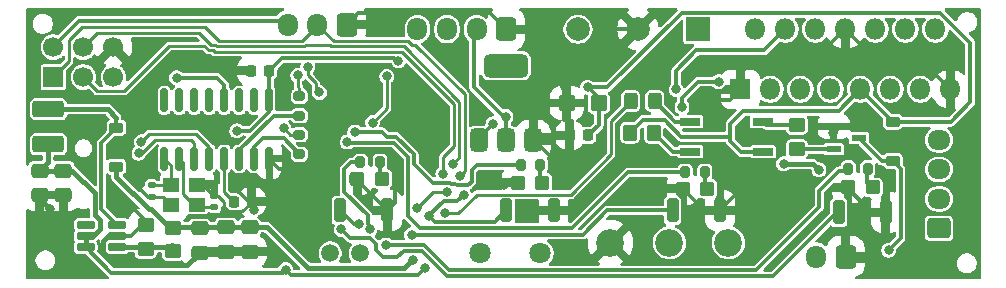
<source format=gbr>
%TF.GenerationSoftware,KiCad,Pcbnew,9.0.1*%
%TF.CreationDate,2025-06-20T00:57:13+09:00*%
%TF.ProjectId,NanoV3.3,4e616e6f-5633-42e3-932e-6b696361645f,rev?*%
%TF.SameCoordinates,Original*%
%TF.FileFunction,Copper,L2,Bot*%
%TF.FilePolarity,Positive*%
%FSLAX46Y46*%
G04 Gerber Fmt 4.6, Leading zero omitted, Abs format (unit mm)*
G04 Created by KiCad (PCBNEW 9.0.1) date 2025-06-20 00:57:13*
%MOMM*%
%LPD*%
G01*
G04 APERTURE LIST*
G04 Aperture macros list*
%AMRoundRect*
0 Rectangle with rounded corners*
0 $1 Rounding radius*
0 $2 $3 $4 $5 $6 $7 $8 $9 X,Y pos of 4 corners*
0 Add a 4 corners polygon primitive as box body*
4,1,4,$2,$3,$4,$5,$6,$7,$8,$9,$2,$3,0*
0 Add four circle primitives for the rounded corners*
1,1,$1+$1,$2,$3*
1,1,$1+$1,$4,$5*
1,1,$1+$1,$6,$7*
1,1,$1+$1,$8,$9*
0 Add four rect primitives between the rounded corners*
20,1,$1+$1,$2,$3,$4,$5,0*
20,1,$1+$1,$4,$5,$6,$7,0*
20,1,$1+$1,$6,$7,$8,$9,0*
20,1,$1+$1,$8,$9,$2,$3,0*%
G04 Aperture macros list end*
%TA.AperFunction,SMDPad,CuDef*%
%ADD10RoundRect,0.140000X0.170000X-0.140000X0.170000X0.140000X-0.170000X0.140000X-0.170000X-0.140000X0*%
%TD*%
%TA.AperFunction,SMDPad,CuDef*%
%ADD11R,1.400000X1.200000*%
%TD*%
%TA.AperFunction,SMDPad,CuDef*%
%ADD12RoundRect,0.225000X0.375000X-0.225000X0.375000X0.225000X-0.375000X0.225000X-0.375000X-0.225000X0*%
%TD*%
%TA.AperFunction,SMDPad,CuDef*%
%ADD13RoundRect,0.225000X0.225000X0.250000X-0.225000X0.250000X-0.225000X-0.250000X0.225000X-0.250000X0*%
%TD*%
%TA.AperFunction,SMDPad,CuDef*%
%ADD14RoundRect,0.140000X-0.170000X0.140000X-0.170000X-0.140000X0.170000X-0.140000X0.170000X0.140000X0*%
%TD*%
%TA.AperFunction,ComponentPad*%
%ADD15R,1.700000X1.700000*%
%TD*%
%TA.AperFunction,ComponentPad*%
%ADD16C,1.700000*%
%TD*%
%TA.AperFunction,ComponentPad*%
%ADD17R,2.000000X2.000000*%
%TD*%
%TA.AperFunction,ComponentPad*%
%ADD18C,2.000000*%
%TD*%
%TA.AperFunction,ComponentPad*%
%ADD19RoundRect,0.250000X0.600000X0.725000X-0.600000X0.725000X-0.600000X-0.725000X0.600000X-0.725000X0*%
%TD*%
%TA.AperFunction,ComponentPad*%
%ADD20O,1.700000X1.950000*%
%TD*%
%TA.AperFunction,ComponentPad*%
%ADD21RoundRect,0.250000X0.725000X-0.600000X0.725000X0.600000X-0.725000X0.600000X-0.725000X-0.600000X0*%
%TD*%
%TA.AperFunction,ComponentPad*%
%ADD22O,1.950000X1.700000*%
%TD*%
%TA.AperFunction,ComponentPad*%
%ADD23C,1.500000*%
%TD*%
%TA.AperFunction,ComponentPad*%
%ADD24C,1.800000*%
%TD*%
%TA.AperFunction,ComponentPad*%
%ADD25R,1.800000X1.800000*%
%TD*%
%TA.AperFunction,ComponentPad*%
%ADD26O,1.800000X1.800000*%
%TD*%
%TA.AperFunction,ComponentPad*%
%ADD27C,2.340000*%
%TD*%
%TA.AperFunction,SMDPad,CuDef*%
%ADD28RoundRect,0.250000X-0.450000X0.350000X-0.450000X-0.350000X0.450000X-0.350000X0.450000X0.350000X0*%
%TD*%
%TA.AperFunction,SMDPad,CuDef*%
%ADD29RoundRect,0.180000X0.420000X0.420000X-0.420000X0.420000X-0.420000X-0.420000X0.420000X-0.420000X0*%
%TD*%
%TA.AperFunction,SMDPad,CuDef*%
%ADD30RoundRect,0.200000X0.200000X0.275000X-0.200000X0.275000X-0.200000X-0.275000X0.200000X-0.275000X0*%
%TD*%
%TA.AperFunction,SMDPad,CuDef*%
%ADD31RoundRect,0.250000X-0.475000X0.337500X-0.475000X-0.337500X0.475000X-0.337500X0.475000X0.337500X0*%
%TD*%
%TA.AperFunction,SMDPad,CuDef*%
%ADD32RoundRect,0.200000X0.275000X-0.200000X0.275000X0.200000X-0.275000X0.200000X-0.275000X-0.200000X0*%
%TD*%
%TA.AperFunction,SMDPad,CuDef*%
%ADD33R,1.250000X0.600000*%
%TD*%
%TA.AperFunction,SMDPad,CuDef*%
%ADD34R,1.750000X0.650000*%
%TD*%
%TA.AperFunction,SMDPad,CuDef*%
%ADD35RoundRect,0.152400X0.355600X0.838200X-0.355600X0.838200X-0.355600X-0.838200X0.355600X-0.838200X0*%
%TD*%
%TA.AperFunction,SMDPad,CuDef*%
%ADD36RoundRect,0.225000X-0.225000X-0.250000X0.225000X-0.250000X0.225000X0.250000X-0.225000X0.250000X0*%
%TD*%
%TA.AperFunction,SMDPad,CuDef*%
%ADD37RoundRect,0.250000X0.457500X0.445000X-0.457500X0.445000X-0.457500X-0.445000X0.457500X-0.445000X0*%
%TD*%
%TA.AperFunction,SMDPad,CuDef*%
%ADD38RoundRect,0.250000X-0.325000X-0.450000X0.325000X-0.450000X0.325000X0.450000X-0.325000X0.450000X0*%
%TD*%
%TA.AperFunction,SMDPad,CuDef*%
%ADD39RoundRect,0.150000X0.150000X-0.825000X0.150000X0.825000X-0.150000X0.825000X-0.150000X-0.825000X0*%
%TD*%
%TA.AperFunction,SMDPad,CuDef*%
%ADD40RoundRect,0.225000X-0.375000X0.225000X-0.375000X-0.225000X0.375000X-0.225000X0.375000X0.225000X0*%
%TD*%
%TA.AperFunction,SMDPad,CuDef*%
%ADD41RoundRect,0.250000X0.350000X0.450000X-0.350000X0.450000X-0.350000X-0.450000X0.350000X-0.450000X0*%
%TD*%
%TA.AperFunction,SMDPad,CuDef*%
%ADD42RoundRect,0.375000X0.375000X-0.625000X0.375000X0.625000X-0.375000X0.625000X-0.375000X-0.625000X0*%
%TD*%
%TA.AperFunction,SMDPad,CuDef*%
%ADD43RoundRect,0.500000X1.400000X-0.500000X1.400000X0.500000X-1.400000X0.500000X-1.400000X-0.500000X0*%
%TD*%
%TA.AperFunction,SMDPad,CuDef*%
%ADD44RoundRect,0.250001X1.074999X-0.462499X1.074999X0.462499X-1.074999X0.462499X-1.074999X-0.462499X0*%
%TD*%
%TA.AperFunction,SMDPad,CuDef*%
%ADD45RoundRect,0.162500X0.617500X0.162500X-0.617500X0.162500X-0.617500X-0.162500X0.617500X-0.162500X0*%
%TD*%
%TA.AperFunction,SMDPad,CuDef*%
%ADD46RoundRect,0.250000X0.450000X-0.350000X0.450000X0.350000X-0.450000X0.350000X-0.450000X-0.350000X0*%
%TD*%
%TA.AperFunction,ViaPad*%
%ADD47C,0.800000*%
%TD*%
%TA.AperFunction,Conductor*%
%ADD48C,0.250000*%
%TD*%
%TA.AperFunction,Conductor*%
%ADD49C,0.406400*%
%TD*%
%TA.AperFunction,Conductor*%
%ADD50C,0.304800*%
%TD*%
%TA.AperFunction,Conductor*%
%ADD51C,0.355600*%
%TD*%
%TA.AperFunction,Conductor*%
%ADD52C,0.254000*%
%TD*%
G04 APERTURE END LIST*
D10*
%TO.P,C4,2*%
%TO.N,GND*%
X101800000Y-124120000D03*
%TO.P,C4,1*%
%TO.N,XI*%
X101800000Y-125080000D03*
%TD*%
D11*
%TO.P,Y3,1,1*%
%TO.N,XI*%
X100300000Y-124850000D03*
%TO.P,Y3,2,2*%
%TO.N,GND*%
X98100000Y-124850000D03*
%TO.P,Y3,3,3*%
%TO.N,XO*%
X98100000Y-123150000D03*
%TO.P,Y3,4,4*%
%TO.N,GND*%
X100300000Y-123150000D03*
%TD*%
D12*
%TO.P,D10,1,K*%
%TO.N,VIN*%
X93500000Y-121650000D03*
%TO.P,D10,2,A*%
%TO.N,Net-(D10-A)*%
X93500000Y-118350000D03*
%TD*%
D13*
%TO.P,C14,1*%
%TO.N,GND*%
X104975000Y-124600000D03*
%TO.P,C14,2*%
%TO.N,Net-(U5-V3)*%
X103425000Y-124600000D03*
%TD*%
D14*
%TO.P,C13,1*%
%TO.N,XO*%
X96500000Y-123220000D03*
%TO.P,C13,2*%
%TO.N,GND*%
X96500000Y-124180000D03*
%TD*%
D15*
%TO.P,J2,1,MISO*%
%TO.N,D12*%
X88170000Y-114060000D03*
D16*
%TO.P,J2,2,VCC*%
%TO.N,+5V*%
X88170000Y-111520000D03*
%TO.P,J2,3,SCK*%
%TO.N,D13*%
X90710000Y-114060000D03*
%TO.P,J2,4,MOSI*%
%TO.N,D11*%
X90710000Y-111520000D03*
%TO.P,J2,5,~{RST}*%
%TO.N,RST*%
X93250000Y-114060000D03*
%TO.P,J2,6,GND*%
%TO.N,GND*%
X93250000Y-111520000D03*
%TD*%
D17*
%TO.P,SW6,1,B*%
%TO.N,/Micro_switch*%
X142750000Y-110000000D03*
D18*
%TO.P,SW6,2,C*%
%TO.N,GND*%
X137670000Y-110000000D03*
%TO.P,SW6,3,A*%
%TO.N,unconnected-(SW6-A-Pad3)*%
X132590000Y-110000000D03*
%TD*%
D19*
%TO.P,CN12,1,Pin_1*%
%TO.N,GND*%
X113000000Y-109600000D03*
D20*
%TO.P,CN12,2,Pin_2*%
%TO.N,D12*%
X110500000Y-109600000D03*
%TO.P,CN12,3,Pin_3*%
%TO.N,+5V*%
X108000000Y-109600000D03*
%TD*%
D19*
%TO.P,J8,1,Pin_1*%
%TO.N,GND*%
X155250000Y-129250000D03*
D20*
%TO.P,J8,2,Pin_2*%
%TO.N,Net-(J8-Pin_2)*%
X152750000Y-129250000D03*
%TD*%
D21*
%TO.P,J3,1,Pin_1*%
%TO.N,Net-(D2-K)*%
X163160000Y-126870000D03*
D22*
%TO.P,J3,2,Pin_2*%
%TO.N,Net-(D4-K)*%
X163160000Y-124370000D03*
%TO.P,J3,3,Pin_3*%
%TO.N,Net-(D12-A)*%
X163160000Y-121870000D03*
%TO.P,J3,4,Pin_4*%
%TO.N,Net-(D11-A)*%
X163160000Y-119370000D03*
%TD*%
D23*
%TO.P,K6,1,COIL_1*%
%TO.N,+5V*%
X111610000Y-128950000D03*
%TO.P,K6,2,COIL_2*%
%TO.N,Net-(D21-A)*%
X114150000Y-128950000D03*
D24*
%TO.P,K6,5,NO*%
%TO.N,+3.7V*%
X124310000Y-128950000D03*
%TO.P,K6,6,COM*%
%TO.N,Net-(K6-COM)*%
X129390000Y-128950000D03*
%TD*%
D19*
%TO.P,J5,1,Pin_1*%
%TO.N,GND*%
X126500000Y-110000000D03*
D20*
%TO.P,J5,2,Pin_2*%
%TO.N,+5V*%
X124000000Y-110000000D03*
%TO.P,J5,3,Pin_3*%
%TO.N,A5*%
X121500000Y-110000000D03*
%TO.P,J5,4,Pin_4*%
%TO.N,A4*%
X119000000Y-110000000D03*
%TD*%
D25*
%TO.P,U2,1,SENSE_A*%
%TO.N,GND*%
X146340000Y-115080000D03*
D26*
%TO.P,U2,2,OUT1*%
%TO.N,Net-(D2-K)*%
X147610000Y-110000000D03*
%TO.P,U2,3,OUT2*%
%TO.N,Net-(D4-K)*%
X148880000Y-115080000D03*
%TO.P,U2,4,Vs*%
%TO.N,VIN*%
X150150000Y-110000000D03*
%TO.P,U2,5,IN1*%
%TO.N,/IN1*%
X151420000Y-115080000D03*
%TO.P,U2,6,EnA*%
%TO.N,A3*%
X152690000Y-110000000D03*
%TO.P,U2,7,IN2*%
%TO.N,A6*%
X153960000Y-115080000D03*
%TO.P,U2,8,GND*%
%TO.N,GND*%
X155230000Y-110000000D03*
%TO.P,U2,9,Vss*%
%TO.N,+5V*%
X156500000Y-115080000D03*
%TO.P,U2,10,IN3*%
%TO.N,A2*%
X157770000Y-110000000D03*
%TO.P,U2,11,EnB*%
%TO.N,A0*%
X159040000Y-115080000D03*
%TO.P,U2,12,IN4*%
%TO.N,A1*%
X160310000Y-110000000D03*
%TO.P,U2,13,OUT3*%
%TO.N,Net-(D11-A)*%
X161580000Y-115080000D03*
%TO.P,U2,14,OUT4*%
%TO.N,Net-(D12-A)*%
X162850000Y-110000000D03*
%TO.P,U2,15,SENSE_B*%
%TO.N,GND*%
X164120000Y-115080000D03*
%TD*%
D27*
%TO.P,RV1,1,1*%
%TO.N,GND*%
X135330000Y-128080000D03*
%TO.P,RV1,2,2*%
%TO.N,Net-(J8-Pin_2)*%
X140330000Y-128080000D03*
%TO.P,RV1,3,3*%
%TO.N,Net-(K6-COM)*%
X145330000Y-128080000D03*
%TD*%
D28*
%TO.P,R3,1*%
%TO.N,VIN*%
X98300000Y-126800000D03*
%TO.P,R3,2*%
%TO.N,Net-(U3-FB)*%
X98300000Y-128800000D03*
%TD*%
D29*
%TO.P,L5,1*%
%TO.N,Net-(L5-Pad1)*%
X157550000Y-123400000D03*
%TO.P,L5,2*%
%TO.N,GND*%
X155450000Y-123400000D03*
%TD*%
D30*
%TO.P,R12,1*%
%TO.N,Net-(L4-Pad1)*%
X143325000Y-122100000D03*
%TO.P,R12,2*%
%TO.N,D4*%
X141675000Y-122100000D03*
%TD*%
D31*
%TO.P,C11,1*%
%TO.N,+3.7V*%
X89000000Y-121962500D03*
%TO.P,C11,2*%
%TO.N,GND*%
X89000000Y-124037500D03*
%TD*%
D29*
%TO.P,L4,1*%
%TO.N,Net-(L4-Pad1)*%
X143550000Y-123500000D03*
%TO.P,L4,2*%
%TO.N,GND*%
X141450000Y-123500000D03*
%TD*%
D31*
%TO.P,C8,1*%
%TO.N,VIN*%
X102800000Y-126762500D03*
%TO.P,C8,2*%
%TO.N,GND*%
X102800000Y-128837500D03*
%TD*%
%TO.P,C10,1*%
%TO.N,+3.7V*%
X87000000Y-121962500D03*
%TO.P,C10,2*%
%TO.N,GND*%
X87000000Y-124037500D03*
%TD*%
D13*
%TO.P,C2,1*%
%TO.N,+5V*%
X133447500Y-118980000D03*
%TO.P,C2,2*%
%TO.N,GND*%
X131897500Y-118980000D03*
%TD*%
D32*
%TO.P,R2,1*%
%TO.N,Net-(U5-RXD)*%
X109000000Y-117325000D03*
%TO.P,R2,2*%
%TO.N,TX1*%
X109000000Y-115675000D03*
%TD*%
D33*
%TO.P,Q9,1,B*%
%TO.N,Net-(Q9-B)*%
X154250000Y-120160000D03*
%TO.P,Q9,2,E*%
%TO.N,GND*%
X154250000Y-118250000D03*
%TO.P,Q9,3,C*%
%TO.N,Net-(D21-A)*%
X156350000Y-119205000D03*
%TD*%
D34*
%TO.P,U7,1*%
%TO.N,Net-(R35-Pad1)*%
X142105000Y-120370000D03*
%TO.P,U7,2*%
%TO.N,Net-(D22-A)*%
X142105000Y-117830000D03*
%TO.P,U7,3*%
%TO.N,Net-(R36-Pad1)*%
X148255000Y-117830000D03*
%TO.P,U7,4*%
%TO.N,+5V*%
X148255000Y-120370000D03*
%TD*%
D35*
%TO.P,SW3,1,1*%
%TO.N,GND*%
X130526917Y-125340000D03*
%TO.P,SW3,2,2*%
%TO.N,D11*%
X126526417Y-125340000D03*
%TD*%
D36*
%TO.P,C5,1*%
%TO.N,GND*%
X104900000Y-113525000D03*
%TO.P,C5,2*%
%TO.N,+5V*%
X106450000Y-113525000D03*
%TD*%
D37*
%TO.P,C1,1*%
%TO.N,+5V*%
X134352500Y-116250000D03*
%TO.P,C1,2*%
%TO.N,GND*%
X131647500Y-116250000D03*
%TD*%
D30*
%TO.P,R11,1*%
%TO.N,Net-(L3-Pad1)*%
X129400000Y-121500000D03*
%TO.P,R11,2*%
%TO.N,D3*%
X127750000Y-121500000D03*
%TD*%
D38*
%TO.P,D22,1,K*%
%TO.N,/power*%
X137047500Y-116090000D03*
%TO.P,D22,2,A*%
%TO.N,Net-(D22-A)*%
X139097500Y-116090000D03*
%TD*%
D31*
%TO.P,C9,1*%
%TO.N,VIN*%
X104800000Y-126762500D03*
%TO.P,C9,2*%
%TO.N,GND*%
X104800000Y-128837500D03*
%TD*%
D39*
%TO.P,U5,1,GND*%
%TO.N,GND*%
X106445000Y-120975000D03*
%TO.P,U5,2,TXD*%
%TO.N,Net-(U5-TXD)*%
X105175000Y-120975000D03*
%TO.P,U5,3,RXD*%
%TO.N,Net-(U5-RXD)*%
X103905000Y-120975000D03*
%TO.P,U5,4,V3*%
%TO.N,Net-(U5-V3)*%
X102635000Y-120975000D03*
%TO.P,U5,5,UD+*%
%TO.N,D+*%
X101365000Y-120975000D03*
%TO.P,U5,6,UD-*%
%TO.N,D-*%
X100095000Y-120975000D03*
%TO.P,U5,7,XI*%
%TO.N,XI*%
X98825000Y-120975000D03*
%TO.P,U5,8,XO*%
%TO.N,XO*%
X97555000Y-120975000D03*
%TO.P,U5,9,~{CTS}*%
%TO.N,unconnected-(U5-~{CTS}-Pad9)*%
X97555000Y-116025000D03*
%TO.P,U5,10,~{DSR}*%
%TO.N,unconnected-(U5-~{DSR}-Pad10)*%
X98825000Y-116025000D03*
%TO.P,U5,11,~{RI}*%
%TO.N,unconnected-(U5-~{RI}-Pad11)*%
X100095000Y-116025000D03*
%TO.P,U5,12,~{DCD}*%
%TO.N,unconnected-(U5-~{DCD}-Pad12)*%
X101365000Y-116025000D03*
%TO.P,U5,13,~{DTR}*%
%TO.N,DTR*%
X102635000Y-116025000D03*
%TO.P,U5,14,~{RTS}*%
%TO.N,unconnected-(U5-~{RTS}-Pad14)*%
X103905000Y-116025000D03*
%TO.P,U5,15,R232*%
%TO.N,unconnected-(U5-R232-Pad15)*%
X105175000Y-116025000D03*
%TO.P,U5,16,VCC*%
%TO.N,+5V*%
X106445000Y-116025000D03*
%TD*%
D28*
%TO.P,R36,1*%
%TO.N,Net-(R36-Pad1)*%
X151120000Y-118120000D03*
%TO.P,R36,2*%
%TO.N,Net-(Q9-B)*%
X151120000Y-120120000D03*
%TD*%
D40*
%TO.P,D21,1,K*%
%TO.N,+5V*%
X159250000Y-117850000D03*
%TO.P,D21,2,A*%
%TO.N,Net-(D21-A)*%
X159250000Y-121150000D03*
%TD*%
D41*
%TO.P,R35,1*%
%TO.N,Net-(R35-Pad1)*%
X139000000Y-118750000D03*
%TO.P,R35,2*%
%TO.N,+5V*%
X137000000Y-118750000D03*
%TD*%
D29*
%TO.P,L3,1*%
%TO.N,Net-(L3-Pad1)*%
X129580000Y-123000000D03*
%TO.P,L3,2*%
%TO.N,GND*%
X127480000Y-123000000D03*
%TD*%
D31*
%TO.P,C12,1*%
%TO.N,VIN*%
X100550000Y-126862500D03*
%TO.P,C12,2*%
%TO.N,GND*%
X100550000Y-128937500D03*
%TD*%
D35*
%TO.P,SW2,1,1*%
%TO.N,GND*%
X116460250Y-125340000D03*
%TO.P,SW2,2,2*%
%TO.N,D8*%
X112459750Y-125340000D03*
%TD*%
D30*
%TO.P,R10,1*%
%TO.N,Net-(L2-Pad1)*%
X115825000Y-121250000D03*
%TO.P,R10,2*%
%TO.N,/LED1*%
X114175000Y-121250000D03*
%TD*%
D35*
%TO.P,SW4,1,1*%
%TO.N,GND*%
X144593583Y-125340000D03*
%TO.P,SW4,2,2*%
%TO.N,D10*%
X140593083Y-125340000D03*
%TD*%
D42*
%TO.P,U1,1,GND*%
%TO.N,GND*%
X128800000Y-119400000D03*
%TO.P,U1,2,VO*%
%TO.N,+5V*%
X126500000Y-119400000D03*
%TO.P,U1,3,VI*%
%TO.N,VIN*%
X124200000Y-119400000D03*
D43*
%TO.P,U1,4*%
%TO.N,N/C*%
X126500000Y-113100000D03*
%TD*%
D32*
%TO.P,R9,1*%
%TO.N,Net-(U5-TXD)*%
X109000000Y-120575000D03*
%TO.P,R9,2*%
%TO.N,RX0*%
X109000000Y-118925000D03*
%TD*%
D35*
%TO.P,SW5,1,1*%
%TO.N,GND*%
X158660250Y-125500000D03*
%TO.P,SW5,2,2*%
%TO.N,/PullBack*%
X154659750Y-125500000D03*
%TD*%
D44*
%TO.P,L1,1,1*%
%TO.N,+3.7V*%
X87750000Y-119737500D03*
%TO.P,L1,2,2*%
%TO.N,Net-(D10-A)*%
X87750000Y-116762500D03*
%TD*%
D30*
%TO.P,R13,1*%
%TO.N,Net-(L5-Pad1)*%
X157125000Y-121800000D03*
%TO.P,R13,2*%
%TO.N,/LED4*%
X155475000Y-121800000D03*
%TD*%
D29*
%TO.P,L2,1*%
%TO.N,Net-(L2-Pad1)*%
X115990000Y-122670000D03*
%TO.P,L2,2*%
%TO.N,GND*%
X113890000Y-122670000D03*
%TD*%
D45*
%TO.P,U3,1,SW*%
%TO.N,Net-(D10-A)*%
X93600000Y-126550000D03*
%TO.P,U3,2,GND*%
%TO.N,GND*%
X93600000Y-127500000D03*
%TO.P,U3,3,FB*%
%TO.N,Net-(U3-FB)*%
X93600000Y-128450000D03*
%TO.P,U3,4,EN*%
%TO.N,+3.7V*%
X90900000Y-128450000D03*
%TO.P,U3,5,IN*%
X90900000Y-127500000D03*
%TO.P,U3,6,NC*%
%TO.N,unconnected-(U3-NC-Pad6)*%
X90900000Y-126550000D03*
%TD*%
D46*
%TO.P,R4,1*%
%TO.N,Net-(U3-FB)*%
X96000000Y-128600000D03*
%TO.P,R4,2*%
%TO.N,GND*%
X96000000Y-126600000D03*
%TD*%
D47*
%TO.N,GND*%
X105200000Y-125300000D03*
X93415000Y-124900000D03*
X154200000Y-118800000D03*
X126300000Y-123200000D03*
X95600000Y-117000000D03*
X133300000Y-121400000D03*
X142500000Y-116000000D03*
X139800000Y-123300000D03*
X130600000Y-121100000D03*
X87865000Y-125200000D03*
X117100000Y-120900000D03*
X103400000Y-123300000D03*
X149600000Y-126800000D03*
X131800000Y-125300000D03*
X131500000Y-114900000D03*
X98800000Y-112300000D03*
X146600000Y-122500000D03*
%TO.N,+5V*%
X126500000Y-117400000D03*
X117389150Y-112669800D03*
X103700000Y-118600000D03*
X133400000Y-114900000D03*
%TO.N,+3.7V*%
X107850000Y-130350000D03*
X119600000Y-130200000D03*
%TO.N,Net-(D21-A)*%
X158900000Y-128700000D03*
%TO.N,Net-(D4-K)*%
X141400000Y-116600000D03*
X144500000Y-114438400D03*
%TO.N,DTR*%
X98600000Y-114100000D03*
%TO.N,VIN*%
X140900000Y-115100000D03*
X150000000Y-121400000D03*
X125400000Y-118000000D03*
X118650000Y-129530310D03*
X153000000Y-121900000D03*
%TO.N,RX0*%
X110700000Y-115355200D03*
X107700000Y-118400000D03*
X109700000Y-113200000D03*
%TO.N,TX1*%
X108873253Y-113900000D03*
%TO.N,D-*%
X95400000Y-120500000D03*
%TO.N,D+*%
X95617625Y-119520687D03*
%TO.N,D11*%
X122900000Y-124000000D03*
X120000000Y-125800000D03*
X122000000Y-121400000D03*
%TO.N,D12*%
X121500000Y-123800000D03*
X119000000Y-125100000D03*
X122610640Y-122427678D03*
%TO.N,D13*%
X121150000Y-122250000D03*
%TO.N,D3*%
X113700000Y-118700000D03*
%TO.N,/Micro_switch*%
X115200000Y-117900000D03*
X116400000Y-114000000D03*
%TO.N,D8*%
X114044400Y-126500000D03*
%TO.N,D10*%
X118500000Y-127400000D03*
%TO.N,D4*%
X113050000Y-119550000D03*
%TO.N,/PullBack*%
X112550000Y-126950000D03*
%TO.N,/LED1*%
X114964082Y-126944400D03*
%TO.N,/power*%
X121300000Y-125535400D03*
%TO.N,/LED4*%
X116334290Y-128265710D03*
%TD*%
D48*
%TO.N,GND*%
X104975000Y-125075000D02*
X105200000Y-125300000D01*
X104975000Y-124600000D02*
X104975000Y-125075000D01*
D49*
%TO.N,Net-(D10-A)*%
X87750000Y-116762500D02*
X92762500Y-116762500D01*
X92762500Y-116762500D02*
X93500000Y-117500000D01*
D50*
X93500000Y-118350000D02*
X93500000Y-117500000D01*
X92243400Y-119606600D02*
X93500000Y-118350000D01*
X92243400Y-125193400D02*
X92243400Y-119606600D01*
X93600000Y-126550000D02*
X92243400Y-125193400D01*
D48*
%TO.N,GND*%
X96190001Y-124180000D02*
X94670800Y-122660799D01*
X94670800Y-122660799D02*
X94670800Y-117929200D01*
X96500000Y-124180000D02*
X96190001Y-124180000D01*
X94670800Y-117929200D02*
X95600000Y-117000000D01*
X102964208Y-125404200D02*
X104170800Y-125404200D01*
X104170800Y-125404200D02*
X104975000Y-124600000D01*
X102600000Y-125039992D02*
X102964208Y-125404200D01*
X102600000Y-124610001D02*
X102600000Y-125039992D01*
X101800000Y-124120000D02*
X102109999Y-124120000D01*
X102109999Y-124120000D02*
X102600000Y-124610001D01*
%TO.N,XI*%
X101800000Y-125080000D02*
X100530000Y-125080000D01*
X100530000Y-125080000D02*
X100300000Y-124850000D01*
%TO.N,GND*%
X100830000Y-123150000D02*
X101800000Y-124120000D01*
X100300000Y-123150000D02*
X100830000Y-123150000D01*
%TO.N,XI*%
X100770000Y-124380000D02*
X100300000Y-124850000D01*
%TO.N,GND*%
X100570000Y-123420000D02*
X100300000Y-123150000D01*
X97430000Y-124180000D02*
X98100000Y-124850000D01*
X96500000Y-124180000D02*
X97430000Y-124180000D01*
%TO.N,XO*%
X96500000Y-123220000D02*
X98030000Y-123220000D01*
X98030000Y-123220000D02*
X98100000Y-123150000D01*
D49*
%TO.N,VIN*%
X118569690Y-129530310D02*
X118650000Y-129530310D01*
X109700000Y-130200000D02*
X117900000Y-130200000D01*
X96442600Y-125242600D02*
X97962500Y-126762500D01*
X97962500Y-126762500D02*
X106262500Y-126762500D01*
X96242600Y-125242600D02*
X96442600Y-125242600D01*
X117900000Y-130200000D02*
X118569690Y-129530310D01*
X93500000Y-122500000D02*
X96242600Y-125242600D01*
X93500000Y-121650000D02*
X93500000Y-122500000D01*
X106262500Y-126762500D02*
X109700000Y-130200000D01*
D48*
%TO.N,GND*%
X104700000Y-124600000D02*
X103400000Y-123300000D01*
X104975000Y-124600000D02*
X104700000Y-124600000D01*
%TO.N,Net-(U5-V3)*%
X102635000Y-123810000D02*
X102635000Y-120975000D01*
X103425000Y-124600000D02*
X102635000Y-123810000D01*
%TO.N,XI*%
X99129200Y-121279200D02*
X98825000Y-120975000D01*
X100041600Y-124850000D02*
X99129200Y-123937600D01*
X100300000Y-124850000D02*
X100041600Y-124850000D01*
X99129200Y-123937600D02*
X99129200Y-121279200D01*
%TO.N,XO*%
X98100000Y-121520000D02*
X97555000Y-120975000D01*
X98100000Y-123150000D02*
X98100000Y-121520000D01*
D49*
%TO.N,GND*%
X92820001Y-127500000D02*
X93600000Y-127500000D01*
X92412600Y-127907401D02*
X92820001Y-127500000D01*
X93559536Y-130000000D02*
X92412600Y-128853064D01*
X99500000Y-130000000D02*
X93559536Y-130000000D01*
X92412600Y-128853064D02*
X92412600Y-127907401D01*
X100500000Y-129000000D02*
X99500000Y-130000000D01*
X100500000Y-128950000D02*
X100500000Y-129000000D01*
X104137500Y-128900000D02*
X100550000Y-128900000D01*
X104800000Y-128837500D02*
X104200000Y-128837500D01*
X104200000Y-128837500D02*
X104137500Y-128900000D01*
X100550000Y-128900000D02*
X100500000Y-128950000D01*
D51*
%TO.N,+3.7V*%
X93050000Y-130600000D02*
X90900000Y-128450000D01*
X107600000Y-130600000D02*
X93050000Y-130600000D01*
X107850000Y-130350000D02*
X107600000Y-130600000D01*
D50*
%TO.N,GND*%
X113890000Y-122769750D02*
X116460250Y-125340000D01*
D51*
X137670000Y-110000000D02*
X136288000Y-108618000D01*
D50*
X141450000Y-123500000D02*
X143290000Y-125340000D01*
D51*
X135600000Y-110000000D02*
X137670000Y-110000000D01*
D52*
X130600000Y-121100000D02*
X133000000Y-121100000D01*
D50*
X94750000Y-127500000D02*
X96000000Y-126250000D01*
X149600000Y-125500000D02*
X146600000Y-122500000D01*
X107270000Y-121800000D02*
X106445000Y-120975000D01*
D51*
X146340000Y-115080000D02*
X146340000Y-113760000D01*
X129372298Y-108618000D02*
X127990298Y-110000000D01*
X149200000Y-112900000D02*
X149900000Y-112200000D01*
D50*
X116460250Y-125340000D02*
X117100000Y-124700250D01*
X155450000Y-123500000D02*
X157290000Y-125340000D01*
D52*
X154250000Y-118250000D02*
X154200000Y-118300000D01*
D49*
X87000000Y-124335000D02*
X87865000Y-125200000D01*
D50*
X141450000Y-123500000D02*
X140000000Y-123500000D01*
D51*
X149900000Y-112200000D02*
X153030000Y-112200000D01*
X161540000Y-112500000D02*
X157730000Y-112500000D01*
X95600000Y-115500000D02*
X95600000Y-117000000D01*
X94650000Y-124900000D02*
X96000000Y-126250000D01*
X131647500Y-113952500D02*
X135600000Y-110000000D01*
D50*
X105900000Y-123300000D02*
X103400000Y-123300000D01*
D51*
X146340000Y-113760000D02*
X147200000Y-112900000D01*
X131647500Y-118730000D02*
X131897500Y-118980000D01*
X126500000Y-110000000D02*
X125143000Y-108643000D01*
X153030000Y-112200000D02*
X155230000Y-110000000D01*
D50*
X93600000Y-127500000D02*
X94750000Y-127500000D01*
D51*
X131647500Y-116250000D02*
X131647500Y-118730000D01*
D50*
X113480165Y-120400000D02*
X112080165Y-121800000D01*
D51*
X136288000Y-108618000D02*
X129372298Y-108618000D01*
D50*
X112080165Y-121800000D02*
X107270000Y-121800000D01*
D52*
X160400000Y-129600000D02*
X155600000Y-129600000D01*
D50*
X106445000Y-122755000D02*
X105900000Y-123300000D01*
D51*
X125143000Y-108643000D02*
X113957000Y-108643000D01*
X157730000Y-112500000D02*
X155230000Y-110000000D01*
X98800000Y-112300000D02*
X95600000Y-115500000D01*
X131647500Y-116250000D02*
X131647500Y-113952500D01*
D49*
X87000000Y-124037500D02*
X89000000Y-124037500D01*
D51*
X146340000Y-115080000D02*
X145420000Y-116000000D01*
D52*
X154200000Y-118300000D02*
X154200000Y-118800000D01*
D51*
X127990298Y-110000000D02*
X126500000Y-110000000D01*
D50*
X158660250Y-125340000D02*
X158660250Y-127294127D01*
D51*
X147200000Y-112900000D02*
X149200000Y-112900000D01*
D50*
X149600000Y-126800000D02*
X149600000Y-125500000D01*
D52*
X161000000Y-129000000D02*
X160400000Y-129600000D01*
X127480000Y-123000000D02*
X126500000Y-123000000D01*
X157300000Y-118000000D02*
X159200000Y-119900000D01*
X133000000Y-121100000D02*
X133300000Y-121400000D01*
X159200000Y-119900000D02*
X160100000Y-119900000D01*
D50*
X143290000Y-125340000D02*
X144593583Y-125340000D01*
X140000000Y-123500000D02*
X139800000Y-123300000D01*
D52*
X126500000Y-123000000D02*
X126300000Y-123200000D01*
D51*
X100025000Y-113525000D02*
X104900000Y-113525000D01*
D52*
X155600000Y-129600000D02*
X155250000Y-129250000D01*
X131760000Y-125340000D02*
X131800000Y-125300000D01*
D51*
X98800000Y-112300000D02*
X100025000Y-113525000D01*
X131897500Y-118980000D02*
X129220000Y-118980000D01*
X145420000Y-116000000D02*
X142500000Y-116000000D01*
D50*
X106445000Y-120975000D02*
X106445000Y-122755000D01*
X117100000Y-124700250D02*
X117100000Y-120900000D01*
X144593583Y-125340000D02*
X146600000Y-123333583D01*
D51*
X128900000Y-119400000D02*
X130600000Y-121100000D01*
D52*
X154200000Y-118800000D02*
X155000000Y-118000000D01*
D51*
X128800000Y-119400000D02*
X128900000Y-119400000D01*
X113957000Y-108643000D02*
X113000000Y-109600000D01*
D50*
X157290000Y-125340000D02*
X158660250Y-125340000D01*
X158660250Y-127294127D02*
X156704377Y-129250000D01*
D52*
X155000000Y-118000000D02*
X157300000Y-118000000D01*
D51*
X164120000Y-115080000D02*
X161540000Y-112500000D01*
D50*
X156704377Y-129250000D02*
X155250000Y-129250000D01*
X116600000Y-120400000D02*
X113480165Y-120400000D01*
D51*
X93415000Y-124900000D02*
X94650000Y-124900000D01*
D50*
X146600000Y-123333583D02*
X146600000Y-122500000D01*
X113890000Y-122670000D02*
X113890000Y-122769750D01*
D52*
X160100000Y-119900000D02*
X161000000Y-120800000D01*
D49*
X87000000Y-124037500D02*
X87000000Y-124335000D01*
D50*
X117100000Y-120900000D02*
X116600000Y-120400000D01*
D52*
X161000000Y-120800000D02*
X161000000Y-129000000D01*
X130526917Y-125340000D02*
X131760000Y-125340000D01*
D51*
X129220000Y-118980000D02*
X128800000Y-119400000D01*
%TO.N,+5V*%
X145500000Y-119100000D02*
X145500000Y-119500000D01*
X156500000Y-115080000D02*
X154680000Y-116900000D01*
X145500000Y-118000000D02*
X145500000Y-119100000D01*
X145500000Y-119500000D02*
X146370000Y-120370000D01*
X134352500Y-115852500D02*
X133400000Y-114900000D01*
X134352500Y-116250000D02*
X134352500Y-118075000D01*
X164150000Y-117850000D02*
X159250000Y-117850000D01*
X137000000Y-118750000D02*
X138082000Y-117668000D01*
X146370000Y-120370000D02*
X148255000Y-120370000D01*
D50*
X106450000Y-116020000D02*
X106445000Y-116025000D01*
D51*
X124000000Y-110000000D02*
X123800000Y-110200000D01*
X133400000Y-114900000D02*
X135086000Y-114900000D01*
X156500000Y-115080000D02*
X159250000Y-117830000D01*
X108000000Y-109600000D02*
X107691000Y-109291000D01*
D50*
X107531600Y-112443400D02*
X106450000Y-113525000D01*
D51*
X134352500Y-116250000D02*
X134352500Y-115852500D01*
X138082000Y-117668000D02*
X139919744Y-117668000D01*
D50*
X106445000Y-116999999D02*
X104844999Y-118600000D01*
X106445000Y-116025000D02*
X106445000Y-116999999D01*
D51*
X139919744Y-117668000D02*
X141351744Y-119100000D01*
X126500000Y-117400000D02*
X126500000Y-119400000D01*
X165800000Y-116200000D02*
X164150000Y-117850000D01*
D50*
X117043400Y-112443400D02*
X107531600Y-112443400D01*
D51*
X123800000Y-110200000D02*
X123800000Y-114900000D01*
D50*
X117269800Y-112669800D02*
X117043400Y-112443400D01*
D51*
X154680000Y-116900000D02*
X146600000Y-116900000D01*
X90371095Y-109291000D02*
X88170000Y-111492095D01*
D50*
X104844999Y-118600000D02*
X103700000Y-118600000D01*
D51*
X165800000Y-111136978D02*
X165800000Y-116200000D01*
X163281022Y-108618000D02*
X165800000Y-111136978D01*
X88170000Y-111492095D02*
X88170000Y-111520000D01*
D50*
X106450000Y-113525000D02*
X106450000Y-116020000D01*
D51*
X126300000Y-117400000D02*
X126500000Y-117400000D01*
X123800000Y-114900000D02*
X126300000Y-117400000D01*
X159250000Y-117830000D02*
X159250000Y-117850000D01*
X141351744Y-119100000D02*
X145500000Y-119100000D01*
X107691000Y-109291000D02*
X90371095Y-109291000D01*
X146600000Y-116900000D02*
X145500000Y-118000000D01*
X134352500Y-118075000D02*
X133447500Y-118980000D01*
X141368000Y-108618000D02*
X163281022Y-108618000D01*
D50*
X117389150Y-112669800D02*
X117269800Y-112669800D01*
D51*
X135086000Y-114900000D02*
X141368000Y-108618000D01*
D49*
%TO.N,+3.7V*%
X90900000Y-128450000D02*
X90900000Y-127500000D01*
X89000000Y-121962500D02*
X87000000Y-121962500D01*
X87750000Y-119737500D02*
X87750000Y-121212500D01*
D51*
X119600000Y-130200000D02*
X119014800Y-130785200D01*
X107850000Y-130350000D02*
X107800000Y-130300000D01*
D49*
X91540464Y-127500000D02*
X92087400Y-126953064D01*
D51*
X119014800Y-130785200D02*
X108285200Y-130785200D01*
D49*
X91669200Y-125728736D02*
X91669200Y-123906700D01*
X92087400Y-126146936D02*
X91669200Y-125728736D01*
X90900000Y-127500000D02*
X91540464Y-127500000D01*
D51*
X108285200Y-130785200D02*
X107850000Y-130350000D01*
D49*
X89725000Y-121962500D02*
X89000000Y-121962500D01*
X87750000Y-121212500D02*
X87000000Y-121962500D01*
X92087400Y-126953064D02*
X92087400Y-126146936D01*
X91669200Y-123906700D02*
X89725000Y-121962500D01*
D50*
%TO.N,Net-(D21-A)*%
X159900000Y-121800000D02*
X159900000Y-127700000D01*
X159250000Y-121150000D02*
X158295000Y-121150000D01*
X158295000Y-121150000D02*
X156350000Y-119205000D01*
X159250000Y-121150000D02*
X159900000Y-121800000D01*
X159900000Y-127700000D02*
X158900000Y-128700000D01*
D51*
%TO.N,Net-(D4-K)*%
X141400000Y-115800000D02*
X141400000Y-116600000D01*
X142761600Y-114438400D02*
X141400000Y-115800000D01*
X144500000Y-114438400D02*
X142761600Y-114438400D01*
D50*
%TO.N,Net-(D22-A)*%
X142105000Y-117830000D02*
X140837500Y-117830000D01*
X140837500Y-117830000D02*
X139097500Y-116090000D01*
%TO.N,Net-(L2-Pad1)*%
X115825000Y-121250000D02*
X115825000Y-122505000D01*
X115825000Y-122505000D02*
X115990000Y-122670000D01*
%TO.N,Net-(R35-Pad1)*%
X142105000Y-120370000D02*
X140620000Y-120370000D01*
X140620000Y-120370000D02*
X139000000Y-118750000D01*
%TO.N,Net-(R36-Pad1)*%
X151120000Y-118120000D02*
X148545000Y-118120000D01*
X148545000Y-118120000D02*
X148255000Y-117830000D01*
%TO.N,Net-(Q9-B)*%
X151160000Y-120160000D02*
X151120000Y-120120000D01*
X154250000Y-120160000D02*
X151160000Y-120160000D01*
D49*
%TO.N,Net-(U3-FB)*%
X98050000Y-128450000D02*
X98250000Y-128250000D01*
X93600000Y-128450000D02*
X98050000Y-128450000D01*
D50*
%TO.N,Net-(L3-Pad1)*%
X129400000Y-122660000D02*
X129580000Y-122840000D01*
X129400000Y-121500000D02*
X129400000Y-122660000D01*
%TO.N,Net-(L4-Pad1)*%
X143325000Y-123275000D02*
X143550000Y-123500000D01*
X143325000Y-122000000D02*
X143325000Y-123275000D01*
%TO.N,Net-(L5-Pad1)*%
X157075000Y-123025000D02*
X157550000Y-123500000D01*
X157075000Y-122000000D02*
X157075000Y-123025000D01*
D51*
%TO.N,DTR*%
X102635000Y-116025000D02*
X102635000Y-114735000D01*
X102000000Y-114100000D02*
X98600000Y-114100000D01*
X102635000Y-114735000D02*
X102000000Y-114100000D01*
%TO.N,VIN*%
X124200000Y-119400000D02*
X124200000Y-119200000D01*
D49*
X150000000Y-121400000D02*
X152500000Y-121400000D01*
X152500000Y-121400000D02*
X153000000Y-121900000D01*
D51*
X140900000Y-115100000D02*
X140900000Y-113500000D01*
X148350000Y-111800000D02*
X150150000Y-110000000D01*
X124200000Y-119200000D02*
X125400000Y-118000000D01*
X140900000Y-113500000D02*
X142600000Y-111800000D01*
X142600000Y-111800000D02*
X148350000Y-111800000D01*
D52*
%TO.N,RX0*%
X109700000Y-113865927D02*
X110400000Y-114565927D01*
X110400000Y-114565927D02*
X110400000Y-115055200D01*
X109000000Y-118925000D02*
X108225000Y-118925000D01*
X110400000Y-115055200D02*
X110700000Y-115355200D01*
X109700000Y-113200000D02*
X109700000Y-113865927D01*
X108225000Y-118925000D02*
X107700000Y-118400000D01*
%TO.N,TX1*%
X108873253Y-114873253D02*
X109000000Y-115000000D01*
X109000000Y-115000000D02*
X109000000Y-115675000D01*
X108873253Y-113900000D02*
X108873253Y-114873253D01*
%TO.N,D-*%
X99858200Y-119358200D02*
X96814185Y-119358200D01*
X100095000Y-120975000D02*
X100095000Y-119595000D01*
X95672385Y-120500000D02*
X95400000Y-120500000D01*
X96814185Y-119358200D02*
X95672385Y-120500000D01*
X100095000Y-119595000D02*
X99858200Y-119358200D01*
%TO.N,D+*%
X101365000Y-120000001D02*
X101365000Y-120975000D01*
X100264999Y-118900000D02*
X101365000Y-120000001D01*
X96238312Y-118900000D02*
X100264999Y-118900000D01*
X95617625Y-119520687D02*
X96238312Y-118900000D01*
%TO.N,D11*%
X91891200Y-110338800D02*
X100538800Y-110338800D01*
D50*
X121208806Y-124556600D02*
X122343400Y-124556600D01*
X120000000Y-125800000D02*
X120000000Y-125765406D01*
D52*
X111710208Y-111458200D02*
X117858200Y-111458200D01*
D50*
X122343400Y-124556600D02*
X122900000Y-124000000D01*
D52*
X111552007Y-111300000D02*
X111710208Y-111458200D01*
D50*
X120491000Y-126291000D02*
X120000000Y-125800000D01*
D52*
X122541800Y-120858200D02*
X122100000Y-121300000D01*
D50*
X126526417Y-125340000D02*
X125575417Y-126291000D01*
D52*
X122541800Y-116141800D02*
X122541800Y-120858200D01*
D50*
X120000000Y-125765406D02*
X121208806Y-124556600D01*
D52*
X100538800Y-110338800D02*
X101500000Y-111300000D01*
X90710000Y-111520000D02*
X91891200Y-110338800D01*
X101852008Y-111300000D02*
X102010207Y-111458200D01*
X102010207Y-111458200D02*
X109389793Y-111458200D01*
X101500000Y-111300000D02*
X101852008Y-111300000D01*
X109389793Y-111458200D02*
X109547992Y-111300000D01*
D50*
X125575417Y-126291000D02*
X120491000Y-126291000D01*
D52*
X117858200Y-111458200D02*
X122541800Y-116141800D01*
X109547992Y-111300000D02*
X111552007Y-111300000D01*
%TO.N,D12*%
X110500000Y-109600000D02*
X110500000Y-109700000D01*
X101000000Y-109800000D02*
X90581930Y-109800000D01*
X90581930Y-109800000D02*
X89500000Y-110881930D01*
X102200000Y-111000000D02*
X101000000Y-109800000D01*
X121500000Y-123800000D02*
X120300000Y-123800000D01*
X89500000Y-112730000D02*
X88170000Y-114060000D01*
X89500000Y-110881930D02*
X89500000Y-112730000D01*
X123000000Y-115500000D02*
X118806200Y-111306200D01*
X123000000Y-122038318D02*
X123000000Y-115500000D01*
X110500000Y-109700000D02*
X109200000Y-111000000D01*
X109200000Y-111000000D02*
X102200000Y-111000000D01*
X120300000Y-123800000D02*
X119000000Y-125100000D01*
X118204531Y-111000000D02*
X111900000Y-111000000D01*
X111900000Y-111000000D02*
X110500000Y-109600000D01*
X118806200Y-111306200D02*
X118510731Y-111306200D01*
X118510731Y-111306200D02*
X118204531Y-111000000D01*
X122610640Y-122427678D02*
X123000000Y-122038318D01*
%TO.N,D13*%
X101820413Y-111916399D02*
X101662214Y-111758200D01*
X101310207Y-111758200D02*
X100952008Y-111400000D01*
X98000000Y-111400000D02*
X94158800Y-115241200D01*
X109579586Y-111916400D02*
X101820413Y-111916399D01*
X111520415Y-111916400D02*
X111504015Y-111900000D01*
X91891200Y-115241200D02*
X90710000Y-114060000D01*
X121150000Y-122250000D02*
X121150000Y-120850000D01*
X101662214Y-111758200D02*
X101310207Y-111758200D01*
X121150000Y-120850000D02*
X122083600Y-119916400D01*
X121150000Y-122250000D02*
X121100000Y-122300000D01*
X117668408Y-111916400D02*
X111520415Y-111916400D01*
X100952008Y-111400000D02*
X98000000Y-111400000D01*
X111504015Y-111900000D02*
X109595986Y-111900000D01*
X122083600Y-116331592D02*
X117668408Y-111916400D01*
X122083600Y-119916400D02*
X122083600Y-116331592D01*
X109595986Y-111900000D02*
X109579586Y-111916400D01*
X94158800Y-115241200D02*
X91891200Y-115241200D01*
D50*
%TO.N,Net-(U5-RXD)*%
X103905000Y-120260598D02*
X103905000Y-120975000D01*
X109000000Y-117325000D02*
X106840598Y-117325000D01*
X106840598Y-117325000D02*
X103905000Y-120260598D01*
%TO.N,Net-(U5-TXD)*%
X109000000Y-120575000D02*
X107675000Y-119250000D01*
X105925001Y-119250000D02*
X105175000Y-120000001D01*
X105175000Y-120000001D02*
X105175000Y-120975000D01*
X107675000Y-119250000D02*
X105925001Y-119250000D01*
%TO.N,D3*%
X123600000Y-121918476D02*
X123581524Y-121900000D01*
X121469994Y-123000000D02*
X121769994Y-123000000D01*
X122312968Y-123200000D02*
X123300000Y-123200000D01*
X116391000Y-119091000D02*
X117210834Y-119091000D01*
X123581524Y-121900000D02*
X123600000Y-121900000D01*
X118709000Y-121409000D02*
X120300000Y-123000000D01*
X124000000Y-121500000D02*
X127750000Y-121500000D01*
X120830006Y-123000000D02*
X120836606Y-123006600D01*
X123600000Y-121900000D02*
X124000000Y-121500000D01*
X116000000Y-118700000D02*
X116391000Y-119091000D01*
X121869994Y-123100000D02*
X122212968Y-123100000D01*
X113700000Y-118700000D02*
X116000000Y-118700000D01*
X121463394Y-123006600D02*
X121469994Y-123000000D01*
X123300000Y-123200000D02*
X123600000Y-122900000D01*
X120300000Y-123000000D02*
X120830006Y-123000000D01*
X122212968Y-123100000D02*
X122312968Y-123200000D01*
X120836606Y-123006600D02*
X121463394Y-123006600D01*
X121769994Y-123000000D02*
X121869994Y-123100000D01*
X118709000Y-120589165D02*
X118709000Y-121409000D01*
X117210834Y-119091000D02*
X118709000Y-120589165D01*
X123600000Y-122900000D02*
X123600000Y-121918476D01*
D52*
%TO.N,/Micro_switch*%
X115200000Y-117900000D02*
X116400000Y-116700000D01*
X116400000Y-116700000D02*
X116400000Y-114100000D01*
D50*
%TO.N,D8*%
X113619750Y-126500000D02*
X112459750Y-125340000D01*
X114044400Y-126500000D02*
X113619750Y-126500000D01*
%TO.N,D10*%
X140593083Y-125340000D02*
X135060000Y-125340000D01*
X118500000Y-127400000D02*
X118400000Y-127400000D01*
X135060000Y-125340000D02*
X133000000Y-127400000D01*
X133000000Y-127400000D02*
X118500000Y-127400000D01*
%TO.N,D4*%
X113100000Y-119600000D02*
X113050000Y-119550000D01*
X119500000Y-126800000D02*
X119200000Y-126800000D01*
X136800000Y-122100000D02*
X132100000Y-126800000D01*
X132100000Y-126800000D02*
X119500000Y-126800000D01*
X118200000Y-125800000D02*
X118200000Y-120800000D01*
X117000000Y-119600000D02*
X113100000Y-119600000D01*
X119500000Y-126800000D02*
X119400000Y-126800000D01*
X119200000Y-126800000D02*
X118200000Y-125800000D01*
X118200000Y-120800000D02*
X117000000Y-119600000D01*
X141675000Y-122100000D02*
X136800000Y-122100000D01*
%TO.N,/PullBack*%
X119354876Y-128774710D02*
X121480166Y-130900000D01*
X115500000Y-128200000D02*
X115500000Y-128700000D01*
X116100000Y-129300000D02*
X117300000Y-129300000D01*
X117825290Y-128774710D02*
X119354876Y-128774710D01*
X115500000Y-128700000D02*
X116100000Y-129300000D01*
X121480166Y-130900000D02*
X149099750Y-130900000D01*
X115000000Y-127700000D02*
X115500000Y-128200000D01*
X112550000Y-126950000D02*
X113300000Y-127700000D01*
X113300000Y-127700000D02*
X115000000Y-127700000D01*
X149099750Y-130900000D02*
X154659750Y-125340000D01*
X117300000Y-129300000D02*
X117825290Y-128774710D01*
%TO.N,/LED1*%
X114800000Y-125762392D02*
X114800000Y-126500000D01*
X114800000Y-126500000D02*
X115200000Y-126900000D01*
X113350000Y-121250000D02*
X112800000Y-121800000D01*
X112800000Y-123762392D02*
X114800000Y-125762392D01*
X112800000Y-121800000D02*
X112800000Y-123762392D01*
X114175000Y-121250000D02*
X113350000Y-121250000D01*
D52*
%TO.N,/power*%
X121300000Y-125535400D02*
X122464600Y-125535400D01*
X132000000Y-124000000D02*
X135400000Y-120600000D01*
X135400000Y-117737500D02*
X137047500Y-116090000D01*
X122464600Y-125535400D02*
X124000000Y-124000000D01*
X135400000Y-120600000D02*
X135400000Y-117737500D01*
X121135400Y-125535400D02*
X121100000Y-125500000D01*
X121300000Y-125535400D02*
X121135400Y-125535400D01*
X124000000Y-124000000D02*
X132000000Y-124000000D01*
D50*
%TO.N,/LED4*%
X153000000Y-123700000D02*
X154700000Y-122000000D01*
X147690892Y-130391000D02*
X153000000Y-125081892D01*
X153000000Y-125081892D02*
X153000000Y-123700000D01*
X154700000Y-122000000D02*
X155275000Y-122000000D01*
X121691000Y-130391000D02*
X147690892Y-130391000D01*
X116334290Y-128265710D02*
X119565710Y-128265710D01*
X119565710Y-128265710D02*
X121691000Y-130391000D01*
X155275000Y-122000000D02*
X155475000Y-121800000D01*
%TD*%
%TA.AperFunction,Conductor*%
%TO.N,GND*%
G36*
X88943039Y-123682185D02*
G01*
X88988794Y-123734989D01*
X89000000Y-123786500D01*
X89000000Y-124037500D01*
X89251000Y-124037500D01*
X89318039Y-124057185D01*
X89363794Y-124109989D01*
X89375000Y-124161500D01*
X89375000Y-125375000D01*
X89532998Y-125375000D01*
X89533000Y-125374999D01*
X89652325Y-125364391D01*
X89652328Y-125364390D01*
X89847861Y-125308442D01*
X90028130Y-125214278D01*
X90159717Y-125106982D01*
X90224113Y-125079872D01*
X90292943Y-125091881D01*
X90306971Y-125099982D01*
X90359496Y-125135079D01*
X90359511Y-125135087D01*
X90496082Y-125191656D01*
X90496087Y-125191658D01*
X90496091Y-125191658D01*
X90496092Y-125191659D01*
X90641079Y-125220500D01*
X90641082Y-125220500D01*
X90788920Y-125220500D01*
X90886462Y-125201096D01*
X90933913Y-125191658D01*
X91007974Y-125160981D01*
X91065448Y-125137175D01*
X91134917Y-125129706D01*
X91197396Y-125160981D01*
X91233048Y-125221070D01*
X91236900Y-125251736D01*
X91236900Y-125671822D01*
X91236900Y-125785650D01*
X91251411Y-125839808D01*
X91249749Y-125909655D01*
X91210587Y-125967518D01*
X91146359Y-125995023D01*
X91131637Y-125995900D01*
X90251682Y-125995900D01*
X90159981Y-126010424D01*
X90049455Y-126066739D01*
X90049448Y-126066744D01*
X89961744Y-126154448D01*
X89961739Y-126154455D01*
X89907416Y-126261072D01*
X89905424Y-126264981D01*
X89890900Y-126356682D01*
X89890900Y-126743318D01*
X89905424Y-126835019D01*
X89958497Y-126939181D01*
X89961740Y-126945546D01*
X89966517Y-126952122D01*
X89989991Y-127017931D01*
X89974161Y-127085983D01*
X89966517Y-127097878D01*
X89961740Y-127104453D01*
X89913972Y-127198205D01*
X89905424Y-127214981D01*
X89890900Y-127306682D01*
X89890900Y-127693318D01*
X89905424Y-127785019D01*
X89952176Y-127876775D01*
X89961740Y-127895546D01*
X89966517Y-127902122D01*
X89989991Y-127967931D01*
X89974161Y-128035983D01*
X89966517Y-128047878D01*
X89961740Y-128054453D01*
X89916105Y-128144019D01*
X89905424Y-128164981D01*
X89890900Y-128256682D01*
X89890900Y-128643318D01*
X89905424Y-128735019D01*
X89949412Y-128821350D01*
X89961739Y-128845544D01*
X89961744Y-128845551D01*
X90049448Y-128933255D01*
X90049451Y-128933257D01*
X90049454Y-128933260D01*
X90159981Y-128989576D01*
X90251682Y-129004100D01*
X90827294Y-129004100D01*
X90894333Y-129023785D01*
X90914975Y-129040419D01*
X92800157Y-130925601D01*
X92800158Y-130925602D01*
X92800160Y-130925603D01*
X92830488Y-130943113D01*
X92878704Y-130993680D01*
X92891927Y-131062287D01*
X92865959Y-131127152D01*
X92809044Y-131167680D01*
X92768488Y-131174500D01*
X85959500Y-131174500D01*
X85892461Y-131154815D01*
X85846706Y-131102011D01*
X85835500Y-131050500D01*
X85835500Y-129491679D01*
X86649000Y-129491679D01*
X86649000Y-129659320D01*
X86681701Y-129823720D01*
X86681704Y-129823732D01*
X86745850Y-129978595D01*
X86745851Y-129978597D01*
X86838984Y-130117980D01*
X86838987Y-130117984D01*
X86957515Y-130236512D01*
X86957519Y-130236515D01*
X87096900Y-130329647D01*
X87096901Y-130329647D01*
X87096902Y-130329648D01*
X87096904Y-130329649D01*
X87251767Y-130393795D01*
X87251772Y-130393797D01*
X87416179Y-130426499D01*
X87416183Y-130426500D01*
X87416184Y-130426500D01*
X87583817Y-130426500D01*
X87583818Y-130426499D01*
X87748228Y-130393797D01*
X87903100Y-130329647D01*
X88042481Y-130236515D01*
X88161015Y-130117981D01*
X88254147Y-129978600D01*
X88318297Y-129823728D01*
X88351000Y-129659316D01*
X88351000Y-129491684D01*
X88318297Y-129327272D01*
X88307537Y-129301294D01*
X88254149Y-129172404D01*
X88254148Y-129172402D01*
X88251028Y-129167733D01*
X88161015Y-129033019D01*
X88161012Y-129033015D01*
X88042484Y-128914487D01*
X88042480Y-128914484D01*
X87903097Y-128821351D01*
X87903095Y-128821350D01*
X87748232Y-128757204D01*
X87748220Y-128757201D01*
X87583820Y-128724500D01*
X87583816Y-128724500D01*
X87416184Y-128724500D01*
X87416179Y-128724500D01*
X87251779Y-128757201D01*
X87251767Y-128757204D01*
X87096904Y-128821350D01*
X87096902Y-128821351D01*
X86957519Y-128914484D01*
X86957515Y-128914487D01*
X86838987Y-129033015D01*
X86838984Y-129033019D01*
X86745851Y-129172402D01*
X86745850Y-129172404D01*
X86681704Y-129327267D01*
X86681701Y-129327279D01*
X86649000Y-129491679D01*
X85835500Y-129491679D01*
X85835500Y-125347715D01*
X85855185Y-125280676D01*
X85907989Y-125234921D01*
X85977147Y-125224977D01*
X86016911Y-125237806D01*
X86152138Y-125308442D01*
X86347671Y-125364390D01*
X86347674Y-125364391D01*
X86466999Y-125374999D01*
X86467002Y-125375000D01*
X86625000Y-125375000D01*
X87375000Y-125375000D01*
X87532998Y-125375000D01*
X87533000Y-125374999D01*
X87652325Y-125364391D01*
X87652328Y-125364390D01*
X87847859Y-125308443D01*
X87942588Y-125258961D01*
X88011123Y-125245370D01*
X88057412Y-125258961D01*
X88152140Y-125308443D01*
X88347671Y-125364390D01*
X88347674Y-125364391D01*
X88466999Y-125374999D01*
X88467002Y-125375000D01*
X88625000Y-125375000D01*
X88625000Y-124412500D01*
X87375000Y-124412500D01*
X87375000Y-125375000D01*
X86625000Y-125375000D01*
X86625000Y-124161500D01*
X86644685Y-124094461D01*
X86697489Y-124048706D01*
X86749000Y-124037500D01*
X87000000Y-124037500D01*
X87000000Y-123786500D01*
X87019685Y-123719461D01*
X87072489Y-123673706D01*
X87124000Y-123662500D01*
X88876000Y-123662500D01*
X88943039Y-123682185D01*
G37*
%TD.AperFunction*%
%TA.AperFunction,Conductor*%
G36*
X136865109Y-108235185D02*
G01*
X136910864Y-108287989D01*
X136920808Y-108357147D01*
X136891783Y-108420703D01*
X136860069Y-108446888D01*
X136725126Y-108524796D01*
X137650330Y-109450000D01*
X137597591Y-109450000D01*
X137457708Y-109487482D01*
X137332292Y-109559890D01*
X137229890Y-109662292D01*
X137157482Y-109787708D01*
X137120000Y-109927591D01*
X137120000Y-109980330D01*
X136194796Y-109055126D01*
X136097104Y-109224335D01*
X136097102Y-109224340D01*
X136009318Y-109436269D01*
X135949942Y-109657862D01*
X135920001Y-109885289D01*
X135920000Y-109885305D01*
X135920000Y-110114694D01*
X135920001Y-110114710D01*
X135949942Y-110342137D01*
X136009318Y-110563730D01*
X136097102Y-110775659D01*
X136097106Y-110775669D01*
X136194796Y-110944872D01*
X137120000Y-110019669D01*
X137120000Y-110072409D01*
X137157482Y-110212292D01*
X137229890Y-110337708D01*
X137332292Y-110440110D01*
X137457708Y-110512518D01*
X137597591Y-110550000D01*
X137650330Y-110550000D01*
X136725126Y-111475202D01*
X136894331Y-111572893D01*
X136894340Y-111572897D01*
X137106269Y-111660681D01*
X137327863Y-111720057D01*
X137399014Y-111729424D01*
X137462911Y-111757690D01*
X137501383Y-111816014D01*
X137502215Y-111885878D01*
X137470511Y-111940044D01*
X134953775Y-114456781D01*
X134892452Y-114490266D01*
X134866094Y-114493100D01*
X133934144Y-114493100D01*
X133867105Y-114473415D01*
X133846462Y-114456780D01*
X133801031Y-114411348D01*
X133801027Y-114411345D01*
X133697997Y-114342502D01*
X133697988Y-114342497D01*
X133583502Y-114295076D01*
X133583494Y-114295074D01*
X133461964Y-114270900D01*
X133461961Y-114270900D01*
X133338039Y-114270900D01*
X133338036Y-114270900D01*
X133216505Y-114295074D01*
X133216497Y-114295076D01*
X133102011Y-114342497D01*
X133102002Y-114342502D01*
X132998972Y-114411345D01*
X132998968Y-114411348D01*
X132911348Y-114498968D01*
X132911348Y-114498969D01*
X132842502Y-114602002D01*
X132842497Y-114602011D01*
X132795076Y-114716497D01*
X132795074Y-114716505D01*
X132769711Y-114844013D01*
X132767099Y-114843493D01*
X132745160Y-114897616D01*
X132688070Y-114937898D01*
X132618266Y-114940920D01*
X132590611Y-114930452D01*
X132477861Y-114871557D01*
X132282328Y-114815609D01*
X132282325Y-114815608D01*
X132163000Y-114805000D01*
X132022500Y-114805000D01*
X132022500Y-115875000D01*
X133105000Y-115875000D01*
X133105000Y-115747002D01*
X133104999Y-115746999D01*
X133095743Y-115642883D01*
X133100906Y-115616999D01*
X133102319Y-115590650D01*
X133107634Y-115583278D01*
X133109413Y-115574364D01*
X133127750Y-115555381D01*
X133143185Y-115533978D01*
X133151642Y-115530650D01*
X133157958Y-115524113D01*
X133183645Y-115518058D01*
X133208203Y-115508396D01*
X133221596Y-115509113D01*
X133225964Y-115508084D01*
X133243442Y-115510283D01*
X133333397Y-115528176D01*
X133395306Y-115560560D01*
X133429880Y-115621275D01*
X133426141Y-115691045D01*
X133425387Y-115693124D01*
X133422036Y-115702108D01*
X133422034Y-115702115D01*
X133415901Y-115759163D01*
X133415900Y-115759182D01*
X133415900Y-116740817D01*
X133415901Y-116740836D01*
X133422034Y-116797884D01*
X133422035Y-116797888D01*
X133470179Y-116926968D01*
X133552740Y-117037259D01*
X133663031Y-117119820D01*
X133792113Y-117167965D01*
X133834858Y-117172560D01*
X133899405Y-117199297D01*
X133939254Y-117256689D01*
X133945600Y-117295849D01*
X133945600Y-117855094D01*
X133925915Y-117922133D01*
X133909281Y-117942775D01*
X133612475Y-118239581D01*
X133551152Y-118273066D01*
X133524794Y-118275900D01*
X133167800Y-118275900D01*
X133137124Y-118278776D01*
X133111248Y-118287831D01*
X133041469Y-118291392D01*
X132980842Y-118256663D01*
X132960385Y-118228200D01*
X132940795Y-118190697D01*
X132815484Y-118037015D01*
X132661800Y-117911703D01*
X132509103Y-117831941D01*
X132458795Y-117783454D01*
X132442688Y-117715467D01*
X132465894Y-117649563D01*
X132509103Y-117612123D01*
X132658129Y-117534278D01*
X132815753Y-117405753D01*
X132944278Y-117248129D01*
X133038442Y-117067861D01*
X133094390Y-116872328D01*
X133094391Y-116872325D01*
X133104999Y-116753000D01*
X133105000Y-116752998D01*
X133105000Y-116625000D01*
X132022500Y-116625000D01*
X132022500Y-117625000D01*
X132148500Y-117625000D01*
X132215539Y-117644685D01*
X132261294Y-117697489D01*
X132272500Y-117749000D01*
X132272500Y-120196690D01*
X132295395Y-120194655D01*
X132486040Y-120140106D01*
X132661800Y-120048296D01*
X132815484Y-119922984D01*
X132940795Y-119769302D01*
X132960384Y-119731800D01*
X133008870Y-119681491D01*
X133076857Y-119665383D01*
X133111240Y-119672166D01*
X133137124Y-119681223D01*
X133137132Y-119681223D01*
X133137133Y-119681224D01*
X133167800Y-119684100D01*
X133167804Y-119684100D01*
X133727200Y-119684100D01*
X133755018Y-119681491D01*
X133757876Y-119681223D01*
X133887083Y-119636011D01*
X133997224Y-119554724D01*
X134078511Y-119444583D01*
X134123723Y-119315376D01*
X134124894Y-119302887D01*
X134126600Y-119284700D01*
X134126600Y-118927706D01*
X134146285Y-118860667D01*
X134162919Y-118840025D01*
X134419450Y-118583494D01*
X134678101Y-118324843D01*
X134731670Y-118232058D01*
X134737220Y-118211345D01*
X134743892Y-118186448D01*
X134750877Y-118160376D01*
X134759400Y-118128569D01*
X134759400Y-117295849D01*
X134779085Y-117228810D01*
X134831889Y-117183055D01*
X134870137Y-117172561D01*
X134912887Y-117167965D01*
X135041969Y-117119820D01*
X135152259Y-117037259D01*
X135234820Y-116926969D01*
X135282965Y-116797887D01*
X135289100Y-116740826D01*
X135289100Y-115759174D01*
X135282965Y-115702113D01*
X135234820Y-115573031D01*
X135162761Y-115476769D01*
X135138345Y-115411304D01*
X135153198Y-115343032D01*
X135202604Y-115293627D01*
X135229929Y-115282687D01*
X135243058Y-115279170D01*
X135335843Y-115225601D01*
X141309219Y-109252223D01*
X141370542Y-109218739D01*
X141440234Y-109223723D01*
X141496167Y-109265595D01*
X141520584Y-109331059D01*
X141520900Y-109339905D01*
X141520900Y-111022566D01*
X141534192Y-111089388D01*
X141534192Y-111089389D01*
X141534193Y-111089390D01*
X141584828Y-111165172D01*
X141660610Y-111215807D01*
X141727433Y-111229099D01*
X141727436Y-111229100D01*
X142312253Y-111229100D01*
X142379292Y-111248785D01*
X142425047Y-111301589D01*
X142434991Y-111370747D01*
X142405966Y-111434303D01*
X142374252Y-111460487D01*
X142350163Y-111474394D01*
X142350155Y-111474400D01*
X140574400Y-113250155D01*
X140574398Y-113250158D01*
X140520830Y-113342941D01*
X140494157Y-113442487D01*
X140494154Y-113442496D01*
X140493101Y-113446423D01*
X140493100Y-113446433D01*
X140493100Y-114565855D01*
X140473415Y-114632894D01*
X140456781Y-114653536D01*
X140411348Y-114698968D01*
X140411345Y-114698972D01*
X140342502Y-114802002D01*
X140342497Y-114802011D01*
X140295076Y-114916497D01*
X140295074Y-114916505D01*
X140270900Y-115038034D01*
X140270900Y-115161965D01*
X140295074Y-115283494D01*
X140295076Y-115283502D01*
X140342497Y-115397988D01*
X140342502Y-115397997D01*
X140411345Y-115501027D01*
X140411348Y-115501031D01*
X140498968Y-115588651D01*
X140498972Y-115588654D01*
X140602002Y-115657497D01*
X140602008Y-115657500D01*
X140602009Y-115657501D01*
X140716498Y-115704924D01*
X140838034Y-115729099D01*
X140838037Y-115729100D01*
X140869100Y-115729100D01*
X140877785Y-115731650D01*
X140886747Y-115730362D01*
X140910787Y-115741340D01*
X140936139Y-115748785D01*
X140942066Y-115755625D01*
X140950303Y-115759387D01*
X140964592Y-115781621D01*
X140981894Y-115801589D01*
X140984181Y-115812103D01*
X140988077Y-115818165D01*
X140993100Y-115853100D01*
X140993100Y-116065855D01*
X140973415Y-116132894D01*
X140956781Y-116153536D01*
X140911348Y-116198968D01*
X140911345Y-116198972D01*
X140842502Y-116302002D01*
X140842497Y-116302011D01*
X140795076Y-116416497D01*
X140795074Y-116416505D01*
X140770900Y-116538034D01*
X140770900Y-116661965D01*
X140795074Y-116783494D01*
X140795076Y-116783502D01*
X140842497Y-116897988D01*
X140842502Y-116897997D01*
X140911345Y-117001027D01*
X140911348Y-117001031D01*
X140998968Y-117088651D01*
X140998972Y-117088654D01*
X141065551Y-117133141D01*
X141110356Y-117186753D01*
X141119063Y-117256078D01*
X141088909Y-117319105D01*
X141065552Y-117339344D01*
X141064829Y-117339827D01*
X141063516Y-117341140D01*
X141059952Y-117343085D01*
X141054675Y-117346612D01*
X141054359Y-117346139D01*
X141002191Y-117374622D01*
X140932500Y-117369634D01*
X140888158Y-117341135D01*
X139937919Y-116390896D01*
X139904434Y-116329573D01*
X139901600Y-116303215D01*
X139901600Y-115594182D01*
X139901600Y-115594174D01*
X139895465Y-115537113D01*
X139847320Y-115408031D01*
X139837059Y-115394324D01*
X139764759Y-115297740D01*
X139654468Y-115215179D01*
X139525388Y-115167035D01*
X139525384Y-115167034D01*
X139468336Y-115160901D01*
X139468334Y-115160900D01*
X139468326Y-115160900D01*
X138726674Y-115160900D01*
X138726666Y-115160900D01*
X138726663Y-115160901D01*
X138669615Y-115167034D01*
X138669611Y-115167035D01*
X138540531Y-115215179D01*
X138430240Y-115297740D01*
X138347679Y-115408031D01*
X138299535Y-115537111D01*
X138299534Y-115537115D01*
X138293401Y-115594163D01*
X138293400Y-115594182D01*
X138293400Y-116585817D01*
X138293401Y-116585836D01*
X138299534Y-116642884D01*
X138299535Y-116642888D01*
X138347679Y-116771968D01*
X138430240Y-116882259D01*
X138502905Y-116936654D01*
X138540531Y-116964820D01*
X138669613Y-117012965D01*
X138672688Y-117013295D01*
X138677480Y-117013811D01*
X138742031Y-117040549D01*
X138781879Y-117097941D01*
X138784372Y-117167767D01*
X138748719Y-117227855D01*
X138686240Y-117259130D01*
X138664224Y-117261100D01*
X138135570Y-117261100D01*
X138028430Y-117261100D01*
X137973197Y-117275900D01*
X137924941Y-117288830D01*
X137832158Y-117342398D01*
X137832155Y-117342400D01*
X137389975Y-117784581D01*
X137328652Y-117818066D01*
X137302294Y-117820900D01*
X136604174Y-117820900D01*
X136604166Y-117820900D01*
X136604163Y-117820901D01*
X136547115Y-117827034D01*
X136547111Y-117827035D01*
X136418031Y-117875179D01*
X136307740Y-117957740D01*
X136225179Y-118068031D01*
X136177035Y-118197111D01*
X136177034Y-118197115D01*
X136170901Y-118254163D01*
X136170900Y-118254182D01*
X136170900Y-119245817D01*
X136170901Y-119245836D01*
X136177034Y-119302884D01*
X136177035Y-119302888D01*
X136225179Y-119431968D01*
X136307740Y-119542259D01*
X136415186Y-119622690D01*
X136418031Y-119624820D01*
X136547113Y-119672965D01*
X136604174Y-119679100D01*
X136604183Y-119679100D01*
X137395817Y-119679100D01*
X137395826Y-119679100D01*
X137452887Y-119672965D01*
X137581969Y-119624820D01*
X137692259Y-119542259D01*
X137774820Y-119431969D01*
X137822965Y-119302887D01*
X137829100Y-119245826D01*
X137829100Y-118547705D01*
X137837744Y-118518264D01*
X137844268Y-118488278D01*
X137848022Y-118483262D01*
X137848785Y-118480666D01*
X137865415Y-118460028D01*
X137959220Y-118366223D01*
X138020542Y-118332739D01*
X138090234Y-118337723D01*
X138146167Y-118379595D01*
X138170584Y-118445059D01*
X138170900Y-118453905D01*
X138170900Y-119245817D01*
X138170901Y-119245836D01*
X138177034Y-119302884D01*
X138177035Y-119302888D01*
X138225179Y-119431968D01*
X138307740Y-119542259D01*
X138415186Y-119622690D01*
X138418031Y-119624820D01*
X138547113Y-119672965D01*
X138604174Y-119679100D01*
X139338215Y-119679100D01*
X139405254Y-119698785D01*
X139425896Y-119715419D01*
X140314724Y-120604247D01*
X140385753Y-120675276D01*
X140472746Y-120725501D01*
X140569775Y-120751500D01*
X140670225Y-120751500D01*
X140925937Y-120751500D01*
X140992976Y-120771185D01*
X141029039Y-120806610D01*
X141064826Y-120860170D01*
X141064827Y-120860170D01*
X141064828Y-120860172D01*
X141140610Y-120910807D01*
X141207433Y-120924099D01*
X141207436Y-120924100D01*
X141207438Y-120924100D01*
X143002564Y-120924100D01*
X143002565Y-120924099D01*
X143069390Y-120910807D01*
X143145172Y-120860172D01*
X143195807Y-120784390D01*
X143209100Y-120717562D01*
X143209100Y-120022438D01*
X143209100Y-120022435D01*
X143209099Y-120022433D01*
X143203857Y-119996079D01*
X143195807Y-119955610D01*
X143145172Y-119879828D01*
X143069390Y-119829193D01*
X143069389Y-119829192D01*
X143069388Y-119829192D01*
X143002565Y-119815900D01*
X143002562Y-119815900D01*
X141207438Y-119815900D01*
X141207435Y-119815900D01*
X141140611Y-119829192D01*
X141064826Y-119879829D01*
X141029039Y-119933390D01*
X141022948Y-119938480D01*
X141019650Y-119945703D01*
X140996519Y-119960567D01*
X140975427Y-119978196D01*
X140966052Y-119980147D01*
X140960872Y-119983477D01*
X140925937Y-119988500D01*
X140829385Y-119988500D01*
X140762346Y-119968815D01*
X140741704Y-119952181D01*
X139865419Y-119075896D01*
X139831934Y-119014573D01*
X139829100Y-118988215D01*
X139829100Y-118452162D01*
X139848785Y-118385123D01*
X139901589Y-118339368D01*
X139970747Y-118329424D01*
X140034303Y-118358449D01*
X140040781Y-118364481D01*
X141101901Y-119425601D01*
X141194687Y-119479170D01*
X141298174Y-119506900D01*
X141298175Y-119506900D01*
X144985447Y-119506900D01*
X145052486Y-119526585D01*
X145098241Y-119579389D01*
X145105218Y-119598796D01*
X145120830Y-119657058D01*
X145174399Y-119749843D01*
X146120157Y-120695601D01*
X146212943Y-120749170D01*
X146316430Y-120776900D01*
X146316431Y-120776900D01*
X147092909Y-120776900D01*
X147159948Y-120796585D01*
X147196009Y-120832007D01*
X147214828Y-120860172D01*
X147290610Y-120910807D01*
X147357433Y-120924099D01*
X147357436Y-120924100D01*
X147357438Y-120924100D01*
X149152564Y-120924100D01*
X149152565Y-120924099D01*
X149219390Y-120910807D01*
X149295172Y-120860172D01*
X149345807Y-120784390D01*
X149359100Y-120717562D01*
X149359100Y-120022438D01*
X149359100Y-120022435D01*
X149359099Y-120022433D01*
X149353857Y-119996079D01*
X149345807Y-119955610D01*
X149295172Y-119879828D01*
X149219390Y-119829193D01*
X149219389Y-119829192D01*
X149219388Y-119829192D01*
X149152565Y-119815900D01*
X149152562Y-119815900D01*
X147357438Y-119815900D01*
X147357435Y-119815900D01*
X147290611Y-119829192D01*
X147214828Y-119879828D01*
X147196009Y-119907991D01*
X147142400Y-119952795D01*
X147092909Y-119963100D01*
X146589906Y-119963100D01*
X146522867Y-119943415D01*
X146502225Y-119926781D01*
X145943219Y-119367775D01*
X145909734Y-119306452D01*
X145906900Y-119280094D01*
X145906900Y-118219906D01*
X145926585Y-118152867D01*
X145943219Y-118132225D01*
X146732225Y-117343219D01*
X146759152Y-117328515D01*
X146784971Y-117311923D01*
X146791171Y-117311031D01*
X146793548Y-117309734D01*
X146819906Y-117306900D01*
X147034722Y-117306900D01*
X147101761Y-117326585D01*
X147147516Y-117379389D01*
X147157460Y-117448547D01*
X147156339Y-117455091D01*
X147150900Y-117482433D01*
X147150900Y-118177566D01*
X147164192Y-118244388D01*
X147164192Y-118244389D01*
X147164193Y-118244390D01*
X147214828Y-118320172D01*
X147290610Y-118370807D01*
X147334790Y-118379595D01*
X147357433Y-118384099D01*
X147357436Y-118384100D01*
X147357438Y-118384100D01*
X148218215Y-118384100D01*
X148285254Y-118403785D01*
X148305896Y-118420419D01*
X148310753Y-118425276D01*
X148397747Y-118475502D01*
X148494775Y-118501500D01*
X148595225Y-118501500D01*
X150084314Y-118501500D01*
X150151353Y-118521185D01*
X150197108Y-118573989D01*
X150200496Y-118582167D01*
X150245178Y-118701966D01*
X150245179Y-118701968D01*
X150327740Y-118812259D01*
X150421484Y-118882433D01*
X150438031Y-118894820D01*
X150567113Y-118942965D01*
X150624174Y-118949100D01*
X150624183Y-118949100D01*
X151615817Y-118949100D01*
X151615826Y-118949100D01*
X151672887Y-118942965D01*
X151801969Y-118894820D01*
X151912259Y-118812259D01*
X151994820Y-118701969D01*
X152032858Y-118599986D01*
X152875001Y-118599986D01*
X152885494Y-118702697D01*
X152940641Y-118869119D01*
X152940643Y-118869124D01*
X153032684Y-119018345D01*
X153156654Y-119142315D01*
X153305875Y-119234356D01*
X153305880Y-119234358D01*
X153472302Y-119289505D01*
X153472309Y-119289506D01*
X153575019Y-119299999D01*
X153949999Y-119299999D01*
X153950000Y-119299998D01*
X153950000Y-118550000D01*
X152875001Y-118550000D01*
X152875001Y-118599986D01*
X152032858Y-118599986D01*
X152042965Y-118572887D01*
X152049100Y-118515826D01*
X152049100Y-117724174D01*
X152042965Y-117667113D01*
X152001863Y-117556914D01*
X151994821Y-117538033D01*
X151994820Y-117538031D01*
X151970249Y-117505207D01*
X151945834Y-117439745D01*
X151960686Y-117371472D01*
X152010092Y-117322067D01*
X152069518Y-117306900D01*
X152918299Y-117306900D01*
X152985338Y-117326585D01*
X153031093Y-117379389D01*
X153041037Y-117448547D01*
X153023838Y-117495997D01*
X152940643Y-117630875D01*
X152940641Y-117630880D01*
X152885494Y-117797302D01*
X152885493Y-117797309D01*
X152875000Y-117900013D01*
X152875000Y-117950000D01*
X155624999Y-117950000D01*
X155624999Y-117900028D01*
X155624998Y-117900013D01*
X155614505Y-117797302D01*
X155559358Y-117630880D01*
X155559356Y-117630875D01*
X155467315Y-117481654D01*
X155343345Y-117357684D01*
X155194124Y-117265643D01*
X155194116Y-117265640D01*
X155156371Y-117253132D01*
X155098927Y-117213359D01*
X155072105Y-117148843D01*
X155084421Y-117080067D01*
X155107691Y-117047752D01*
X155984535Y-116170907D01*
X156045856Y-116137424D01*
X156110528Y-116140658D01*
X156235602Y-116181297D01*
X156411138Y-116209100D01*
X156411139Y-116209100D01*
X156588861Y-116209100D01*
X156588862Y-116209100D01*
X156764398Y-116181297D01*
X156889467Y-116140659D01*
X156959308Y-116138665D01*
X157015466Y-116170910D01*
X158384581Y-117540025D01*
X158418066Y-117601348D01*
X158420900Y-117627706D01*
X158420900Y-118129700D01*
X158423776Y-118160375D01*
X158468989Y-118289584D01*
X158550275Y-118399723D01*
X158550276Y-118399724D01*
X158660415Y-118481010D01*
X158660416Y-118481010D01*
X158660417Y-118481011D01*
X158789624Y-118526223D01*
X158789623Y-118526223D01*
X158820300Y-118529100D01*
X158820304Y-118529100D01*
X159679700Y-118529100D01*
X159704240Y-118526798D01*
X159710376Y-118526223D01*
X159839583Y-118481011D01*
X159949724Y-118399724D01*
X160001633Y-118329389D01*
X160017960Y-118307267D01*
X160073607Y-118265016D01*
X160117730Y-118256900D01*
X162349542Y-118256900D01*
X162416581Y-118276585D01*
X162462336Y-118329389D01*
X162472280Y-118398547D01*
X162443255Y-118462103D01*
X162422427Y-118481218D01*
X162332018Y-118546902D01*
X162211902Y-118667018D01*
X162112073Y-118804423D01*
X162034960Y-118955764D01*
X161982470Y-119117309D01*
X161955900Y-119285067D01*
X161955900Y-119454932D01*
X161982470Y-119622690D01*
X162034960Y-119784235D01*
X162112073Y-119935576D01*
X162211902Y-120072981D01*
X162332018Y-120193097D01*
X162469423Y-120292926D01*
X162469425Y-120292927D01*
X162469428Y-120292929D01*
X162529044Y-120323305D01*
X162620764Y-120370039D01*
X162620766Y-120370039D01*
X162620769Y-120370041D01*
X162707358Y-120398175D01*
X162782309Y-120422529D01*
X162950068Y-120449100D01*
X162950073Y-120449100D01*
X163369932Y-120449100D01*
X163537690Y-120422529D01*
X163574948Y-120410423D01*
X163699231Y-120370041D01*
X163850572Y-120292929D01*
X163915418Y-120245816D01*
X163987981Y-120193097D01*
X163987983Y-120193094D01*
X163987987Y-120193092D01*
X164108092Y-120072987D01*
X164108094Y-120072983D01*
X164108097Y-120072981D01*
X164207926Y-119935576D01*
X164207925Y-119935576D01*
X164207929Y-119935572D01*
X164285041Y-119784231D01*
X164337529Y-119622690D01*
X164342754Y-119589703D01*
X164364100Y-119454932D01*
X164364100Y-119285067D01*
X164337529Y-119117309D01*
X164300425Y-119003115D01*
X164285041Y-118955769D01*
X164285039Y-118955766D01*
X164285039Y-118955764D01*
X164229605Y-118846969D01*
X164207929Y-118804428D01*
X164207927Y-118804425D01*
X164207926Y-118804423D01*
X164108097Y-118667018D01*
X163987981Y-118546902D01*
X163897573Y-118481218D01*
X163854907Y-118425889D01*
X163848928Y-118356275D01*
X163881533Y-118294480D01*
X163942372Y-118260123D01*
X163970458Y-118256900D01*
X164203567Y-118256900D01*
X164203570Y-118256900D01*
X164307058Y-118229170D01*
X164399843Y-118175601D01*
X166125600Y-116449843D01*
X166135960Y-116431900D01*
X166179170Y-116357057D01*
X166206900Y-116253569D01*
X166206900Y-111083409D01*
X166206900Y-111083407D01*
X166206345Y-111081334D01*
X166206345Y-111081333D01*
X166179172Y-110979926D01*
X166179170Y-110979923D01*
X166179170Y-110979920D01*
X166125601Y-110887135D01*
X165682042Y-110443576D01*
X165648557Y-110382253D01*
X165653541Y-110312561D01*
X165695413Y-110256628D01*
X165745530Y-110234278D01*
X165798228Y-110223797D01*
X165953100Y-110159647D01*
X166092481Y-110066515D01*
X166211015Y-109947981D01*
X166304147Y-109808600D01*
X166368297Y-109653728D01*
X166401000Y-109489316D01*
X166401000Y-109321684D01*
X166368297Y-109157272D01*
X166359860Y-109136904D01*
X166304149Y-109002404D01*
X166304148Y-109002402D01*
X166300885Y-108997519D01*
X166211015Y-108863019D01*
X166211012Y-108863015D01*
X166092484Y-108744487D01*
X166092480Y-108744484D01*
X165953097Y-108651351D01*
X165953095Y-108651350D01*
X165798232Y-108587204D01*
X165798220Y-108587201D01*
X165633820Y-108554500D01*
X165633816Y-108554500D01*
X165466184Y-108554500D01*
X165466179Y-108554500D01*
X165301779Y-108587201D01*
X165301767Y-108587204D01*
X165146904Y-108651350D01*
X165146902Y-108651351D01*
X165007519Y-108744484D01*
X165007515Y-108744487D01*
X164888987Y-108863015D01*
X164888984Y-108863019D01*
X164795851Y-109002402D01*
X164795850Y-109002404D01*
X164731704Y-109157267D01*
X164731701Y-109157279D01*
X164721221Y-109209967D01*
X164688837Y-109271878D01*
X164628121Y-109306452D01*
X164558351Y-109302713D01*
X164511923Y-109273457D01*
X163665647Y-108427181D01*
X163632162Y-108365858D01*
X163637146Y-108296166D01*
X163679018Y-108240233D01*
X163744482Y-108215816D01*
X163753328Y-108215500D01*
X166576000Y-108215500D01*
X166643039Y-108235185D01*
X166688794Y-108287989D01*
X166700000Y-108339500D01*
X166700000Y-131050500D01*
X166680315Y-131117539D01*
X166627511Y-131163294D01*
X166576000Y-131174500D01*
X156177145Y-131174500D01*
X156110106Y-131154815D01*
X156064351Y-131102011D01*
X156054407Y-131032853D01*
X156083432Y-130969297D01*
X156142210Y-130931523D01*
X156143033Y-130931284D01*
X156222862Y-130908442D01*
X156403129Y-130814278D01*
X156560753Y-130685753D01*
X156689278Y-130528129D01*
X156783442Y-130347861D01*
X156839390Y-130152328D01*
X156839391Y-130152325D01*
X156849999Y-130033000D01*
X156850000Y-130032998D01*
X156850000Y-129741679D01*
X164649000Y-129741679D01*
X164649000Y-129909320D01*
X164681701Y-130073720D01*
X164681704Y-130073732D01*
X164745850Y-130228595D01*
X164745851Y-130228597D01*
X164838984Y-130367980D01*
X164838987Y-130367984D01*
X164957515Y-130486512D01*
X164957519Y-130486515D01*
X165096900Y-130579647D01*
X165096901Y-130579647D01*
X165096902Y-130579648D01*
X165096904Y-130579649D01*
X165251767Y-130643795D01*
X165251772Y-130643797D01*
X165416179Y-130676499D01*
X165416183Y-130676500D01*
X165416184Y-130676500D01*
X165583817Y-130676500D01*
X165583818Y-130676499D01*
X165748228Y-130643797D01*
X165903100Y-130579647D01*
X166042481Y-130486515D01*
X166161015Y-130367981D01*
X166254147Y-130228600D01*
X166318297Y-130073728D01*
X166351000Y-129909316D01*
X166351000Y-129741684D01*
X166318297Y-129577272D01*
X166303545Y-129541657D01*
X166254149Y-129422404D01*
X166254148Y-129422402D01*
X166227131Y-129381969D01*
X166161015Y-129283019D01*
X166161012Y-129283015D01*
X166042484Y-129164487D01*
X166042480Y-129164484D01*
X165903097Y-129071351D01*
X165903095Y-129071350D01*
X165748232Y-129007204D01*
X165748220Y-129007201D01*
X165583820Y-128974500D01*
X165583816Y-128974500D01*
X165416184Y-128974500D01*
X165416179Y-128974500D01*
X165251779Y-129007201D01*
X165251767Y-129007204D01*
X165096904Y-129071350D01*
X165096902Y-129071351D01*
X164957519Y-129164484D01*
X164957515Y-129164487D01*
X164838987Y-129283015D01*
X164838984Y-129283019D01*
X164745851Y-129422402D01*
X164745850Y-129422404D01*
X164681704Y-129577267D01*
X164681701Y-129577279D01*
X164649000Y-129741679D01*
X156850000Y-129741679D01*
X156850000Y-129625000D01*
X155546752Y-129625000D01*
X155630095Y-129541657D01*
X155692630Y-129433343D01*
X155725000Y-129312535D01*
X155725000Y-129187465D01*
X155692630Y-129066657D01*
X155630095Y-128958343D01*
X155546752Y-128875000D01*
X155625000Y-128875000D01*
X156850000Y-128875000D01*
X156850000Y-128467002D01*
X156849999Y-128466999D01*
X156839391Y-128347674D01*
X156839390Y-128347671D01*
X156783442Y-128152138D01*
X156689278Y-127971870D01*
X156560753Y-127814246D01*
X156403129Y-127685721D01*
X156222861Y-127591557D01*
X156027328Y-127535609D01*
X156027325Y-127535608D01*
X155908000Y-127525000D01*
X155625000Y-127525000D01*
X155625000Y-128875000D01*
X155546752Y-128875000D01*
X155541657Y-128869905D01*
X155433343Y-128807370D01*
X155312535Y-128775000D01*
X155187465Y-128775000D01*
X155066657Y-128807370D01*
X154958343Y-128869905D01*
X154875000Y-128953248D01*
X154875000Y-127525000D01*
X154591999Y-127525000D01*
X154472674Y-127535608D01*
X154472671Y-127535609D01*
X154277138Y-127591557D01*
X154096870Y-127685721D01*
X153939246Y-127814246D01*
X153810721Y-127971870D01*
X153716556Y-128152140D01*
X153682545Y-128271002D01*
X153645178Y-128330039D01*
X153581824Y-128359502D01*
X153512599Y-128350036D01*
X153475649Y-128324570D01*
X153452981Y-128301902D01*
X153315576Y-128202073D01*
X153164235Y-128124960D01*
X153002690Y-128072470D01*
X152834932Y-128045900D01*
X152834927Y-128045900D01*
X152792733Y-128045900D01*
X152725694Y-128026215D01*
X152679939Y-127973411D01*
X152669995Y-127904253D01*
X152699020Y-127840697D01*
X152705052Y-127834219D01*
X153895168Y-126644103D01*
X153956491Y-126610618D01*
X154026183Y-126615602D01*
X154070530Y-126644103D01*
X154079403Y-126652976D01*
X154079406Y-126652978D01*
X154187450Y-126705797D01*
X154193789Y-126708896D01*
X154267944Y-126719700D01*
X154267950Y-126719700D01*
X155051550Y-126719700D01*
X155051556Y-126719700D01*
X155125711Y-126708896D01*
X155182977Y-126680900D01*
X155240093Y-126652978D01*
X155240096Y-126652976D01*
X155330126Y-126562946D01*
X155330128Y-126562943D01*
X155364332Y-126492978D01*
X155386046Y-126448561D01*
X155392922Y-126401369D01*
X157402250Y-126401369D01*
X157408449Y-126480142D01*
X157457545Y-126663371D01*
X157543668Y-126832394D01*
X157663042Y-126979807D01*
X157810455Y-127099181D01*
X157979478Y-127185304D01*
X158162707Y-127234400D01*
X158241480Y-127240599D01*
X158241494Y-127240600D01*
X158285250Y-127240600D01*
X158285250Y-125875000D01*
X157402250Y-125875000D01*
X157402250Y-126401369D01*
X155392922Y-126401369D01*
X155396850Y-126374406D01*
X155396850Y-124625594D01*
X155386046Y-124551439D01*
X155371359Y-124521397D01*
X155330128Y-124437056D01*
X155330126Y-124437053D01*
X155240096Y-124347023D01*
X155144539Y-124300308D01*
X155092957Y-124253180D01*
X155075000Y-124188908D01*
X155075000Y-123775000D01*
X154100001Y-123775000D01*
X154100001Y-123885101D01*
X154106389Y-123966283D01*
X154156986Y-124155115D01*
X154156988Y-124155121D01*
X154162564Y-124166064D01*
X154175459Y-124234734D01*
X154149181Y-124299474D01*
X154106540Y-124333757D01*
X154079402Y-124347024D01*
X153989373Y-124437053D01*
X153989371Y-124437056D01*
X153933455Y-124551435D01*
X153933454Y-124551437D01*
X153933454Y-124551439D01*
X153922650Y-124625594D01*
X153922650Y-124625599D01*
X153922650Y-125486215D01*
X153902965Y-125553254D01*
X153886331Y-125573896D01*
X148978046Y-130482181D01*
X148916723Y-130515666D01*
X148890365Y-130518500D01*
X148402277Y-130518500D01*
X148335238Y-130498815D01*
X148289483Y-130446011D01*
X148279539Y-130376853D01*
X148308564Y-130313297D01*
X148314596Y-130306819D01*
X149129736Y-129491679D01*
X153224037Y-125397375D01*
X153224042Y-125397372D01*
X153234245Y-125387168D01*
X153234247Y-125387168D01*
X153305276Y-125316139D01*
X153339991Y-125256011D01*
X153355502Y-125229145D01*
X153381501Y-125132117D01*
X153381501Y-125031667D01*
X153381501Y-125024072D01*
X153381500Y-125024054D01*
X153381500Y-123909385D01*
X153401185Y-123842346D01*
X153417819Y-123821704D01*
X154178204Y-123061319D01*
X154239527Y-123027834D01*
X154265885Y-123025000D01*
X155326000Y-123025000D01*
X155393039Y-123044685D01*
X155438794Y-123097489D01*
X155450000Y-123149000D01*
X155450000Y-123400000D01*
X155701000Y-123400000D01*
X155768039Y-123419685D01*
X155813794Y-123472489D01*
X155825000Y-123524000D01*
X155825000Y-124749999D01*
X155935083Y-124749999D01*
X155935101Y-124749998D01*
X156016283Y-124743610D01*
X156205118Y-124693012D01*
X156379298Y-124604262D01*
X156379308Y-124604256D01*
X156531232Y-124481232D01*
X156654256Y-124329308D01*
X156654259Y-124329302D01*
X156716309Y-124207525D01*
X156764284Y-124156729D01*
X156832105Y-124139934D01*
X156883089Y-124153336D01*
X157002002Y-124213926D01*
X157002007Y-124213928D01*
X157097801Y-124229100D01*
X157324758Y-124229100D01*
X157391797Y-124248785D01*
X157437552Y-124301589D01*
X157447496Y-124370747D01*
X157444533Y-124385193D01*
X157408449Y-124519857D01*
X157402250Y-124598630D01*
X157402250Y-125125000D01*
X158285250Y-125125000D01*
X158285250Y-124131063D01*
X158302301Y-124072991D01*
X158300663Y-124072156D01*
X158305094Y-124063460D01*
X158363927Y-123947995D01*
X158363927Y-123947993D01*
X158363928Y-123947992D01*
X158379100Y-123852199D01*
X158379100Y-122947800D01*
X158363928Y-122852007D01*
X158356047Y-122836540D01*
X158305094Y-122736540D01*
X158305093Y-122736539D01*
X158305092Y-122736537D01*
X158213462Y-122644907D01*
X158097992Y-122586071D01*
X158002199Y-122570900D01*
X158002194Y-122570900D01*
X157737950Y-122570900D01*
X157670911Y-122551215D01*
X157625156Y-122498411D01*
X157615212Y-122429253D01*
X157638180Y-122373267D01*
X157695943Y-122295000D01*
X157708659Y-122277770D01*
X157751382Y-122155676D01*
X157754100Y-122126690D01*
X157754100Y-121473310D01*
X157752621Y-121457541D01*
X157757917Y-121430307D01*
X157759897Y-121402629D01*
X157764494Y-121396487D01*
X157765959Y-121388958D01*
X157785140Y-121368907D01*
X157801769Y-121346696D01*
X157808955Y-121344015D01*
X157814259Y-121338472D01*
X157841235Y-121331975D01*
X157867233Y-121322279D01*
X157874729Y-121323909D01*
X157882187Y-121322114D01*
X157908392Y-121331232D01*
X157935506Y-121337131D01*
X157944333Y-121343739D01*
X157948175Y-121345076D01*
X157963760Y-121358282D01*
X157985383Y-121379905D01*
X157985393Y-121379916D01*
X158060754Y-121455277D01*
X158096468Y-121475896D01*
X158147746Y-121505501D01*
X158244775Y-121531500D01*
X158345225Y-121531500D01*
X158363574Y-121531500D01*
X158430613Y-121551185D01*
X158460823Y-121584061D01*
X158463471Y-121582107D01*
X158550275Y-121699723D01*
X158550276Y-121699724D01*
X158660415Y-121781010D01*
X158660416Y-121781010D01*
X158660417Y-121781011D01*
X158789624Y-121826223D01*
X158789623Y-121826223D01*
X158820300Y-121829100D01*
X158820304Y-121829100D01*
X159338215Y-121829100D01*
X159367655Y-121837744D01*
X159397642Y-121844268D01*
X159402657Y-121848022D01*
X159405254Y-121848785D01*
X159425896Y-121865419D01*
X159482181Y-121921704D01*
X159515666Y-121983027D01*
X159518500Y-122009385D01*
X159518500Y-123702775D01*
X159498815Y-123769814D01*
X159446011Y-123815569D01*
X159376853Y-123825513D01*
X159347412Y-123816180D01*
X159347089Y-123817024D01*
X159341026Y-123814696D01*
X159157792Y-123765599D01*
X159079019Y-123759400D01*
X159035250Y-123759400D01*
X159035250Y-127240600D01*
X159079006Y-127240600D01*
X159079019Y-127240599D01*
X159157792Y-127234400D01*
X159341026Y-127185303D01*
X159342740Y-127184645D01*
X159342989Y-127184430D01*
X159343488Y-127184358D01*
X159347089Y-127182976D01*
X159347403Y-127183795D01*
X159375039Y-127179821D01*
X159406852Y-127173841D01*
X159409411Y-127174879D01*
X159412147Y-127174486D01*
X159441598Y-127187935D01*
X159471597Y-127200105D01*
X159473189Y-127202363D01*
X159475703Y-127203511D01*
X159493208Y-127230750D01*
X159511864Y-127257204D01*
X159512439Y-127260674D01*
X159513477Y-127262289D01*
X159518500Y-127297224D01*
X159518500Y-127490614D01*
X159498815Y-127557653D01*
X159482181Y-127578295D01*
X159025895Y-128034581D01*
X158964572Y-128068066D01*
X158938214Y-128070900D01*
X158838036Y-128070900D01*
X158716505Y-128095074D01*
X158716497Y-128095076D01*
X158602011Y-128142497D01*
X158602002Y-128142502D01*
X158498972Y-128211345D01*
X158498968Y-128211348D01*
X158411348Y-128298968D01*
X158411345Y-128298972D01*
X158342502Y-128402002D01*
X158342497Y-128402011D01*
X158295076Y-128516497D01*
X158295074Y-128516505D01*
X158270900Y-128638034D01*
X158270900Y-128761965D01*
X158295074Y-128883494D01*
X158295076Y-128883502D01*
X158342497Y-128997988D01*
X158342502Y-128997997D01*
X158411345Y-129101027D01*
X158411348Y-129101031D01*
X158498968Y-129188651D01*
X158498972Y-129188654D01*
X158602002Y-129257497D01*
X158602008Y-129257500D01*
X158602009Y-129257501D01*
X158716498Y-129304924D01*
X158828824Y-129327267D01*
X158838034Y-129329099D01*
X158838037Y-129329100D01*
X158838039Y-129329100D01*
X158961963Y-129329100D01*
X158961964Y-129329099D01*
X159083502Y-129304924D01*
X159197991Y-129257501D01*
X159301028Y-129188654D01*
X159388654Y-129101028D01*
X159457501Y-128997991D01*
X159504924Y-128883502D01*
X159529100Y-128761961D01*
X159529100Y-128661783D01*
X159548785Y-128594744D01*
X159565415Y-128574106D01*
X160134244Y-128005277D01*
X160134247Y-128005276D01*
X160205276Y-127934247D01*
X160253627Y-127850500D01*
X160255502Y-127847253D01*
X160281501Y-127750225D01*
X160281501Y-127649775D01*
X160281501Y-127642179D01*
X160281500Y-127642162D01*
X160281500Y-126224182D01*
X161955900Y-126224182D01*
X161955900Y-127515817D01*
X161955901Y-127515836D01*
X161962034Y-127572884D01*
X161962035Y-127572888D01*
X162010179Y-127701968D01*
X162092740Y-127812259D01*
X162190188Y-127885206D01*
X162203031Y-127894820D01*
X162332113Y-127942965D01*
X162389174Y-127949100D01*
X162389183Y-127949100D01*
X163930817Y-127949100D01*
X163930826Y-127949100D01*
X163987887Y-127942965D01*
X164116969Y-127894820D01*
X164227259Y-127812259D01*
X164309820Y-127701969D01*
X164357965Y-127572887D01*
X164364100Y-127515826D01*
X164364100Y-126224174D01*
X164357965Y-126167113D01*
X164309820Y-126038031D01*
X164281674Y-126000432D01*
X164227259Y-125927740D01*
X164116968Y-125845179D01*
X163987888Y-125797035D01*
X163987884Y-125797034D01*
X163930836Y-125790901D01*
X163930834Y-125790900D01*
X163930826Y-125790900D01*
X162389174Y-125790900D01*
X162389166Y-125790900D01*
X162389163Y-125790901D01*
X162332115Y-125797034D01*
X162332111Y-125797035D01*
X162203031Y-125845179D01*
X162092740Y-125927740D01*
X162010179Y-126038031D01*
X161962035Y-126167111D01*
X161962034Y-126167115D01*
X161955901Y-126224163D01*
X161955900Y-126224182D01*
X160281500Y-126224182D01*
X160281500Y-124285067D01*
X161955900Y-124285067D01*
X161955900Y-124454932D01*
X161982470Y-124622690D01*
X162034960Y-124784235D01*
X162112073Y-124935576D01*
X162211902Y-125072981D01*
X162332018Y-125193097D01*
X162469423Y-125292926D01*
X162469425Y-125292927D01*
X162469428Y-125292929D01*
X162514984Y-125316141D01*
X162620764Y-125370039D01*
X162620766Y-125370039D01*
X162620769Y-125370041D01*
X162680042Y-125389300D01*
X162782309Y-125422529D01*
X162950068Y-125449100D01*
X162950073Y-125449100D01*
X163369932Y-125449100D01*
X163537690Y-125422529D01*
X163699231Y-125370041D01*
X163850572Y-125292929D01*
X163897288Y-125258988D01*
X163987981Y-125193097D01*
X163987983Y-125193094D01*
X163987987Y-125193092D01*
X164108092Y-125072987D01*
X164108094Y-125072983D01*
X164108097Y-125072981D01*
X164207926Y-124935576D01*
X164207925Y-124935576D01*
X164207929Y-124935572D01*
X164285041Y-124784231D01*
X164337529Y-124622690D01*
X164348815Y-124551435D01*
X164364100Y-124454932D01*
X164364100Y-124285067D01*
X164337529Y-124117309D01*
X164301884Y-124007607D01*
X164285041Y-123955769D01*
X164285039Y-123955766D01*
X164285039Y-123955764D01*
X164234521Y-123856618D01*
X164207929Y-123804428D01*
X164207927Y-123804425D01*
X164207926Y-123804423D01*
X164108097Y-123667018D01*
X163987981Y-123546902D01*
X163850576Y-123447073D01*
X163699235Y-123369960D01*
X163537690Y-123317470D01*
X163369932Y-123290900D01*
X163369927Y-123290900D01*
X162950073Y-123290900D01*
X162950068Y-123290900D01*
X162782309Y-123317470D01*
X162620764Y-123369960D01*
X162469423Y-123447073D01*
X162332018Y-123546902D01*
X162211902Y-123667018D01*
X162112073Y-123804423D01*
X162034960Y-123955764D01*
X161982470Y-124117309D01*
X161955900Y-124285067D01*
X160281500Y-124285067D01*
X160281500Y-121860225D01*
X160281500Y-121850227D01*
X160281501Y-121850225D01*
X160281501Y-121785067D01*
X161955900Y-121785067D01*
X161955900Y-121954932D01*
X161982470Y-122122690D01*
X162034960Y-122284235D01*
X162112073Y-122435576D01*
X162211902Y-122572981D01*
X162332018Y-122693097D01*
X162469423Y-122792926D01*
X162469425Y-122792927D01*
X162469428Y-122792929D01*
X162512482Y-122814866D01*
X162620764Y-122870039D01*
X162620766Y-122870039D01*
X162620769Y-122870041D01*
X162707358Y-122898175D01*
X162782309Y-122922529D01*
X162950068Y-122949100D01*
X162950073Y-122949100D01*
X163369932Y-122949100D01*
X163537690Y-122922529D01*
X163542396Y-122921000D01*
X163699231Y-122870041D01*
X163850572Y-122792929D01*
X163874623Y-122775455D01*
X163987981Y-122693097D01*
X163987983Y-122693094D01*
X163987987Y-122693092D01*
X164108092Y-122572987D01*
X164108094Y-122572983D01*
X164108097Y-122572981D01*
X164203421Y-122441777D01*
X164207929Y-122435572D01*
X164285041Y-122284231D01*
X164337529Y-122122690D01*
X164339097Y-122112788D01*
X164364100Y-121954932D01*
X164364100Y-121785067D01*
X164337529Y-121617309D01*
X164307279Y-121524210D01*
X164285041Y-121455769D01*
X164285039Y-121455766D01*
X164285039Y-121455764D01*
X164235369Y-121358282D01*
X164207929Y-121304428D01*
X164207927Y-121304425D01*
X164207926Y-121304423D01*
X164108097Y-121167018D01*
X163987981Y-121046902D01*
X163850576Y-120947073D01*
X163699235Y-120869960D01*
X163537690Y-120817470D01*
X163369932Y-120790900D01*
X163369927Y-120790900D01*
X162950073Y-120790900D01*
X162950068Y-120790900D01*
X162782309Y-120817470D01*
X162620764Y-120869960D01*
X162469423Y-120947073D01*
X162332018Y-121046902D01*
X162211902Y-121167018D01*
X162112073Y-121304423D01*
X162034960Y-121455764D01*
X161982470Y-121617309D01*
X161955900Y-121785067D01*
X160281501Y-121785067D01*
X160281501Y-121749775D01*
X160255502Y-121652747D01*
X160205276Y-121565753D01*
X160115419Y-121475896D01*
X160081934Y-121414573D01*
X160079100Y-121388215D01*
X160079100Y-120870299D01*
X160076223Y-120839624D01*
X160068471Y-120817470D01*
X160031011Y-120710417D01*
X160030250Y-120709386D01*
X159949724Y-120600276D01*
X159949723Y-120600275D01*
X159839584Y-120518989D01*
X159710375Y-120473776D01*
X159710376Y-120473776D01*
X159679700Y-120470900D01*
X159679696Y-120470900D01*
X158820304Y-120470900D01*
X158820300Y-120470900D01*
X158789624Y-120473776D01*
X158660415Y-120518989D01*
X158550277Y-120600274D01*
X158523108Y-120637088D01*
X158467461Y-120679338D01*
X158397804Y-120684797D01*
X158336255Y-120651729D01*
X158335657Y-120651135D01*
X157824628Y-120140106D01*
X157240419Y-119555896D01*
X157206934Y-119494573D01*
X157204100Y-119468215D01*
X157204100Y-118882435D01*
X157204099Y-118882433D01*
X157201451Y-118869119D01*
X157190807Y-118815610D01*
X157140172Y-118739828D01*
X157064390Y-118689193D01*
X157064389Y-118689192D01*
X157064388Y-118689192D01*
X156997565Y-118675900D01*
X156997562Y-118675900D01*
X155749000Y-118675900D01*
X155681961Y-118656215D01*
X155636206Y-118603411D01*
X155625000Y-118551900D01*
X155625000Y-118550000D01*
X154550000Y-118550000D01*
X154550000Y-119299999D01*
X154924972Y-119299999D01*
X154924986Y-119299998D01*
X155027697Y-119289505D01*
X155194119Y-119234358D01*
X155194124Y-119234356D01*
X155306803Y-119164855D01*
X155374195Y-119146415D01*
X155440859Y-119167337D01*
X155485629Y-119220979D01*
X155495900Y-119270394D01*
X155495900Y-119527566D01*
X155509192Y-119594388D01*
X155509192Y-119594389D01*
X155509193Y-119594390D01*
X155559828Y-119670172D01*
X155635610Y-119720807D01*
X155699432Y-119733502D01*
X155702433Y-119734099D01*
X155702436Y-119734100D01*
X155702438Y-119734100D01*
X156288215Y-119734100D01*
X156355254Y-119753785D01*
X156375896Y-119770419D01*
X157162911Y-120557434D01*
X157491717Y-120886239D01*
X157525202Y-120947562D01*
X157520218Y-121017254D01*
X157478346Y-121073187D01*
X157412882Y-121097604D01*
X157392462Y-121097379D01*
X157376690Y-121095900D01*
X156873310Y-121095900D01*
X156873306Y-121095900D01*
X156844328Y-121098617D01*
X156844319Y-121098619D01*
X156722230Y-121141341D01*
X156618153Y-121218153D01*
X156541341Y-121322230D01*
X156498619Y-121444319D01*
X156498617Y-121444328D01*
X156495900Y-121473305D01*
X156495900Y-122052799D01*
X156495655Y-122053632D01*
X156495889Y-122054471D01*
X156485822Y-122087118D01*
X156476215Y-122119838D01*
X156475558Y-122120406D01*
X156475302Y-122121239D01*
X156449162Y-122143278D01*
X156423411Y-122165593D01*
X156422551Y-122165716D01*
X156421886Y-122166278D01*
X156388005Y-122170683D01*
X156354253Y-122175537D01*
X156353176Y-122175213D01*
X156352600Y-122175288D01*
X156342041Y-122171861D01*
X156318873Y-122164889D01*
X156175073Y-122096860D01*
X156157003Y-122080770D01*
X156136343Y-122068177D01*
X156131377Y-122057954D01*
X156122890Y-122050397D01*
X156116387Y-122027092D01*
X156105816Y-122005329D01*
X156104100Y-121984770D01*
X156104100Y-121473305D01*
X156101382Y-121444328D01*
X156101382Y-121444324D01*
X156058659Y-121322230D01*
X155981847Y-121218153D01*
X155877770Y-121141341D01*
X155811003Y-121117978D01*
X155755680Y-121098619D01*
X155755671Y-121098617D01*
X155726694Y-121095900D01*
X155726690Y-121095900D01*
X155223310Y-121095900D01*
X155223306Y-121095900D01*
X155194328Y-121098617D01*
X155194319Y-121098619D01*
X155072230Y-121141341D01*
X154968153Y-121218153D01*
X154891341Y-121322230D01*
X154848619Y-121444319D01*
X154848617Y-121444328D01*
X154845900Y-121473305D01*
X154845900Y-121494500D01*
X154826215Y-121561539D01*
X154773411Y-121607294D01*
X154721900Y-121618500D01*
X154649775Y-121618500D01*
X154601259Y-121631500D01*
X154552744Y-121644499D01*
X154552743Y-121644500D01*
X154487414Y-121682218D01*
X154465756Y-121694722D01*
X154465750Y-121694726D01*
X152694725Y-123465751D01*
X152694723Y-123465754D01*
X152644499Y-123552745D01*
X152644499Y-123552746D01*
X152618500Y-123649775D01*
X152618500Y-123649777D01*
X152618500Y-124872507D01*
X152598815Y-124939546D01*
X152582181Y-124960188D01*
X147569188Y-129973181D01*
X147507865Y-130006666D01*
X147481507Y-130009500D01*
X136290784Y-130009500D01*
X136223745Y-129989815D01*
X136177990Y-129937011D01*
X136168046Y-129867853D01*
X136197071Y-129804297D01*
X136228784Y-129778113D01*
X136398979Y-129679850D01*
X136398996Y-129679838D01*
X136399284Y-129679616D01*
X136399284Y-129679614D01*
X135440436Y-128720766D01*
X135519598Y-128705021D01*
X135637890Y-128656022D01*
X135744351Y-128584888D01*
X135834888Y-128494351D01*
X135906022Y-128387890D01*
X135955021Y-128269598D01*
X135970766Y-128190436D01*
X136929614Y-129149284D01*
X136929616Y-129149284D01*
X136929838Y-129148996D01*
X136929850Y-129148979D01*
X137055687Y-128931024D01*
X137055695Y-128931007D01*
X137152004Y-128698495D01*
X137217149Y-128455373D01*
X137250000Y-128205843D01*
X137250000Y-127954156D01*
X137217149Y-127704626D01*
X137152004Y-127461504D01*
X137055695Y-127228992D01*
X137055687Y-127228975D01*
X136929851Y-127011023D01*
X136929850Y-127011021D01*
X136929614Y-127010714D01*
X135970766Y-127969562D01*
X135955021Y-127890402D01*
X135906022Y-127772110D01*
X135834888Y-127665649D01*
X135744351Y-127575112D01*
X135637890Y-127503978D01*
X135519598Y-127454979D01*
X135440436Y-127439232D01*
X136399284Y-126480384D01*
X136398984Y-126480153D01*
X136398976Y-126480148D01*
X136181024Y-126354312D01*
X136181007Y-126354304D01*
X135948495Y-126257995D01*
X135705373Y-126192850D01*
X135455844Y-126160000D01*
X135204156Y-126160000D01*
X135077309Y-126176699D01*
X135008273Y-126165933D01*
X134956018Y-126119553D01*
X134937133Y-126052284D01*
X134957614Y-125985483D01*
X134973438Y-125966084D01*
X135181704Y-125757819D01*
X135243027Y-125724334D01*
X135269385Y-125721500D01*
X139731983Y-125721500D01*
X139799022Y-125741185D01*
X139844777Y-125793989D01*
X139855983Y-125845500D01*
X139855983Y-126214406D01*
X139866787Y-126288561D01*
X139866787Y-126288562D01*
X139866788Y-126288564D01*
X139922704Y-126402943D01*
X139922706Y-126402946D01*
X140012736Y-126492976D01*
X140021100Y-126498948D01*
X140019233Y-126501562D01*
X140058082Y-126537061D01*
X140075992Y-126604597D01*
X140054546Y-126671094D01*
X140000553Y-126715440D01*
X139990353Y-126719257D01*
X139792934Y-126783401D01*
X139792931Y-126783402D01*
X139596708Y-126883385D01*
X139418554Y-127012820D01*
X139418549Y-127012824D01*
X139262824Y-127168549D01*
X139262820Y-127168554D01*
X139133385Y-127346708D01*
X139033402Y-127542931D01*
X139033401Y-127542934D01*
X138965351Y-127752375D01*
X138934546Y-127946870D01*
X138930900Y-127969888D01*
X138930900Y-128190112D01*
X138935322Y-128218031D01*
X138965351Y-128407624D01*
X139033401Y-128617065D01*
X139033402Y-128617068D01*
X139097868Y-128743586D01*
X139131681Y-128809948D01*
X139133385Y-128813291D01*
X139262820Y-128991445D01*
X139262824Y-128991450D01*
X139418549Y-129147175D01*
X139418554Y-129147179D01*
X139536675Y-129232998D01*
X139596712Y-129276617D01*
X139696141Y-129327279D01*
X139792931Y-129376597D01*
X139792934Y-129376598D01*
X139897654Y-129410623D01*
X140002377Y-129444649D01*
X140219888Y-129479100D01*
X140219889Y-129479100D01*
X140440111Y-129479100D01*
X140440112Y-129479100D01*
X140657623Y-129444649D01*
X140867068Y-129376597D01*
X141063288Y-129276617D01*
X141241452Y-129147174D01*
X141397174Y-128991452D01*
X141526617Y-128813288D01*
X141626597Y-128617068D01*
X141694649Y-128407623D01*
X141729100Y-128190112D01*
X141729100Y-127969888D01*
X141694649Y-127752377D01*
X141657209Y-127637146D01*
X141626598Y-127542934D01*
X141626597Y-127542931D01*
X141573464Y-127438654D01*
X141526617Y-127346712D01*
X141494777Y-127302888D01*
X141397179Y-127168554D01*
X141397175Y-127168549D01*
X141241450Y-127012824D01*
X141241445Y-127012820D01*
X141063291Y-126883385D01*
X141063290Y-126883384D01*
X141063288Y-126883383D01*
X140900287Y-126800329D01*
X140888229Y-126794185D01*
X140837433Y-126746210D01*
X140820638Y-126678389D01*
X140843176Y-126612254D01*
X140897891Y-126568803D01*
X140944524Y-126559700D01*
X140984883Y-126559700D01*
X140984889Y-126559700D01*
X141059044Y-126548896D01*
X141134853Y-126511835D01*
X141173426Y-126492978D01*
X141173429Y-126492976D01*
X141263459Y-126402946D01*
X141263461Y-126402943D01*
X141306791Y-126314309D01*
X141319379Y-126288561D01*
X141326255Y-126241369D01*
X143335583Y-126241369D01*
X143341782Y-126320142D01*
X143390878Y-126503371D01*
X143477001Y-126672394D01*
X143596375Y-126819807D01*
X143743788Y-126939181D01*
X143912811Y-127025304D01*
X144096043Y-127074400D01*
X144096040Y-127074400D01*
X144097765Y-127074536D01*
X144098533Y-127074828D01*
X144101647Y-127075364D01*
X144101541Y-127075975D01*
X144163055Y-127099416D01*
X144204529Y-127155645D01*
X144209019Y-127225370D01*
X144188362Y-127271039D01*
X144133382Y-127346712D01*
X144033402Y-127542931D01*
X144033401Y-127542934D01*
X143965351Y-127752375D01*
X143934546Y-127946870D01*
X143930900Y-127969888D01*
X143930900Y-128190112D01*
X143935322Y-128218031D01*
X143965351Y-128407624D01*
X144033401Y-128617065D01*
X144033402Y-128617068D01*
X144097868Y-128743586D01*
X144131681Y-128809948D01*
X144133385Y-128813291D01*
X144262820Y-128991445D01*
X144262824Y-128991450D01*
X144418549Y-129147175D01*
X144418554Y-129147179D01*
X144536675Y-129232998D01*
X144596712Y-129276617D01*
X144696141Y-129327279D01*
X144792931Y-129376597D01*
X144792934Y-129376598D01*
X144897654Y-129410623D01*
X145002377Y-129444649D01*
X145219888Y-129479100D01*
X145219889Y-129479100D01*
X145440111Y-129479100D01*
X145440112Y-129479100D01*
X145657623Y-129444649D01*
X145867068Y-129376597D01*
X146063288Y-129276617D01*
X146241452Y-129147174D01*
X146397174Y-128991452D01*
X146526617Y-128813288D01*
X146626597Y-128617068D01*
X146694649Y-128407623D01*
X146729100Y-128190112D01*
X146729100Y-127969888D01*
X146694649Y-127752377D01*
X146657209Y-127637146D01*
X146626598Y-127542934D01*
X146626597Y-127542931D01*
X146573464Y-127438654D01*
X146526617Y-127346712D01*
X146494777Y-127302888D01*
X146397179Y-127168554D01*
X146397175Y-127168549D01*
X146241450Y-127012824D01*
X146241445Y-127012820D01*
X146063291Y-126883385D01*
X146063290Y-126883384D01*
X146063288Y-126883383D01*
X145867068Y-126783403D01*
X145867067Y-126783402D01*
X145867064Y-126783401D01*
X145822004Y-126768760D01*
X145764328Y-126729322D01*
X145737130Y-126664964D01*
X145749045Y-126596117D01*
X145749838Y-126594533D01*
X145796287Y-126503373D01*
X145845383Y-126320142D01*
X145851582Y-126241369D01*
X145851583Y-126241356D01*
X145851583Y-125715000D01*
X143335583Y-125715000D01*
X143335583Y-126241369D01*
X141326255Y-126241369D01*
X141330183Y-126214406D01*
X141330183Y-124465594D01*
X141319379Y-124391439D01*
X141304646Y-124361303D01*
X141263461Y-124277056D01*
X141263459Y-124277053D01*
X141173432Y-124187026D01*
X141173430Y-124187025D01*
X141173429Y-124187024D01*
X141144537Y-124172899D01*
X141092956Y-124125771D01*
X141075000Y-124061500D01*
X141075000Y-123875000D01*
X140100001Y-123875000D01*
X140100001Y-123985101D01*
X140105453Y-124054379D01*
X140091088Y-124122756D01*
X140042036Y-124172512D01*
X140036298Y-124175505D01*
X140012736Y-124187024D01*
X140012734Y-124187026D01*
X139922706Y-124277053D01*
X139922704Y-124277056D01*
X139866788Y-124391435D01*
X139866787Y-124391437D01*
X139866787Y-124391439D01*
X139855983Y-124465594D01*
X139855983Y-124465599D01*
X139855983Y-124834500D01*
X139836298Y-124901539D01*
X139783494Y-124947294D01*
X139731983Y-124958500D01*
X135009775Y-124958500D01*
X134912747Y-124984498D01*
X134912744Y-124984499D01*
X134825756Y-125034722D01*
X134825750Y-125034726D01*
X132878296Y-126982181D01*
X132851368Y-126996884D01*
X132825550Y-127013477D01*
X132819349Y-127014368D01*
X132816973Y-127015666D01*
X132790615Y-127018500D01*
X132720385Y-127018500D01*
X132653346Y-126998815D01*
X132607591Y-126946011D01*
X132597647Y-126876853D01*
X132626672Y-126813297D01*
X132632704Y-126806819D01*
X136921704Y-122517819D01*
X136983027Y-122484334D01*
X137009385Y-122481500D01*
X140088838Y-122481500D01*
X140155877Y-122501185D01*
X140201632Y-122553989D01*
X140211576Y-122623147D01*
X140199322Y-122661796D01*
X140156986Y-122744881D01*
X140106389Y-122933716D01*
X140100000Y-123014901D01*
X140100000Y-123125000D01*
X141326000Y-123125000D01*
X141393039Y-123144685D01*
X141438794Y-123197489D01*
X141450000Y-123249000D01*
X141450000Y-123500000D01*
X141701000Y-123500000D01*
X141768039Y-123519685D01*
X141813794Y-123572489D01*
X141825000Y-123624000D01*
X141825000Y-124849999D01*
X141935083Y-124849999D01*
X141935101Y-124849998D01*
X142016283Y-124843610D01*
X142205118Y-124793012D01*
X142379298Y-124704262D01*
X142379308Y-124704256D01*
X142531232Y-124581232D01*
X142654256Y-124429308D01*
X142654259Y-124429302D01*
X142716309Y-124307525D01*
X142764284Y-124256729D01*
X142832105Y-124239934D01*
X142883089Y-124253336D01*
X143002002Y-124313926D01*
X143002007Y-124313928D01*
X143097801Y-124329100D01*
X143211583Y-124329100D01*
X143278622Y-124348785D01*
X143324377Y-124401589D01*
X143335583Y-124453100D01*
X143335583Y-124965000D01*
X144218583Y-124965000D01*
X144968583Y-124965000D01*
X145851583Y-124965000D01*
X145851583Y-124438643D01*
X145851582Y-124438630D01*
X145845383Y-124359857D01*
X145796287Y-124176628D01*
X145710164Y-124007605D01*
X145590790Y-123860192D01*
X145443377Y-123740818D01*
X145274354Y-123654695D01*
X145091125Y-123605599D01*
X145012352Y-123599400D01*
X144968583Y-123599400D01*
X144968583Y-124965000D01*
X144218583Y-124965000D01*
X144218583Y-124301333D01*
X144238268Y-124234294D01*
X144254903Y-124213651D01*
X144305092Y-124163462D01*
X144305094Y-124163460D01*
X144363927Y-124047995D01*
X144363927Y-124047993D01*
X144363928Y-124047992D01*
X144379100Y-123952199D01*
X144379100Y-123047800D01*
X144363928Y-122952007D01*
X144363020Y-122950225D01*
X144305094Y-122836540D01*
X144305093Y-122836539D01*
X144305092Y-122836537D01*
X144213462Y-122744907D01*
X144097992Y-122686071D01*
X144029393Y-122675207D01*
X143966259Y-122645278D01*
X143929327Y-122585967D01*
X143930325Y-122516104D01*
X143931730Y-122511835D01*
X143951382Y-122455676D01*
X143954100Y-122426690D01*
X143954100Y-121773310D01*
X143951382Y-121744324D01*
X143908659Y-121622230D01*
X143831847Y-121518153D01*
X143727770Y-121441341D01*
X143653573Y-121415378D01*
X143605680Y-121398619D01*
X143605671Y-121398617D01*
X143576694Y-121395900D01*
X143576690Y-121395900D01*
X143073310Y-121395900D01*
X143073306Y-121395900D01*
X143044328Y-121398617D01*
X143044319Y-121398619D01*
X142922230Y-121441341D01*
X142818153Y-121518153D01*
X142741341Y-121622230D01*
X142698619Y-121744319D01*
X142698617Y-121744328D01*
X142695900Y-121773305D01*
X142695900Y-122292141D01*
X142691871Y-122305859D01*
X142692699Y-122320132D01*
X142682224Y-122338714D01*
X142676215Y-122359180D01*
X142665411Y-122368541D01*
X142658390Y-122380998D01*
X142639529Y-122390968D01*
X142623411Y-122404935D01*
X142609260Y-122406969D01*
X142596620Y-122413652D01*
X142575366Y-122411843D01*
X142554253Y-122414879D01*
X142539914Y-122408825D01*
X142527002Y-122407727D01*
X142499429Y-122391735D01*
X142496257Y-122390396D01*
X142352457Y-122279689D01*
X142338389Y-122260358D01*
X142321008Y-122243942D01*
X142317793Y-122232058D01*
X142311344Y-122223196D01*
X142310238Y-122204128D01*
X142304100Y-122181434D01*
X142304100Y-121773305D01*
X142302545Y-121756730D01*
X142301382Y-121744324D01*
X142258659Y-121622230D01*
X142181847Y-121518153D01*
X142077770Y-121441341D01*
X142003573Y-121415378D01*
X141955680Y-121398619D01*
X141955671Y-121398617D01*
X141926694Y-121395900D01*
X141926690Y-121395900D01*
X141423310Y-121395900D01*
X141423306Y-121395900D01*
X141394328Y-121398617D01*
X141394319Y-121398619D01*
X141272230Y-121441341D01*
X141168153Y-121518153D01*
X141091341Y-121622230D01*
X141086713Y-121635456D01*
X141045991Y-121692231D01*
X140981038Y-121717978D01*
X140969672Y-121718500D01*
X136857837Y-121718500D01*
X136857821Y-121718499D01*
X136850225Y-121718499D01*
X136749775Y-121718499D01*
X136652747Y-121744498D01*
X136652745Y-121744498D01*
X136652745Y-121744499D01*
X136565753Y-121794724D01*
X136565750Y-121794726D01*
X131994038Y-126366438D01*
X131932715Y-126399923D01*
X131863023Y-126394939D01*
X131807090Y-126353067D01*
X131782673Y-126287603D01*
X131782739Y-126269025D01*
X131784916Y-126241362D01*
X131784917Y-126241356D01*
X131784917Y-125715000D01*
X129268917Y-125715000D01*
X129268917Y-126241371D01*
X129272333Y-126284772D01*
X129257968Y-126353149D01*
X129208917Y-126402905D01*
X129148715Y-126418500D01*
X127377157Y-126418500D01*
X127310118Y-126398815D01*
X127264363Y-126346011D01*
X127254419Y-126276853D01*
X127254452Y-126276624D01*
X127255688Y-126268142D01*
X127263517Y-126214406D01*
X127263517Y-124480100D01*
X127283202Y-124413061D01*
X127336006Y-124367306D01*
X127387517Y-124356100D01*
X129144917Y-124356100D01*
X129211956Y-124375785D01*
X129257711Y-124428589D01*
X129268917Y-124480100D01*
X129268917Y-124965000D01*
X130151917Y-124965000D01*
X130151917Y-124480100D01*
X130171602Y-124413061D01*
X130224406Y-124367306D01*
X130275917Y-124356100D01*
X130777917Y-124356100D01*
X130844956Y-124375785D01*
X130890711Y-124428589D01*
X130901917Y-124480100D01*
X130901917Y-124965000D01*
X131784917Y-124965000D01*
X131784917Y-124480100D01*
X131804602Y-124413061D01*
X131857406Y-124367306D01*
X131908917Y-124356100D01*
X132046878Y-124356100D01*
X132046881Y-124356100D01*
X132092165Y-124343966D01*
X132137447Y-124331834D01*
X132137447Y-124331833D01*
X132137450Y-124331833D01*
X132218651Y-124284951D01*
X135165568Y-121338034D01*
X149370900Y-121338034D01*
X149370900Y-121461965D01*
X149395074Y-121583494D01*
X149395076Y-121583502D01*
X149442497Y-121697988D01*
X149442502Y-121697997D01*
X149511345Y-121801027D01*
X149511348Y-121801031D01*
X149598968Y-121888651D01*
X149598972Y-121888654D01*
X149702002Y-121957497D01*
X149702011Y-121957502D01*
X149703269Y-121958023D01*
X149816498Y-122004924D01*
X149925722Y-122026650D01*
X149938034Y-122029099D01*
X149938037Y-122029100D01*
X149938039Y-122029100D01*
X150061963Y-122029100D01*
X150061964Y-122029099D01*
X150183502Y-122004924D01*
X150297991Y-121957501D01*
X150401028Y-121888654D01*
X150408182Y-121881500D01*
X150421064Y-121868619D01*
X150482387Y-121835134D01*
X150508745Y-121832300D01*
X152246900Y-121832300D01*
X152313939Y-121851985D01*
X152359694Y-121904789D01*
X152370900Y-121956300D01*
X152370900Y-121961965D01*
X152395074Y-122083494D01*
X152395076Y-122083502D01*
X152442497Y-122197988D01*
X152442502Y-122197997D01*
X152511345Y-122301027D01*
X152511348Y-122301031D01*
X152598968Y-122388651D01*
X152598972Y-122388654D01*
X152702002Y-122457497D01*
X152702011Y-122457502D01*
X152709517Y-122460611D01*
X152816498Y-122504924D01*
X152929684Y-122527438D01*
X152938034Y-122529099D01*
X152938037Y-122529100D01*
X152938039Y-122529100D01*
X153061963Y-122529100D01*
X153061964Y-122529099D01*
X153183502Y-122504924D01*
X153297991Y-122457501D01*
X153401028Y-122388654D01*
X153488654Y-122301028D01*
X153557501Y-122197991D01*
X153604924Y-122083502D01*
X153629100Y-121961961D01*
X153629100Y-121838039D01*
X153629100Y-121838036D01*
X153629099Y-121838034D01*
X153621251Y-121798578D01*
X153604924Y-121716498D01*
X153563839Y-121617310D01*
X153557502Y-121602011D01*
X153557497Y-121602002D01*
X153488654Y-121498972D01*
X153488651Y-121498968D01*
X153401031Y-121411348D01*
X153401027Y-121411345D01*
X153297997Y-121342502D01*
X153297988Y-121342497D01*
X153183502Y-121295076D01*
X153183494Y-121295074D01*
X153061964Y-121270900D01*
X153061961Y-121270900D01*
X153033627Y-121270900D01*
X152966588Y-121251215D01*
X152945946Y-121234581D01*
X152765440Y-121054075D01*
X152765432Y-121054069D01*
X152666868Y-120997164D01*
X152666863Y-120997161D01*
X152625978Y-120986206D01*
X152556914Y-120967700D01*
X152556913Y-120967700D01*
X152556912Y-120967700D01*
X152043618Y-120967700D01*
X151976579Y-120948015D01*
X151930824Y-120895211D01*
X151920880Y-120826053D01*
X151934746Y-120784347D01*
X151939014Y-120776517D01*
X151994820Y-120701969D01*
X152027669Y-120613896D01*
X152031894Y-120606147D01*
X152050596Y-120587418D01*
X152066455Y-120566234D01*
X152074896Y-120563085D01*
X152081265Y-120556708D01*
X152107124Y-120551064D01*
X152131919Y-120541816D01*
X152140766Y-120541500D01*
X153337641Y-120541500D01*
X153404680Y-120561185D01*
X153440743Y-120596609D01*
X153459592Y-120624820D01*
X153459828Y-120625172D01*
X153535610Y-120675807D01*
X153587889Y-120686206D01*
X153602433Y-120689099D01*
X153602436Y-120689100D01*
X153602438Y-120689100D01*
X154897564Y-120689100D01*
X154897565Y-120689099D01*
X154964390Y-120675807D01*
X155040172Y-120625172D01*
X155090807Y-120549390D01*
X155104100Y-120482562D01*
X155104100Y-119837438D01*
X155104100Y-119837435D01*
X155104099Y-119837433D01*
X155101486Y-119824297D01*
X155090807Y-119770610D01*
X155040172Y-119694828D01*
X154964390Y-119644193D01*
X154964389Y-119644192D01*
X154964388Y-119644192D01*
X154897565Y-119630900D01*
X154897562Y-119630900D01*
X153602438Y-119630900D01*
X153602435Y-119630900D01*
X153535611Y-119644192D01*
X153459827Y-119694828D01*
X153440743Y-119723391D01*
X153387131Y-119768196D01*
X153337641Y-119778500D01*
X152166323Y-119778500D01*
X152099284Y-119758815D01*
X152053529Y-119706011D01*
X152044916Y-119674616D01*
X152044747Y-119674656D01*
X152043628Y-119669921D01*
X152043033Y-119667754D01*
X152042965Y-119667113D01*
X151994820Y-119538031D01*
X151957397Y-119488039D01*
X151912259Y-119427740D01*
X151801968Y-119345179D01*
X151672888Y-119297035D01*
X151672884Y-119297034D01*
X151615836Y-119290901D01*
X151615834Y-119290900D01*
X151615826Y-119290900D01*
X150624174Y-119290900D01*
X150624166Y-119290900D01*
X150624163Y-119290901D01*
X150567115Y-119297034D01*
X150567111Y-119297035D01*
X150438031Y-119345179D01*
X150327740Y-119427740D01*
X150245179Y-119538031D01*
X150197035Y-119667111D01*
X150197034Y-119667115D01*
X150190901Y-119724163D01*
X150190900Y-119724182D01*
X150190900Y-120515817D01*
X150190901Y-120515836D01*
X150197034Y-120572884D01*
X150197036Y-120572894D01*
X150209929Y-120607461D01*
X150214913Y-120677152D01*
X150181427Y-120738475D01*
X150120104Y-120771959D01*
X150069556Y-120772410D01*
X150061965Y-120770900D01*
X150061961Y-120770900D01*
X149938039Y-120770900D01*
X149938036Y-120770900D01*
X149816505Y-120795074D01*
X149816497Y-120795076D01*
X149702011Y-120842497D01*
X149702002Y-120842502D01*
X149598972Y-120911345D01*
X149598968Y-120911348D01*
X149511348Y-120998968D01*
X149511345Y-120998972D01*
X149442502Y-121102002D01*
X149442497Y-121102011D01*
X149395076Y-121216497D01*
X149395074Y-121216505D01*
X149370900Y-121338034D01*
X135165568Y-121338034D01*
X135684951Y-120818651D01*
X135731833Y-120737450D01*
X135732206Y-120736060D01*
X135747467Y-120679100D01*
X135756100Y-120646881D01*
X135756100Y-120553119D01*
X135756100Y-117936363D01*
X135775785Y-117869324D01*
X135792415Y-117848686D01*
X136585682Y-117055418D01*
X136647005Y-117021934D01*
X136673363Y-117019100D01*
X137418317Y-117019100D01*
X137418326Y-117019100D01*
X137475387Y-117012965D01*
X137604469Y-116964820D01*
X137714759Y-116882259D01*
X137797320Y-116771969D01*
X137845465Y-116642887D01*
X137851600Y-116585826D01*
X137851600Y-115594174D01*
X137845465Y-115537113D01*
X137797320Y-115408031D01*
X137787059Y-115394324D01*
X137714759Y-115297740D01*
X137604468Y-115215179D01*
X137475388Y-115167035D01*
X137475384Y-115167034D01*
X137418336Y-115160901D01*
X137418334Y-115160900D01*
X137418326Y-115160900D01*
X136676674Y-115160900D01*
X136676666Y-115160900D01*
X136676663Y-115160901D01*
X136619615Y-115167034D01*
X136619611Y-115167035D01*
X136490531Y-115215179D01*
X136380240Y-115297740D01*
X136297679Y-115408031D01*
X136249535Y-115537111D01*
X136249534Y-115537115D01*
X136243401Y-115594163D01*
X136243400Y-115594182D01*
X136243400Y-116339136D01*
X136223715Y-116406175D01*
X136207081Y-116426817D01*
X135115051Y-117518846D01*
X135115049Y-117518849D01*
X135068165Y-117600052D01*
X135043900Y-117690615D01*
X135043900Y-120401136D01*
X135024215Y-120468175D01*
X135007581Y-120488817D01*
X131888817Y-123607581D01*
X131827494Y-123641066D01*
X131801136Y-123643900D01*
X131183724Y-123643900D01*
X131151631Y-123639675D01*
X131024459Y-123605599D01*
X130945686Y-123599400D01*
X130901917Y-123599400D01*
X130893736Y-123607581D01*
X130832413Y-123641066D01*
X130806055Y-123643900D01*
X130523923Y-123643900D01*
X130456884Y-123624215D01*
X130411129Y-123571411D01*
X130401185Y-123502253D01*
X130401450Y-123500503D01*
X130409100Y-123452200D01*
X130409100Y-122547800D01*
X130393928Y-122452007D01*
X130389382Y-122443086D01*
X130335094Y-122336540D01*
X130335093Y-122336539D01*
X130335092Y-122336537D01*
X130243462Y-122244907D01*
X130127991Y-122186071D01*
X130062666Y-122175725D01*
X129999531Y-122145796D01*
X129962600Y-122086484D01*
X129963598Y-122016621D01*
X129982296Y-121979616D01*
X129983659Y-121977770D01*
X130026382Y-121855676D01*
X130028036Y-121838034D01*
X130029100Y-121826694D01*
X130029100Y-121173305D01*
X130026530Y-121145901D01*
X130026382Y-121144324D01*
X129983659Y-121022230D01*
X129955770Y-120984442D01*
X129931801Y-120918814D01*
X129947117Y-120850643D01*
X129967861Y-120823129D01*
X130046453Y-120744536D01*
X130046461Y-120744527D01*
X130166876Y-120566611D01*
X130166882Y-120566601D01*
X130251454Y-120369108D01*
X130251456Y-120369101D01*
X130297124Y-120159171D01*
X130300000Y-120110886D01*
X130300000Y-119775000D01*
X128924000Y-119775000D01*
X128856961Y-119755315D01*
X128811206Y-119702511D01*
X128800000Y-119651000D01*
X128800000Y-119400000D01*
X128549000Y-119400000D01*
X128481961Y-119380315D01*
X128460025Y-119355000D01*
X130703586Y-119355000D01*
X130707843Y-119402893D01*
X130762393Y-119593539D01*
X130854203Y-119769300D01*
X130979515Y-119922984D01*
X131133199Y-120048296D01*
X131308959Y-120140106D01*
X131499604Y-120194655D01*
X131522500Y-120196690D01*
X131522500Y-119355000D01*
X130703586Y-119355000D01*
X128460025Y-119355000D01*
X128436206Y-119327511D01*
X128425000Y-119276000D01*
X128425000Y-119025000D01*
X129175000Y-119025000D01*
X130300000Y-119025000D01*
X130300000Y-118689109D01*
X130297124Y-118640828D01*
X130251456Y-118430898D01*
X130251454Y-118430891D01*
X130166882Y-118233398D01*
X130166876Y-118233388D01*
X130046461Y-118055472D01*
X130046453Y-118055463D01*
X129894536Y-117903546D01*
X129894527Y-117903538D01*
X129716611Y-117783123D01*
X129716601Y-117783117D01*
X129519108Y-117698545D01*
X129519101Y-117698543D01*
X129309171Y-117652875D01*
X129260891Y-117650000D01*
X129175000Y-117650000D01*
X129175000Y-119025000D01*
X128425000Y-119025000D01*
X128425000Y-117650000D01*
X128339109Y-117650000D01*
X128290828Y-117652875D01*
X128080898Y-117698543D01*
X128080891Y-117698545D01*
X127883398Y-117783117D01*
X127883388Y-117783123D01*
X127705472Y-117903538D01*
X127705463Y-117903546D01*
X127553546Y-118055463D01*
X127553538Y-118055472D01*
X127433119Y-118233394D01*
X127428779Y-118243529D01*
X127384292Y-118297406D01*
X127317739Y-118318678D01*
X127250251Y-118300592D01*
X127239306Y-118293089D01*
X127179657Y-118247319D01*
X127179655Y-118247317D01*
X127032705Y-118186450D01*
X127032703Y-118186449D01*
X127032702Y-118186449D01*
X127014713Y-118184080D01*
X127014012Y-118183770D01*
X127013253Y-118183880D01*
X126982095Y-118169651D01*
X126950818Y-118155814D01*
X126950395Y-118155174D01*
X126949697Y-118154855D01*
X126931181Y-118126043D01*
X126912347Y-118097490D01*
X126912199Y-118096507D01*
X126911923Y-118096077D01*
X126906900Y-118061142D01*
X126906900Y-117934144D01*
X126926585Y-117867105D01*
X126943220Y-117846462D01*
X126988651Y-117801031D01*
X126988654Y-117801028D01*
X127057501Y-117697991D01*
X127104924Y-117583502D01*
X127129100Y-117461961D01*
X127129100Y-117338039D01*
X127129100Y-117338036D01*
X127129099Y-117338034D01*
X127115730Y-117270824D01*
X127104924Y-117216498D01*
X127057501Y-117102009D01*
X127057500Y-117102008D01*
X127057497Y-117102002D01*
X126988654Y-116998972D01*
X126988651Y-116998968D01*
X126901031Y-116911348D01*
X126901027Y-116911345D01*
X126797997Y-116842502D01*
X126797988Y-116842497D01*
X126683502Y-116795076D01*
X126683494Y-116795074D01*
X126561964Y-116770900D01*
X126561961Y-116770900D01*
X126438039Y-116770900D01*
X126438034Y-116770900D01*
X126343153Y-116789773D01*
X126335246Y-116789065D01*
X126327808Y-116791840D01*
X126300945Y-116785996D01*
X126273561Y-116783546D01*
X126265551Y-116778296D01*
X126259535Y-116776988D01*
X126231281Y-116755837D01*
X126228444Y-116753000D01*
X130190000Y-116753000D01*
X130200608Y-116872325D01*
X130200609Y-116872328D01*
X130256557Y-117067861D01*
X130350721Y-117248129D01*
X130479246Y-117405753D01*
X130636870Y-117534278D01*
X130817138Y-117628442D01*
X131012671Y-117684390D01*
X131012675Y-117684391D01*
X131069104Y-117689408D01*
X131134137Y-117714952D01*
X131175037Y-117771600D01*
X131178817Y-117841367D01*
X131144278Y-117902103D01*
X131136485Y-117909023D01*
X130979515Y-118037015D01*
X130854203Y-118190699D01*
X130762393Y-118366460D01*
X130707843Y-118557106D01*
X130703586Y-118605000D01*
X131522500Y-118605000D01*
X131522500Y-117825000D01*
X131396500Y-117825000D01*
X131329461Y-117805315D01*
X131283706Y-117752511D01*
X131272500Y-117701000D01*
X131272500Y-116625000D01*
X130190000Y-116625000D01*
X130190000Y-116753000D01*
X126228444Y-116753000D01*
X125222443Y-115746999D01*
X130190000Y-115746999D01*
X130190000Y-115875000D01*
X131272500Y-115875000D01*
X131272500Y-114805000D01*
X131131999Y-114805000D01*
X131012674Y-114815608D01*
X131012671Y-114815609D01*
X130817138Y-114871557D01*
X130636870Y-114965721D01*
X130479246Y-115094246D01*
X130350721Y-115251870D01*
X130256557Y-115432138D01*
X130200609Y-115627671D01*
X130200608Y-115627674D01*
X130190000Y-115746999D01*
X125222443Y-115746999D01*
X124243219Y-114767775D01*
X124209734Y-114706452D01*
X124206900Y-114680094D01*
X124206900Y-113978122D01*
X124226585Y-113911083D01*
X124279389Y-113865328D01*
X124348547Y-113855384D01*
X124412103Y-113884409D01*
X124436436Y-113913021D01*
X124524189Y-114055292D01*
X124644708Y-114175811D01*
X124789772Y-114265287D01*
X124951560Y-114318898D01*
X125051421Y-114329100D01*
X127948578Y-114329099D01*
X128048440Y-114318898D01*
X128210228Y-114265287D01*
X128355292Y-114175811D01*
X128475811Y-114055292D01*
X128565287Y-113910228D01*
X128618898Y-113748440D01*
X128629100Y-113648579D01*
X128629099Y-112551422D01*
X128625893Y-112520041D01*
X128618898Y-112451560D01*
X128618897Y-112451557D01*
X128592382Y-112371541D01*
X128565287Y-112289772D01*
X128475811Y-112144708D01*
X128355292Y-112024189D01*
X128210228Y-111934713D01*
X128208785Y-111934235D01*
X128048440Y-111881102D01*
X128048433Y-111881101D01*
X127948586Y-111870900D01*
X127571339Y-111870900D01*
X127504300Y-111851215D01*
X127458545Y-111798411D01*
X127448601Y-111729253D01*
X127477626Y-111665697D01*
X127513928Y-111636991D01*
X127653129Y-111564278D01*
X127810753Y-111435753D01*
X127939278Y-111278129D01*
X128033442Y-111097861D01*
X128089390Y-110902328D01*
X128089391Y-110902325D01*
X128099999Y-110783000D01*
X128100000Y-110782998D01*
X128100000Y-110375000D01*
X126796752Y-110375000D01*
X126880095Y-110291657D01*
X126942630Y-110183343D01*
X126975000Y-110062535D01*
X126975000Y-109937465D01*
X126965835Y-109903262D01*
X131360900Y-109903262D01*
X131360900Y-110096737D01*
X131391163Y-110287815D01*
X131450949Y-110471815D01*
X131514771Y-110597071D01*
X131538779Y-110644189D01*
X131652495Y-110800705D01*
X131789295Y-110937505D01*
X131945811Y-111051221D01*
X132020718Y-111089388D01*
X132118184Y-111139050D01*
X132118186Y-111139050D01*
X132118189Y-111139052D01*
X132155614Y-111151212D01*
X132302184Y-111198836D01*
X132493263Y-111229100D01*
X132493268Y-111229100D01*
X132686737Y-111229100D01*
X132877815Y-111198836D01*
X133061811Y-111139052D01*
X133234189Y-111051221D01*
X133390705Y-110937505D01*
X133527505Y-110800705D01*
X133641221Y-110644189D01*
X133729052Y-110471811D01*
X133788836Y-110287815D01*
X133793642Y-110257473D01*
X133819100Y-110096737D01*
X133819100Y-109903268D01*
X133818684Y-109900643D01*
X133818684Y-109900638D01*
X133804317Y-109809932D01*
X133788836Y-109712185D01*
X133729052Y-109528189D01*
X133729050Y-109528186D01*
X133729050Y-109528184D01*
X133682216Y-109436269D01*
X133641221Y-109355811D01*
X133527505Y-109199295D01*
X133390705Y-109062495D01*
X133234189Y-108948779D01*
X133161673Y-108911830D01*
X133061815Y-108860949D01*
X132877815Y-108801163D01*
X132686737Y-108770900D01*
X132686732Y-108770900D01*
X132493268Y-108770900D01*
X132493263Y-108770900D01*
X132302184Y-108801163D01*
X132118184Y-108860949D01*
X131945810Y-108948779D01*
X131872003Y-109002404D01*
X131789295Y-109062495D01*
X131789293Y-109062497D01*
X131789292Y-109062497D01*
X131652497Y-109199292D01*
X131652497Y-109199293D01*
X131652495Y-109199295D01*
X131625405Y-109236581D01*
X131538779Y-109355810D01*
X131450949Y-109528184D01*
X131391163Y-109712184D01*
X131360900Y-109903262D01*
X126965835Y-109903262D01*
X126942630Y-109816657D01*
X126880095Y-109708343D01*
X126796752Y-109625000D01*
X128100000Y-109625000D01*
X128100000Y-109217002D01*
X128099999Y-109216999D01*
X128089391Y-109097674D01*
X128089390Y-109097671D01*
X128033442Y-108902138D01*
X127939278Y-108721870D01*
X127810753Y-108564246D01*
X127652984Y-108435602D01*
X127613467Y-108377981D01*
X127611375Y-108308142D01*
X127647374Y-108248260D01*
X127710032Y-108217345D01*
X127731345Y-108215500D01*
X136798070Y-108215500D01*
X136865109Y-108235185D01*
G37*
%TD.AperFunction*%
%TA.AperFunction,Conductor*%
G36*
X106099112Y-127214485D02*
G01*
X106119754Y-127231119D01*
X109055254Y-130166619D01*
X109088739Y-130227942D01*
X109083755Y-130297634D01*
X109041883Y-130353567D01*
X108976419Y-130377984D01*
X108967573Y-130378300D01*
X108598818Y-130378300D01*
X108531779Y-130358615D01*
X108486024Y-130305811D01*
X108477201Y-130278491D01*
X108467146Y-130227942D01*
X108454924Y-130166498D01*
X108409870Y-130057728D01*
X108407502Y-130052011D01*
X108407497Y-130052002D01*
X108338654Y-129948972D01*
X108338651Y-129948968D01*
X108251031Y-129861348D01*
X108251027Y-129861345D01*
X108147997Y-129792502D01*
X108147988Y-129792497D01*
X108033502Y-129745076D01*
X108033494Y-129745074D01*
X107911964Y-129720900D01*
X107911961Y-129720900D01*
X107788039Y-129720900D01*
X107788036Y-129720900D01*
X107666505Y-129745074D01*
X107666497Y-129745076D01*
X107552011Y-129792497D01*
X107552002Y-129792502D01*
X107448972Y-129861345D01*
X107448968Y-129861348D01*
X107361348Y-129948968D01*
X107361345Y-129948972D01*
X107292502Y-130052002D01*
X107292495Y-130052015D01*
X107265764Y-130116552D01*
X107221923Y-130170956D01*
X107155629Y-130193021D01*
X107151203Y-130193100D01*
X105957117Y-130193100D01*
X105890078Y-130173415D01*
X105844323Y-130120611D01*
X105834379Y-130051453D01*
X105863404Y-129987897D01*
X105878756Y-129972998D01*
X105985753Y-129885753D01*
X106114278Y-129728129D01*
X106208442Y-129547861D01*
X106264390Y-129352328D01*
X106264391Y-129352325D01*
X106274999Y-129233000D01*
X106275000Y-129232998D01*
X106275000Y-129212500D01*
X102155000Y-129212500D01*
X102145023Y-129222476D01*
X102135315Y-129255539D01*
X102082511Y-129301294D01*
X102031000Y-129312500D01*
X100674000Y-129312500D01*
X100606961Y-129292815D01*
X100561206Y-129240011D01*
X100550000Y-129188500D01*
X100550000Y-128686500D01*
X100569685Y-128619461D01*
X100622489Y-128573706D01*
X100674000Y-128562500D01*
X101195000Y-128562500D01*
X101204976Y-128552523D01*
X101214685Y-128519461D01*
X101267489Y-128473706D01*
X101319000Y-128462500D01*
X106275000Y-128462500D01*
X106275000Y-128442002D01*
X106274999Y-128441999D01*
X106264391Y-128322674D01*
X106264390Y-128322671D01*
X106208442Y-128127138D01*
X106114278Y-127946870D01*
X105985753Y-127789246D01*
X105828129Y-127660721D01*
X105688198Y-127587627D01*
X105679852Y-127579583D01*
X105669088Y-127575291D01*
X105655153Y-127555778D01*
X105637890Y-127539140D01*
X105635218Y-127527863D01*
X105628483Y-127518432D01*
X105627309Y-127494481D01*
X105621783Y-127471152D01*
X105625544Y-127458436D01*
X105625065Y-127448646D01*
X105634163Y-127429302D01*
X105638139Y-127415862D01*
X105641863Y-127409390D01*
X105699820Y-127331969D01*
X105724482Y-127265845D01*
X105729606Y-127256944D01*
X105747735Y-127239611D01*
X105762765Y-127219534D01*
X105772554Y-127215882D01*
X105780108Y-127208661D01*
X105804729Y-127203881D01*
X105828229Y-127195116D01*
X105837076Y-127194800D01*
X106032073Y-127194800D01*
X106099112Y-127214485D01*
G37*
%TD.AperFunction*%
%TA.AperFunction,Conductor*%
G36*
X91981160Y-127779496D02*
G01*
X91983291Y-127779045D01*
X92014088Y-127790717D01*
X92045237Y-127801332D01*
X92046590Y-127803035D01*
X92048625Y-127803807D01*
X92068210Y-127830259D01*
X92088689Y-127856046D01*
X92089837Y-127859470D01*
X92090201Y-127859961D01*
X92090249Y-127860698D01*
X92093567Y-127870587D01*
X92125915Y-127991311D01*
X92212998Y-128162221D01*
X92333709Y-128311288D01*
X92333711Y-128311290D01*
X92482774Y-128431998D01*
X92482777Y-128432000D01*
X92523193Y-128452592D01*
X92573990Y-128500565D01*
X92590900Y-128563078D01*
X92590900Y-128643318D01*
X92605424Y-128735019D01*
X92649412Y-128821350D01*
X92661739Y-128845544D01*
X92661744Y-128845551D01*
X92749448Y-128933255D01*
X92749451Y-128933257D01*
X92749454Y-128933260D01*
X92859981Y-128989576D01*
X92951682Y-129004100D01*
X92951688Y-129004100D01*
X94248312Y-129004100D01*
X94248318Y-129004100D01*
X94340019Y-128989576D01*
X94450546Y-128933260D01*
X94456621Y-128927185D01*
X94465188Y-128918619D01*
X94526511Y-128885134D01*
X94552869Y-128882300D01*
X94947312Y-128882300D01*
X95014351Y-128901985D01*
X95060106Y-128954789D01*
X95070602Y-128993045D01*
X95070900Y-128995816D01*
X95070900Y-128995826D01*
X95077035Y-129052887D01*
X95077035Y-129052889D01*
X95077036Y-129052890D01*
X95125179Y-129181968D01*
X95207740Y-129292259D01*
X95256954Y-129329099D01*
X95318031Y-129374820D01*
X95447113Y-129422965D01*
X95504174Y-129429100D01*
X95504183Y-129429100D01*
X96495817Y-129429100D01*
X96495826Y-129429100D01*
X96552887Y-129422965D01*
X96681969Y-129374820D01*
X96792259Y-129292259D01*
X96874820Y-129181969D01*
X96922965Y-129052887D01*
X96929100Y-128995826D01*
X96929100Y-128995816D01*
X96929398Y-128993045D01*
X96930276Y-128990924D01*
X96929950Y-128988653D01*
X96943582Y-128958801D01*
X96956137Y-128928494D01*
X96958021Y-128927185D01*
X96958975Y-128925097D01*
X96986590Y-128907349D01*
X97013529Y-128888646D01*
X97016424Y-128888176D01*
X97017753Y-128887323D01*
X97052688Y-128882300D01*
X97246900Y-128882300D01*
X97313939Y-128901985D01*
X97359694Y-128954789D01*
X97370900Y-129006300D01*
X97370900Y-129195817D01*
X97370901Y-129195836D01*
X97377034Y-129252884D01*
X97377035Y-129252888D01*
X97425179Y-129381968D01*
X97507740Y-129492259D01*
X97588229Y-129552511D01*
X97618031Y-129574820D01*
X97747113Y-129622965D01*
X97804174Y-129629100D01*
X97804183Y-129629100D01*
X98795817Y-129629100D01*
X98795826Y-129629100D01*
X98852887Y-129622965D01*
X98981934Y-129574832D01*
X99051626Y-129569849D01*
X99112949Y-129603334D01*
X99138630Y-129642298D01*
X99138647Y-129642290D01*
X99138733Y-129642455D01*
X99140419Y-129645013D01*
X99141555Y-129647858D01*
X99235721Y-129828129D01*
X99368221Y-129990627D01*
X99365950Y-129992478D01*
X99393397Y-130042742D01*
X99388413Y-130112434D01*
X99346541Y-130168367D01*
X99281077Y-130192784D01*
X99272231Y-130193100D01*
X93269906Y-130193100D01*
X93202867Y-130173415D01*
X93182225Y-130156781D01*
X91913011Y-128887567D01*
X91879526Y-128826244D01*
X91884510Y-128756552D01*
X91890204Y-128743597D01*
X91894576Y-128735019D01*
X91909100Y-128643318D01*
X91909100Y-128256682D01*
X91894576Y-128164981D01*
X91838260Y-128054454D01*
X91838258Y-128054450D01*
X91833486Y-128047882D01*
X91827680Y-128031608D01*
X91817397Y-128017720D01*
X91816182Y-127999382D01*
X91810008Y-127982075D01*
X91813904Y-127964971D01*
X91812781Y-127948003D01*
X91822857Y-127925671D01*
X91825289Y-127915000D01*
X91833306Y-127900499D01*
X91838260Y-127895546D01*
X91864267Y-127844503D01*
X91865275Y-127842681D01*
X91888679Y-127819522D01*
X91911281Y-127795591D01*
X91913392Y-127795068D01*
X91914940Y-127793537D01*
X91947156Y-127786706D01*
X91979102Y-127778795D01*
X91981160Y-127779496D01*
G37*
%TD.AperFunction*%
%TA.AperFunction,Conductor*%
G36*
X133362238Y-127698340D02*
G01*
X133412260Y-127747121D01*
X133427968Y-127815202D01*
X133427122Y-127824094D01*
X133410000Y-127954155D01*
X133410000Y-128205843D01*
X133442850Y-128455373D01*
X133507995Y-128698495D01*
X133604304Y-128931007D01*
X133604312Y-128931024D01*
X133730148Y-129148976D01*
X133730153Y-129148984D01*
X133730384Y-129149284D01*
X134689232Y-128190436D01*
X134704979Y-128269598D01*
X134753978Y-128387890D01*
X134825112Y-128494351D01*
X134915649Y-128584888D01*
X135022110Y-128656022D01*
X135140402Y-128705021D01*
X135219562Y-128720766D01*
X134260714Y-129679614D01*
X134261021Y-129679850D01*
X134261023Y-129679851D01*
X134431216Y-129778113D01*
X134479432Y-129828680D01*
X134492655Y-129897287D01*
X134466686Y-129962152D01*
X134409772Y-130002680D01*
X134369216Y-130009500D01*
X130226650Y-130009500D01*
X130159611Y-129989815D01*
X130113856Y-129937011D01*
X130103912Y-129867853D01*
X130132937Y-129804297D01*
X130138969Y-129797819D01*
X130193821Y-129742967D01*
X130251229Y-129685559D01*
X130355693Y-129541777D01*
X130436378Y-129383424D01*
X130491297Y-129214398D01*
X130519100Y-129038862D01*
X130519100Y-128861138D01*
X130491297Y-128685602D01*
X130451487Y-128563078D01*
X130436379Y-128516578D01*
X130436378Y-128516575D01*
X130380864Y-128407624D01*
X130355693Y-128358223D01*
X130251229Y-128214441D01*
X130125559Y-128088771D01*
X130011383Y-128005817D01*
X129968719Y-127950488D01*
X129962740Y-127880874D01*
X129995346Y-127819079D01*
X130056185Y-127784722D01*
X130084270Y-127781500D01*
X133050222Y-127781500D01*
X133050225Y-127781500D01*
X133147254Y-127755501D01*
X133234247Y-127705276D01*
X133234247Y-127705275D01*
X133241286Y-127701212D01*
X133242923Y-127704048D01*
X133293784Y-127684347D01*
X133362238Y-127698340D01*
G37*
%TD.AperFunction*%
%TA.AperFunction,Conductor*%
G36*
X109009761Y-112831037D02*
G01*
X109031502Y-112832463D01*
X109042626Y-112840687D01*
X109055898Y-112844585D01*
X109070164Y-112861048D01*
X109087683Y-112874002D01*
X109092594Y-112886934D01*
X109101653Y-112897389D01*
X109104753Y-112918953D01*
X109112488Y-112939320D01*
X109110983Y-112962279D01*
X109111597Y-112966547D01*
X109110423Y-112970825D01*
X109110180Y-112974538D01*
X109107808Y-112985758D01*
X109095076Y-113016498D01*
X109070900Y-113138039D01*
X109070900Y-113160410D01*
X109068221Y-113173088D01*
X109035100Y-113234609D01*
X108973977Y-113268458D01*
X108941306Y-113270455D01*
X108941306Y-113270900D01*
X108811289Y-113270900D01*
X108689758Y-113295074D01*
X108689750Y-113295076D01*
X108575264Y-113342497D01*
X108575255Y-113342502D01*
X108472225Y-113411345D01*
X108472221Y-113411348D01*
X108384601Y-113498968D01*
X108384598Y-113498972D01*
X108315755Y-113602002D01*
X108315750Y-113602011D01*
X108268329Y-113716497D01*
X108268327Y-113716505D01*
X108244153Y-113838034D01*
X108244153Y-113961965D01*
X108268327Y-114083494D01*
X108268329Y-114083502D01*
X108315750Y-114197988D01*
X108315755Y-114197997D01*
X108384597Y-114301026D01*
X108384598Y-114301027D01*
X108384599Y-114301028D01*
X108472225Y-114388654D01*
X108472227Y-114388655D01*
X108476533Y-114392961D01*
X108475609Y-114393884D01*
X108511154Y-114446070D01*
X108517153Y-114484173D01*
X108517153Y-114920130D01*
X108517152Y-114920130D01*
X108517153Y-114920133D01*
X108517153Y-114920134D01*
X108520484Y-114932566D01*
X108534411Y-114984544D01*
X108532746Y-115054394D01*
X108493582Y-115112256D01*
X108488269Y-115116405D01*
X108418153Y-115168153D01*
X108341341Y-115272230D01*
X108298619Y-115394319D01*
X108298617Y-115394328D01*
X108295900Y-115423305D01*
X108295900Y-115926694D01*
X108298617Y-115955671D01*
X108298619Y-115955680D01*
X108303481Y-115969573D01*
X108341341Y-116077770D01*
X108418153Y-116181847D01*
X108522230Y-116258659D01*
X108644324Y-116301382D01*
X108658817Y-116302741D01*
X108673306Y-116304100D01*
X108673310Y-116304100D01*
X109326694Y-116304100D01*
X109339572Y-116302892D01*
X109355676Y-116301382D01*
X109477770Y-116258659D01*
X109581847Y-116181847D01*
X109658659Y-116077770D01*
X109701382Y-115955676D01*
X109704100Y-115926690D01*
X109704100Y-115423310D01*
X109703523Y-115417161D01*
X109701726Y-115397991D01*
X109701382Y-115394324D01*
X109658659Y-115272230D01*
X109581847Y-115168153D01*
X109477770Y-115091341D01*
X109439143Y-115077824D01*
X109382369Y-115037103D01*
X109356622Y-114972150D01*
X109356100Y-114960784D01*
X109356100Y-114953122D01*
X109356099Y-114953115D01*
X109331834Y-114862552D01*
X109331833Y-114862550D01*
X109284951Y-114781349D01*
X109265672Y-114762070D01*
X109250968Y-114735142D01*
X109234376Y-114709324D01*
X109233484Y-114703123D01*
X109232187Y-114700747D01*
X109229353Y-114674389D01*
X109229353Y-114484173D01*
X109249038Y-114417134D01*
X109270281Y-114393269D01*
X109269973Y-114392961D01*
X109274277Y-114388656D01*
X109274281Y-114388654D01*
X109361907Y-114301028D01*
X109385946Y-114265050D01*
X109439558Y-114220245D01*
X109508882Y-114211536D01*
X109571910Y-114241690D01*
X109576730Y-114246259D01*
X110007581Y-114677109D01*
X110041066Y-114738432D01*
X110043900Y-114764790D01*
X110043900Y-115102082D01*
X110068166Y-115192648D01*
X110069135Y-115194986D01*
X110069364Y-115197117D01*
X110070271Y-115200502D01*
X110069743Y-115200643D01*
X110076605Y-115264455D01*
X110076192Y-115266632D01*
X110070900Y-115293235D01*
X110070900Y-115417165D01*
X110095074Y-115538694D01*
X110095076Y-115538702D01*
X110142497Y-115653188D01*
X110142502Y-115653197D01*
X110211345Y-115756227D01*
X110211348Y-115756231D01*
X110298968Y-115843851D01*
X110298972Y-115843854D01*
X110402002Y-115912697D01*
X110402008Y-115912700D01*
X110402009Y-115912701D01*
X110516498Y-115960124D01*
X110638034Y-115984299D01*
X110638037Y-115984300D01*
X110638039Y-115984300D01*
X110761963Y-115984300D01*
X110761964Y-115984299D01*
X110883502Y-115960124D01*
X110997991Y-115912701D01*
X111101028Y-115843854D01*
X111188654Y-115756228D01*
X111257501Y-115653191D01*
X111304924Y-115538702D01*
X111329100Y-115417161D01*
X111329100Y-115293239D01*
X111329100Y-115293236D01*
X111329099Y-115293234D01*
X111326735Y-115281349D01*
X111304924Y-115171698D01*
X111260049Y-115063361D01*
X111257502Y-115057211D01*
X111257497Y-115057202D01*
X111188654Y-114954172D01*
X111188651Y-114954168D01*
X111101031Y-114866548D01*
X111101027Y-114866545D01*
X110997997Y-114797702D01*
X110997988Y-114797697D01*
X110883502Y-114750276D01*
X110883498Y-114750275D01*
X110855906Y-114744786D01*
X110831012Y-114731763D01*
X110804799Y-114721686D01*
X110800476Y-114715789D01*
X110793995Y-114712399D01*
X110780094Y-114687986D01*
X110763490Y-114665336D01*
X110761841Y-114655929D01*
X110759423Y-114651682D01*
X110756333Y-114630775D01*
X110756100Y-114626983D01*
X110756100Y-114519046D01*
X110750721Y-114498972D01*
X110731833Y-114428477D01*
X110684951Y-114347276D01*
X110618651Y-114280976D01*
X110614320Y-114276645D01*
X110614309Y-114276635D01*
X110342772Y-114005098D01*
X110151358Y-113813683D01*
X110117874Y-113752362D01*
X110122858Y-113682670D01*
X110151360Y-113638322D01*
X110188651Y-113601031D01*
X110188654Y-113601028D01*
X110257501Y-113497991D01*
X110304924Y-113383502D01*
X110329100Y-113261961D01*
X110329100Y-113138039D01*
X110329100Y-113138036D01*
X110329099Y-113138034D01*
X110320862Y-113096626D01*
X110304924Y-113016498D01*
X110296579Y-112996351D01*
X110289112Y-112926881D01*
X110320388Y-112864403D01*
X110380477Y-112828751D01*
X110411141Y-112824900D01*
X116689607Y-112824900D01*
X116756646Y-112844585D01*
X116802401Y-112897389D01*
X116804168Y-112901447D01*
X116831647Y-112967787D01*
X116831652Y-112967797D01*
X116900495Y-113070827D01*
X116900498Y-113070831D01*
X116988118Y-113158451D01*
X116988122Y-113158454D01*
X117091152Y-113227297D01*
X117091158Y-113227300D01*
X117091159Y-113227301D01*
X117205648Y-113274724D01*
X117327184Y-113298899D01*
X117327187Y-113298900D01*
X117327189Y-113298900D01*
X117451113Y-113298900D01*
X117451114Y-113298899D01*
X117572652Y-113274724D01*
X117687141Y-113227301D01*
X117790178Y-113158454D01*
X117877804Y-113070828D01*
X117946651Y-112967791D01*
X117954580Y-112948647D01*
X117998419Y-112894244D01*
X118064713Y-112872177D01*
X118132413Y-112889455D01*
X118156823Y-112908417D01*
X121691181Y-116442774D01*
X121724666Y-116504097D01*
X121727500Y-116530455D01*
X121727500Y-119717536D01*
X121707815Y-119784575D01*
X121691181Y-119805217D01*
X120865051Y-120631346D01*
X120865049Y-120631349D01*
X120818165Y-120712552D01*
X120793900Y-120803115D01*
X120793900Y-121665826D01*
X120774215Y-121732865D01*
X120752971Y-121756730D01*
X120753279Y-121757038D01*
X120661348Y-121848968D01*
X120661345Y-121848972D01*
X120592502Y-121952002D01*
X120592497Y-121952011D01*
X120545076Y-122066497D01*
X120545074Y-122066505D01*
X120520900Y-122188034D01*
X120520900Y-122188039D01*
X120520900Y-122311961D01*
X120522525Y-122320132D01*
X120532879Y-122372186D01*
X120526650Y-122441777D01*
X120483787Y-122496954D01*
X120417897Y-122520198D01*
X120349900Y-122504130D01*
X120323580Y-122484057D01*
X119126819Y-121287296D01*
X119093334Y-121225973D01*
X119090500Y-121199615D01*
X119090500Y-120538942D01*
X119090500Y-120538940D01*
X119064501Y-120441911D01*
X119014276Y-120354918D01*
X118943247Y-120283889D01*
X118943246Y-120283888D01*
X117445081Y-118785724D01*
X117358087Y-118735498D01*
X117261059Y-118709500D01*
X117261058Y-118709500D01*
X116600384Y-118709500D01*
X116533345Y-118689815D01*
X116512703Y-118673181D01*
X116391422Y-118551900D01*
X116234247Y-118394724D01*
X116223733Y-118388654D01*
X116167651Y-118356275D01*
X116147256Y-118344500D01*
X116147255Y-118344499D01*
X116103365Y-118332739D01*
X116050225Y-118318500D01*
X116050222Y-118318500D01*
X115893164Y-118318500D01*
X115826125Y-118298815D01*
X115780370Y-118246011D01*
X115770426Y-118176853D01*
X115778603Y-118147048D01*
X115800131Y-118095074D01*
X115804924Y-118083502D01*
X115829100Y-117961961D01*
X115829100Y-117838039D01*
X115829100Y-117831947D01*
X115830408Y-117831947D01*
X115842165Y-117769925D01*
X115864870Y-117738730D01*
X116608441Y-116995158D01*
X116608446Y-116995155D01*
X116618649Y-116984951D01*
X116618651Y-116984951D01*
X116684951Y-116918651D01*
X116731833Y-116837450D01*
X116737004Y-116818153D01*
X116756099Y-116746884D01*
X116756100Y-116746881D01*
X116756100Y-114584173D01*
X116775785Y-114517134D01*
X116797028Y-114493269D01*
X116796720Y-114492961D01*
X116801024Y-114488656D01*
X116801028Y-114488654D01*
X116888654Y-114401028D01*
X116957501Y-114297991D01*
X117004924Y-114183502D01*
X117029100Y-114061961D01*
X117029100Y-113938039D01*
X117029100Y-113938036D01*
X117029099Y-113938034D01*
X117023567Y-113910225D01*
X117004924Y-113816498D01*
X116964914Y-113719906D01*
X116957502Y-113702011D01*
X116957497Y-113702002D01*
X116888654Y-113598972D01*
X116888651Y-113598968D01*
X116801031Y-113511348D01*
X116801027Y-113511345D01*
X116697997Y-113442502D01*
X116697988Y-113442497D01*
X116583502Y-113395076D01*
X116583494Y-113395074D01*
X116461964Y-113370900D01*
X116461961Y-113370900D01*
X116338039Y-113370900D01*
X116338036Y-113370900D01*
X116216505Y-113395074D01*
X116216497Y-113395076D01*
X116102011Y-113442497D01*
X116102002Y-113442502D01*
X115998972Y-113511345D01*
X115998968Y-113511348D01*
X115911348Y-113598968D01*
X115911345Y-113598972D01*
X115842502Y-113702002D01*
X115842497Y-113702011D01*
X115795076Y-113816497D01*
X115795074Y-113816505D01*
X115770900Y-113938034D01*
X115770900Y-114061965D01*
X115795074Y-114183494D01*
X115795076Y-114183502D01*
X115842497Y-114297988D01*
X115842502Y-114297997D01*
X115911344Y-114401026D01*
X115911345Y-114401027D01*
X115911346Y-114401028D01*
X115998972Y-114488654D01*
X115998974Y-114488655D01*
X116003280Y-114492961D01*
X116002356Y-114493884D01*
X116037901Y-114546070D01*
X116043900Y-114584173D01*
X116043900Y-116501135D01*
X116024215Y-116568174D01*
X116007581Y-116588816D01*
X115361270Y-117235126D01*
X115299947Y-117268611D01*
X115268053Y-117270463D01*
X115268053Y-117270900D01*
X115138036Y-117270900D01*
X115016505Y-117295074D01*
X115016497Y-117295076D01*
X114902011Y-117342497D01*
X114902002Y-117342502D01*
X114798972Y-117411345D01*
X114798968Y-117411348D01*
X114711348Y-117498968D01*
X114711345Y-117498972D01*
X114642502Y-117602002D01*
X114642497Y-117602011D01*
X114595076Y-117716497D01*
X114595074Y-117716505D01*
X114570900Y-117838034D01*
X114570900Y-117961965D01*
X114595074Y-118083494D01*
X114595077Y-118083506D01*
X114621397Y-118147048D01*
X114624904Y-118179673D01*
X114629574Y-118212147D01*
X114628620Y-118214234D01*
X114628866Y-118216517D01*
X114614177Y-118245860D01*
X114600549Y-118275703D01*
X114598618Y-118276943D01*
X114597591Y-118278996D01*
X114569381Y-118295733D01*
X114541771Y-118313477D01*
X114538740Y-118313912D01*
X114537501Y-118314648D01*
X114506836Y-118318500D01*
X114259545Y-118318500D01*
X114192506Y-118298815D01*
X114171864Y-118282181D01*
X114101031Y-118211348D01*
X114101027Y-118211345D01*
X113997997Y-118142502D01*
X113997988Y-118142497D01*
X113883502Y-118095076D01*
X113883494Y-118095074D01*
X113761964Y-118070900D01*
X113761961Y-118070900D01*
X113638039Y-118070900D01*
X113638036Y-118070900D01*
X113516505Y-118095074D01*
X113516497Y-118095076D01*
X113402011Y-118142497D01*
X113402002Y-118142502D01*
X113298972Y-118211345D01*
X113298968Y-118211348D01*
X113211348Y-118298968D01*
X113211345Y-118298972D01*
X113142502Y-118402002D01*
X113142497Y-118402011D01*
X113095076Y-118516497D01*
X113095074Y-118516505D01*
X113070900Y-118638034D01*
X113070900Y-118638039D01*
X113070900Y-118761961D01*
X113070900Y-118761963D01*
X113070899Y-118761963D01*
X113073966Y-118777377D01*
X113067739Y-118846969D01*
X113024876Y-118902146D01*
X112976541Y-118923186D01*
X112866503Y-118945074D01*
X112866497Y-118945076D01*
X112752011Y-118992497D01*
X112752002Y-118992502D01*
X112648972Y-119061345D01*
X112648968Y-119061348D01*
X112561348Y-119148968D01*
X112561345Y-119148972D01*
X112492502Y-119252002D01*
X112492497Y-119252011D01*
X112445076Y-119366497D01*
X112445074Y-119366505D01*
X112420900Y-119488034D01*
X112420900Y-119611965D01*
X112445074Y-119733494D01*
X112445076Y-119733502D01*
X112492497Y-119847988D01*
X112492502Y-119847997D01*
X112561345Y-119951027D01*
X112561348Y-119951031D01*
X112648968Y-120038651D01*
X112648972Y-120038654D01*
X112752002Y-120107497D01*
X112752011Y-120107502D01*
X112767752Y-120114022D01*
X112866498Y-120154924D01*
X112988034Y-120179099D01*
X112988037Y-120179100D01*
X112988039Y-120179100D01*
X113111963Y-120179100D01*
X113111964Y-120179099D01*
X113233502Y-120154924D01*
X113347991Y-120107501D01*
X113451028Y-120038654D01*
X113451031Y-120038651D01*
X113471864Y-120017819D01*
X113533187Y-119984334D01*
X113559545Y-119981500D01*
X116790615Y-119981500D01*
X116857654Y-120001185D01*
X116878296Y-120017819D01*
X117782181Y-120921703D01*
X117815666Y-120983026D01*
X117818500Y-121009384D01*
X117818500Y-123965407D01*
X117798815Y-124032446D01*
X117746011Y-124078201D01*
X117676853Y-124088145D01*
X117613297Y-124059120D01*
X117584017Y-124021705D01*
X117576833Y-124007607D01*
X117457457Y-123860192D01*
X117310044Y-123740818D01*
X117141021Y-123654695D01*
X116957792Y-123605599D01*
X116879019Y-123599400D01*
X116778517Y-123599400D01*
X116711478Y-123579715D01*
X116665723Y-123526911D01*
X116655779Y-123457753D01*
X116684804Y-123394197D01*
X116690836Y-123387719D01*
X116745092Y-123333462D01*
X116745094Y-123333460D01*
X116803927Y-123217995D01*
X116803927Y-123217993D01*
X116803928Y-123217992D01*
X116819100Y-123122199D01*
X116819100Y-122217800D01*
X116803928Y-122122007D01*
X116785828Y-122086484D01*
X116745094Y-122006540D01*
X116745093Y-122006539D01*
X116745092Y-122006537D01*
X116653462Y-121914907D01*
X116628812Y-121902347D01*
X116537995Y-121856073D01*
X116537993Y-121856072D01*
X116537992Y-121856072D01*
X116519609Y-121853160D01*
X116456475Y-121823229D01*
X116419545Y-121763916D01*
X116420545Y-121694054D01*
X116421959Y-121689758D01*
X116451382Y-121605676D01*
X116454100Y-121576690D01*
X116454100Y-120923310D01*
X116453949Y-120921703D01*
X116452011Y-120901031D01*
X116451382Y-120894324D01*
X116408659Y-120772230D01*
X116331847Y-120668153D01*
X116227770Y-120591341D01*
X116170776Y-120571397D01*
X116105680Y-120548619D01*
X116105671Y-120548617D01*
X116076694Y-120545900D01*
X116076690Y-120545900D01*
X115573310Y-120545900D01*
X115573306Y-120545900D01*
X115544328Y-120548617D01*
X115544319Y-120548619D01*
X115422230Y-120591341D01*
X115318153Y-120668153D01*
X115241341Y-120772230D01*
X115198619Y-120894319D01*
X115198617Y-120894328D01*
X115195900Y-120923305D01*
X115195900Y-121516044D01*
X115176215Y-121583083D01*
X115123411Y-121628838D01*
X115054253Y-121638782D01*
X114991771Y-121610676D01*
X114847971Y-121488914D01*
X114829479Y-121460849D01*
X114810353Y-121433161D01*
X114810067Y-121431387D01*
X114809529Y-121430570D01*
X114809497Y-121427844D01*
X114804100Y-121394282D01*
X114804100Y-120923305D01*
X114802011Y-120901031D01*
X114801382Y-120894324D01*
X114758659Y-120772230D01*
X114681847Y-120668153D01*
X114577770Y-120591341D01*
X114520776Y-120571397D01*
X114455680Y-120548619D01*
X114455671Y-120548617D01*
X114426694Y-120545900D01*
X114426690Y-120545900D01*
X113923310Y-120545900D01*
X113923306Y-120545900D01*
X113894328Y-120548617D01*
X113894319Y-120548619D01*
X113772230Y-120591341D01*
X113668153Y-120668153D01*
X113591341Y-120772230D01*
X113586713Y-120785456D01*
X113545991Y-120842231D01*
X113481038Y-120867978D01*
X113469672Y-120868500D01*
X113299775Y-120868500D01*
X113233573Y-120886239D01*
X113202745Y-120894499D01*
X113115754Y-120944723D01*
X113115751Y-120944725D01*
X113078404Y-120982073D01*
X113044724Y-121015753D01*
X113044722Y-121015755D01*
X112800775Y-121259702D01*
X112548312Y-121512164D01*
X112548311Y-121512164D01*
X112548312Y-121512165D01*
X112494722Y-121565754D01*
X112444499Y-121652745D01*
X112440994Y-121665826D01*
X112418500Y-121749775D01*
X112418500Y-123812617D01*
X112437922Y-123885101D01*
X112444499Y-123909647D01*
X112444500Y-123909648D01*
X112458733Y-123934300D01*
X112475206Y-124002200D01*
X112452353Y-124068227D01*
X112397432Y-124111418D01*
X112351346Y-124120300D01*
X112067944Y-124120300D01*
X111993789Y-124131104D01*
X111993787Y-124131104D01*
X111993785Y-124131105D01*
X111879406Y-124187021D01*
X111879403Y-124187023D01*
X111789373Y-124277053D01*
X111789371Y-124277056D01*
X111733455Y-124391435D01*
X111733454Y-124391437D01*
X111733454Y-124391439D01*
X111722650Y-124465594D01*
X111722650Y-126214406D01*
X111733454Y-126288561D01*
X111733454Y-126288562D01*
X111733455Y-126288564D01*
X111789371Y-126402943D01*
X111789373Y-126402946D01*
X111879403Y-126492976D01*
X111923534Y-126514550D01*
X111975117Y-126561678D01*
X111993032Y-126629211D01*
X111983636Y-126673403D01*
X111945077Y-126766493D01*
X111945074Y-126766505D01*
X111920900Y-126888034D01*
X111920900Y-127011965D01*
X111945074Y-127133494D01*
X111945076Y-127133502D01*
X111992497Y-127247988D01*
X111992502Y-127247997D01*
X112061345Y-127351027D01*
X112061348Y-127351031D01*
X112148968Y-127438651D01*
X112148972Y-127438654D01*
X112252002Y-127507497D01*
X112252011Y-127507502D01*
X112272107Y-127515826D01*
X112366498Y-127554924D01*
X112465004Y-127574518D01*
X112488034Y-127579099D01*
X112488037Y-127579100D01*
X112588215Y-127579100D01*
X112655254Y-127598785D01*
X112675896Y-127615419D01*
X112994723Y-127934246D01*
X112994724Y-127934247D01*
X113065753Y-128005276D01*
X113152746Y-128055501D01*
X113249775Y-128081500D01*
X113334481Y-128081500D01*
X113401520Y-128101185D01*
X113447275Y-128153989D01*
X113457219Y-128223147D01*
X113428194Y-128286703D01*
X113422162Y-128293181D01*
X113389486Y-128325856D01*
X113389483Y-128325860D01*
X113282336Y-128486215D01*
X113282329Y-128486228D01*
X113208528Y-128664402D01*
X113208525Y-128664412D01*
X113170900Y-128853564D01*
X113170900Y-128853567D01*
X113170900Y-129046433D01*
X113170900Y-129046435D01*
X113170899Y-129046435D01*
X113208525Y-129235587D01*
X113208528Y-129235597D01*
X113282329Y-129413771D01*
X113282336Y-129413784D01*
X113389931Y-129574809D01*
X113410809Y-129641486D01*
X113392325Y-129708866D01*
X113340346Y-129755557D01*
X113286829Y-129767700D01*
X112473171Y-129767700D01*
X112406132Y-129748015D01*
X112360377Y-129695211D01*
X112350433Y-129626053D01*
X112370069Y-129574809D01*
X112477663Y-129413784D01*
X112477663Y-129413783D01*
X112477667Y-129413778D01*
X112551473Y-129235593D01*
X112578240Y-129101028D01*
X112589100Y-129046435D01*
X112589100Y-128853564D01*
X112551474Y-128664412D01*
X112551473Y-128664411D01*
X112551473Y-128664407D01*
X112531865Y-128617068D01*
X112477670Y-128486228D01*
X112477663Y-128486215D01*
X112370516Y-128325860D01*
X112370513Y-128325856D01*
X112234143Y-128189486D01*
X112234139Y-128189483D01*
X112073784Y-128082336D01*
X112073771Y-128082329D01*
X111895597Y-128008528D01*
X111895587Y-128008525D01*
X111706435Y-127970900D01*
X111706433Y-127970900D01*
X111513567Y-127970900D01*
X111513565Y-127970900D01*
X111324412Y-128008525D01*
X111324402Y-128008528D01*
X111146228Y-128082329D01*
X111146215Y-128082336D01*
X110985860Y-128189483D01*
X110985856Y-128189486D01*
X110849486Y-128325856D01*
X110849483Y-128325860D01*
X110742336Y-128486215D01*
X110742329Y-128486228D01*
X110668528Y-128664402D01*
X110668525Y-128664412D01*
X110630900Y-128853564D01*
X110630900Y-128853567D01*
X110630900Y-129046433D01*
X110630900Y-129046435D01*
X110630899Y-129046435D01*
X110668525Y-129235587D01*
X110668528Y-129235597D01*
X110742329Y-129413771D01*
X110742336Y-129413784D01*
X110849931Y-129574809D01*
X110870809Y-129641486D01*
X110852325Y-129708866D01*
X110800346Y-129755557D01*
X110746829Y-129767700D01*
X109930427Y-129767700D01*
X109863388Y-129748015D01*
X109842746Y-129731381D01*
X106527940Y-126416575D01*
X106527932Y-126416569D01*
X106429368Y-126359664D01*
X106429363Y-126359661D01*
X106378420Y-126346011D01*
X106319414Y-126330200D01*
X106319413Y-126330200D01*
X106319412Y-126330200D01*
X105837076Y-126330200D01*
X105770037Y-126310515D01*
X105724282Y-126257711D01*
X105720894Y-126249533D01*
X105699821Y-126193033D01*
X105699820Y-126193031D01*
X105617259Y-126082740D01*
X105543591Y-126027595D01*
X105506969Y-126000180D01*
X105506967Y-126000179D01*
X105503261Y-125998155D01*
X105500276Y-125995170D01*
X105499870Y-125994866D01*
X105499913Y-125994807D01*
X105453857Y-125948747D01*
X105439008Y-125880474D01*
X105463428Y-125815010D01*
X105519363Y-125773141D01*
X105528582Y-125770109D01*
X105563538Y-125760107D01*
X105739300Y-125668296D01*
X105892984Y-125542984D01*
X106018296Y-125389300D01*
X106110106Y-125213539D01*
X106164656Y-125022893D01*
X106168914Y-124975000D01*
X105099000Y-124975000D01*
X105031961Y-124955315D01*
X104986206Y-124902511D01*
X104975000Y-124851000D01*
X104975000Y-124600000D01*
X104724000Y-124600000D01*
X104656961Y-124580315D01*
X104611206Y-124527511D01*
X104600000Y-124476000D01*
X104600000Y-124225000D01*
X105350000Y-124225000D01*
X106168913Y-124225000D01*
X106164656Y-124177106D01*
X106110106Y-123986460D01*
X106018296Y-123810699D01*
X105892984Y-123657015D01*
X105739300Y-123531703D01*
X105563539Y-123439893D01*
X105372895Y-123385344D01*
X105372893Y-123385343D01*
X105350000Y-123383308D01*
X105350000Y-124225000D01*
X104600000Y-124225000D01*
X104600000Y-123383308D01*
X104577106Y-123385343D01*
X104577104Y-123385344D01*
X104386460Y-123439893D01*
X104210699Y-123531703D01*
X104057015Y-123657015D01*
X103931701Y-123810701D01*
X103912111Y-123848203D01*
X103863623Y-123898509D01*
X103795635Y-123914615D01*
X103761251Y-123907831D01*
X103735379Y-123898778D01*
X103735378Y-123898777D01*
X103735376Y-123898777D01*
X103735373Y-123898776D01*
X103735366Y-123898775D01*
X103704700Y-123895900D01*
X103704696Y-123895900D01*
X103273035Y-123895900D01*
X103243594Y-123887255D01*
X103213608Y-123880732D01*
X103208592Y-123876977D01*
X103205996Y-123876215D01*
X103185354Y-123859581D01*
X103025419Y-123699646D01*
X102991934Y-123638323D01*
X102989100Y-123611965D01*
X102989100Y-122183391D01*
X103008785Y-122116352D01*
X103025419Y-122095710D01*
X103097796Y-122023332D01*
X103097798Y-122023329D01*
X103157594Y-121901016D01*
X103160318Y-121902347D01*
X103190123Y-121857374D01*
X103254081Y-121829246D01*
X103323093Y-121840161D01*
X103375248Y-121886654D01*
X103381916Y-121901255D01*
X103382406Y-121901016D01*
X103442201Y-122023329D01*
X103442203Y-122023332D01*
X103531667Y-122112796D01*
X103531670Y-122112798D01*
X103622155Y-122157033D01*
X103645333Y-122168364D01*
X103719021Y-122179100D01*
X104090978Y-122179099D01*
X104164667Y-122168364D01*
X104164671Y-122168362D01*
X104164672Y-122168362D01*
X104278329Y-122112798D01*
X104278332Y-122112796D01*
X104367796Y-122023332D01*
X104367798Y-122023329D01*
X104427594Y-121901016D01*
X104430318Y-121902347D01*
X104460123Y-121857374D01*
X104524081Y-121829246D01*
X104593093Y-121840161D01*
X104645248Y-121886654D01*
X104651916Y-121901255D01*
X104652406Y-121901016D01*
X104712201Y-122023329D01*
X104712203Y-122023332D01*
X104801667Y-122112796D01*
X104801670Y-122112798D01*
X104892155Y-122157033D01*
X104915333Y-122168364D01*
X104989021Y-122179100D01*
X105360978Y-122179099D01*
X105360980Y-122179099D01*
X105369432Y-122177867D01*
X105381981Y-122176039D01*
X105451157Y-122185851D01*
X105504048Y-122231505D01*
X105510344Y-122242447D01*
X105536040Y-122292877D01*
X105655099Y-122439900D01*
X105802124Y-122558961D01*
X105802126Y-122558962D01*
X105970692Y-122644849D01*
X106145000Y-122691554D01*
X106145000Y-122691553D01*
X106745000Y-122691553D01*
X106919307Y-122644849D01*
X107087873Y-122558962D01*
X107087875Y-122558961D01*
X107234900Y-122439900D01*
X107353961Y-122292875D01*
X107353962Y-122292873D01*
X107439849Y-122124307D01*
X107488815Y-121941564D01*
X107488815Y-121941563D01*
X107494999Y-121862987D01*
X107495000Y-121862975D01*
X107495000Y-121275000D01*
X106745000Y-121275000D01*
X106745000Y-122691553D01*
X106145000Y-122691553D01*
X106145000Y-121099000D01*
X106164685Y-121031961D01*
X106217489Y-120986206D01*
X106269000Y-120975000D01*
X106445000Y-120975000D01*
X106445000Y-120799000D01*
X106464685Y-120731961D01*
X106517489Y-120686206D01*
X106569000Y-120675000D01*
X107495000Y-120675000D01*
X107495000Y-120087024D01*
X107494999Y-120087012D01*
X107488815Y-120008436D01*
X107488815Y-120008435D01*
X107460314Y-119902067D01*
X107461977Y-119832217D01*
X107501140Y-119774355D01*
X107565368Y-119746851D01*
X107634270Y-119758438D01*
X107667770Y-119782293D01*
X108259581Y-120374104D01*
X108293066Y-120435427D01*
X108295900Y-120461785D01*
X108295900Y-120826694D01*
X108298617Y-120855671D01*
X108298619Y-120855680D01*
X108317909Y-120910807D01*
X108341341Y-120977770D01*
X108418153Y-121081847D01*
X108522230Y-121158659D01*
X108644324Y-121201382D01*
X108658817Y-121202741D01*
X108673306Y-121204100D01*
X108673310Y-121204100D01*
X109326694Y-121204100D01*
X109339572Y-121202892D01*
X109355676Y-121201382D01*
X109477770Y-121158659D01*
X109581847Y-121081847D01*
X109658659Y-120977770D01*
X109701382Y-120855676D01*
X109704100Y-120826690D01*
X109704100Y-120323310D01*
X109703461Y-120316498D01*
X109701382Y-120294328D01*
X109701382Y-120294324D01*
X109658659Y-120172230D01*
X109581847Y-120068153D01*
X109477770Y-119991341D01*
X109375661Y-119955611D01*
X109355680Y-119948619D01*
X109355671Y-119948617D01*
X109326694Y-119945900D01*
X109326690Y-119945900D01*
X108961785Y-119945900D01*
X108932344Y-119937255D01*
X108902358Y-119930732D01*
X108897342Y-119926977D01*
X108894746Y-119926215D01*
X108874104Y-119909581D01*
X108730304Y-119765781D01*
X108696819Y-119704458D01*
X108701803Y-119634766D01*
X108743675Y-119578833D01*
X108809139Y-119554416D01*
X108817985Y-119554100D01*
X109326694Y-119554100D01*
X109339572Y-119552892D01*
X109355676Y-119551382D01*
X109477770Y-119508659D01*
X109581847Y-119431847D01*
X109658659Y-119327770D01*
X109701382Y-119205676D01*
X109704100Y-119176690D01*
X109704100Y-118673310D01*
X109701382Y-118644324D01*
X109658659Y-118522230D01*
X109581847Y-118418153D01*
X109477770Y-118341341D01*
X109401487Y-118314648D01*
X109355680Y-118298619D01*
X109355671Y-118298617D01*
X109326694Y-118295900D01*
X109326690Y-118295900D01*
X108673310Y-118295900D01*
X108673306Y-118295900D01*
X108644328Y-118298617D01*
X108644319Y-118298619D01*
X108522229Y-118341341D01*
X108511540Y-118349230D01*
X108445911Y-118373200D01*
X108377741Y-118357882D01*
X108328674Y-118308141D01*
X108316292Y-118273653D01*
X108304924Y-118216498D01*
X108257501Y-118102009D01*
X108257500Y-118102008D01*
X108257497Y-118102002D01*
X108188654Y-117998972D01*
X108188651Y-117998968D01*
X108107864Y-117918181D01*
X108097251Y-117898744D01*
X108082751Y-117882011D01*
X108080834Y-117868679D01*
X108074379Y-117856858D01*
X108075958Y-117834771D01*
X108072807Y-117812853D01*
X108078402Y-117800601D01*
X108079363Y-117787166D01*
X108092633Y-117769439D01*
X108101832Y-117749297D01*
X108113163Y-117742014D01*
X108121235Y-117731233D01*
X108141980Y-117723495D01*
X108160610Y-117711523D01*
X108182528Y-117708371D01*
X108186699Y-117706816D01*
X108195545Y-117706500D01*
X108263045Y-117706500D01*
X108330084Y-117726185D01*
X108362814Y-117756865D01*
X108418153Y-117831847D01*
X108522230Y-117908659D01*
X108644324Y-117951382D01*
X108658817Y-117952741D01*
X108673306Y-117954100D01*
X108673310Y-117954100D01*
X109326694Y-117954100D01*
X109339572Y-117952892D01*
X109355676Y-117951382D01*
X109477770Y-117908659D01*
X109581847Y-117831847D01*
X109658659Y-117727770D01*
X109701382Y-117605676D01*
X109704100Y-117576690D01*
X109704100Y-117073310D01*
X109701382Y-117044324D01*
X109658659Y-116922230D01*
X109581847Y-116818153D01*
X109477770Y-116741341D01*
X109399255Y-116713867D01*
X109355680Y-116698619D01*
X109355671Y-116698617D01*
X109326694Y-116695900D01*
X109326690Y-116695900D01*
X108673310Y-116695900D01*
X108673306Y-116695900D01*
X108644328Y-116698617D01*
X108644319Y-116698619D01*
X108554643Y-116729999D01*
X108522230Y-116741341D01*
X108418153Y-116818153D01*
X108368096Y-116885979D01*
X108362815Y-116893134D01*
X108307168Y-116935384D01*
X108263045Y-116943500D01*
X107098100Y-116943500D01*
X107031061Y-116923815D01*
X106985306Y-116871011D01*
X106974100Y-116819500D01*
X106974099Y-115164022D01*
X106973644Y-115160900D01*
X106963364Y-115090333D01*
X106963362Y-115090328D01*
X106963362Y-115090327D01*
X106907798Y-114976670D01*
X106907796Y-114976667D01*
X106867819Y-114936690D01*
X106834334Y-114875367D01*
X106831500Y-114849009D01*
X106831500Y-114286425D01*
X106851185Y-114219386D01*
X106884104Y-114189235D01*
X106882107Y-114186529D01*
X106938470Y-114144931D01*
X106999724Y-114099724D01*
X107081011Y-113989583D01*
X107126223Y-113860376D01*
X107126798Y-113854240D01*
X107129100Y-113829700D01*
X107129100Y-113436784D01*
X107148785Y-113369745D01*
X107165419Y-113349103D01*
X107653303Y-112861219D01*
X107714626Y-112827734D01*
X107740984Y-112824900D01*
X108988859Y-112824900D01*
X109009761Y-112831037D01*
G37*
%TD.AperFunction*%
%TA.AperFunction,Conductor*%
G36*
X113833039Y-122314685D02*
G01*
X113878794Y-122367489D01*
X113890000Y-122419000D01*
X113890000Y-122670000D01*
X114141000Y-122670000D01*
X114208039Y-122689685D01*
X114253794Y-122742489D01*
X114265000Y-122794000D01*
X114265000Y-124019999D01*
X114375083Y-124019999D01*
X114375101Y-124019998D01*
X114456283Y-124013610D01*
X114645118Y-123963012D01*
X114819298Y-123874262D01*
X114819308Y-123874256D01*
X114971232Y-123751232D01*
X115094256Y-123599308D01*
X115094259Y-123599302D01*
X115156309Y-123477525D01*
X115204284Y-123426729D01*
X115272105Y-123409934D01*
X115323089Y-123423336D01*
X115442002Y-123483926D01*
X115442007Y-123483928D01*
X115537801Y-123499100D01*
X115568356Y-123499100D01*
X115635395Y-123518785D01*
X115681150Y-123571589D01*
X115691094Y-123640747D01*
X115662069Y-123704303D01*
X115624652Y-123733584D01*
X115610457Y-123740816D01*
X115463042Y-123860192D01*
X115343668Y-124007605D01*
X115257545Y-124176628D01*
X115208449Y-124359857D01*
X115202250Y-124438630D01*
X115202250Y-124965000D01*
X116336250Y-124965000D01*
X116403289Y-124984685D01*
X116449044Y-125037489D01*
X116460250Y-125089000D01*
X116460250Y-125340000D01*
X116711250Y-125340000D01*
X116778289Y-125359685D01*
X116824044Y-125412489D01*
X116835250Y-125464000D01*
X116835250Y-127080600D01*
X116879006Y-127080600D01*
X116879019Y-127080599D01*
X116957792Y-127074400D01*
X117141021Y-127025304D01*
X117310044Y-126939181D01*
X117457457Y-126819807D01*
X117576831Y-126672394D01*
X117662954Y-126503371D01*
X117712050Y-126320142D01*
X117718249Y-126241369D01*
X117718250Y-126241356D01*
X117718250Y-126157134D01*
X117737935Y-126090095D01*
X117790739Y-126044340D01*
X117859897Y-126034396D01*
X117923453Y-126063421D01*
X117929917Y-126069440D01*
X118273955Y-126413477D01*
X118435260Y-126574782D01*
X118468745Y-126636105D01*
X118463761Y-126705797D01*
X118421889Y-126761730D01*
X118371773Y-126784080D01*
X118316500Y-126795075D01*
X118316497Y-126795076D01*
X118202011Y-126842497D01*
X118202002Y-126842502D01*
X118098972Y-126911345D01*
X118098968Y-126911348D01*
X118011348Y-126998968D01*
X118011345Y-126998972D01*
X117942502Y-127102002D01*
X117942497Y-127102011D01*
X117895076Y-127216497D01*
X117895074Y-127216505D01*
X117870900Y-127338034D01*
X117870900Y-127461965D01*
X117895074Y-127583494D01*
X117895076Y-127583502D01*
X117942499Y-127697993D01*
X117944513Y-127701760D01*
X117958753Y-127770163D01*
X117933751Y-127835406D01*
X117877444Y-127876775D01*
X117835153Y-127884210D01*
X116893835Y-127884210D01*
X116826796Y-127864525D01*
X116806154Y-127847891D01*
X116735321Y-127777058D01*
X116735317Y-127777055D01*
X116632287Y-127708212D01*
X116632278Y-127708207D01*
X116517792Y-127660786D01*
X116517784Y-127660784D01*
X116396254Y-127636610D01*
X116396251Y-127636610D01*
X116272329Y-127636610D01*
X116272326Y-127636610D01*
X116150795Y-127660784D01*
X116150787Y-127660786D01*
X116036301Y-127708207D01*
X116036292Y-127708212D01*
X115933262Y-127777055D01*
X115933258Y-127777058D01*
X115862601Y-127847716D01*
X115801278Y-127881201D01*
X115731586Y-127876217D01*
X115687239Y-127847716D01*
X115406524Y-127567001D01*
X115373039Y-127505678D01*
X115378023Y-127435986D01*
X115406521Y-127391642D01*
X115452736Y-127345428D01*
X115521583Y-127242391D01*
X115569006Y-127127902D01*
X115574947Y-127098033D01*
X115607331Y-127036125D01*
X115668046Y-127001550D01*
X115737816Y-127005289D01*
X115752860Y-127011742D01*
X115779476Y-127025304D01*
X115962707Y-127074400D01*
X116041480Y-127080599D01*
X116041494Y-127080600D01*
X116085250Y-127080600D01*
X116085250Y-125715000D01*
X115277407Y-125715000D01*
X115210368Y-125695315D01*
X115164613Y-125642511D01*
X115157632Y-125623092D01*
X115155501Y-125615139D01*
X115155500Y-125615137D01*
X115140468Y-125589100D01*
X115105276Y-125528145D01*
X115034247Y-125457116D01*
X113551319Y-123974188D01*
X113517834Y-123912865D01*
X113515000Y-123886507D01*
X113515000Y-123045000D01*
X113305500Y-123045000D01*
X113238461Y-123025315D01*
X113192706Y-122972511D01*
X113181500Y-122921000D01*
X113181500Y-122419000D01*
X113201185Y-122351961D01*
X113253989Y-122306206D01*
X113305500Y-122295000D01*
X113766000Y-122295000D01*
X113833039Y-122314685D01*
G37*
%TD.AperFunction*%
%TA.AperFunction,Conductor*%
G36*
X102670720Y-124900841D02*
G01*
X102701310Y-124906285D01*
X102704353Y-124909104D01*
X102708384Y-124910095D01*
X102729768Y-124932654D01*
X102752561Y-124953773D01*
X102755258Y-124959544D01*
X102756452Y-124960803D01*
X102756865Y-124962981D01*
X102763112Y-124976345D01*
X102793989Y-125064584D01*
X102875275Y-125174723D01*
X102875276Y-125174724D01*
X102985415Y-125256010D01*
X102985416Y-125256010D01*
X102985417Y-125256011D01*
X103114624Y-125301223D01*
X103114623Y-125301223D01*
X103145300Y-125304100D01*
X103145304Y-125304100D01*
X103704700Y-125304100D01*
X103716968Y-125302949D01*
X103735376Y-125301223D01*
X103761251Y-125292168D01*
X103831025Y-125288606D01*
X103891653Y-125323333D01*
X103912112Y-125351797D01*
X103931702Y-125389300D01*
X104057015Y-125542984D01*
X104210699Y-125668296D01*
X104300423Y-125715164D01*
X104350730Y-125763650D01*
X104366838Y-125831638D01*
X104343632Y-125897541D01*
X104288479Y-125940436D01*
X104256269Y-125948362D01*
X104222114Y-125952034D01*
X104222111Y-125952035D01*
X104093031Y-126000179D01*
X103982742Y-126082739D01*
X103969687Y-126100179D01*
X103900180Y-126193031D01*
X103900179Y-126193032D01*
X103899268Y-126194250D01*
X103843335Y-126236121D01*
X103773643Y-126241106D01*
X103712320Y-126207622D01*
X103700732Y-126194250D01*
X103699820Y-126193032D01*
X103699820Y-126193031D01*
X103617259Y-126082741D01*
X103617257Y-126082740D01*
X103617257Y-126082739D01*
X103506968Y-126000179D01*
X103377888Y-125952035D01*
X103377884Y-125952034D01*
X103320836Y-125945901D01*
X103320834Y-125945900D01*
X103320826Y-125945900D01*
X102279174Y-125945900D01*
X102279166Y-125945900D01*
X102279163Y-125945901D01*
X102222115Y-125952034D01*
X102222111Y-125952035D01*
X102093031Y-126000179D01*
X101982740Y-126082740D01*
X101900179Y-126193031D01*
X101900178Y-126193033D01*
X101879106Y-126249533D01*
X101865836Y-126267259D01*
X101856637Y-126287403D01*
X101845305Y-126294685D01*
X101837235Y-126305466D01*
X101816489Y-126313204D01*
X101797859Y-126325177D01*
X101775941Y-126328328D01*
X101771771Y-126329884D01*
X101762924Y-126330200D01*
X101539714Y-126330200D01*
X101472675Y-126310515D01*
X101440446Y-126280509D01*
X101431849Y-126269025D01*
X101398267Y-126224163D01*
X101367259Y-126182740D01*
X101256968Y-126100179D01*
X101127888Y-126052035D01*
X101127884Y-126052034D01*
X101070836Y-126045901D01*
X101070834Y-126045900D01*
X101070826Y-126045900D01*
X100029174Y-126045900D01*
X100029166Y-126045900D01*
X100029163Y-126045901D01*
X99972115Y-126052034D01*
X99972111Y-126052035D01*
X99843031Y-126100179D01*
X99732740Y-126182740D01*
X99659554Y-126280509D01*
X99603621Y-126322381D01*
X99560286Y-126330200D01*
X99302751Y-126330200D01*
X99281505Y-126323961D01*
X99259418Y-126322382D01*
X99248634Y-126314309D01*
X99235712Y-126310515D01*
X99221213Y-126293783D01*
X99203484Y-126280511D01*
X99192869Y-126261072D01*
X99189957Y-126257711D01*
X99186579Y-126249559D01*
X99174820Y-126218031D01*
X99174817Y-126218027D01*
X99174617Y-126217490D01*
X99169633Y-126147799D01*
X99203117Y-126086475D01*
X99225704Y-126068616D01*
X99268345Y-126042315D01*
X99392315Y-125918345D01*
X99484359Y-125769118D01*
X99486024Y-125764096D01*
X99525797Y-125706651D01*
X99590313Y-125679828D01*
X99603730Y-125679100D01*
X101022564Y-125679100D01*
X101022565Y-125679099D01*
X101089390Y-125665807D01*
X101165172Y-125615172D01*
X101215807Y-125539390D01*
X101215807Y-125539388D01*
X101216616Y-125538178D01*
X101270228Y-125493373D01*
X101339553Y-125484665D01*
X101402581Y-125514819D01*
X101407400Y-125519387D01*
X101412557Y-125524544D01*
X101412558Y-125524544D01*
X101412559Y-125524545D01*
X101523226Y-125578647D01*
X101594969Y-125589100D01*
X102005030Y-125589099D01*
X102076774Y-125578647D01*
X102187441Y-125524545D01*
X102274545Y-125437441D01*
X102328647Y-125326774D01*
X102339100Y-125255031D01*
X102339099Y-125146789D01*
X102358783Y-125079752D01*
X102391467Y-125045574D01*
X102574439Y-124916084D01*
X102603839Y-124906004D01*
X102632521Y-124894044D01*
X102636606Y-124894771D01*
X102640533Y-124893425D01*
X102670720Y-124900841D01*
G37*
%TD.AperFunction*%
%TA.AperFunction,Conductor*%
G36*
X92771541Y-122195230D02*
G01*
X92776088Y-122194937D01*
X92809072Y-122207498D01*
X92816077Y-122211385D01*
X92910417Y-122281011D01*
X92994633Y-122310480D01*
X93003872Y-122315607D01*
X93052937Y-122365350D01*
X93067700Y-122424029D01*
X93067700Y-122443086D01*
X93067700Y-122556914D01*
X93078286Y-122596419D01*
X93097161Y-122666863D01*
X93097164Y-122666868D01*
X93154069Y-122765432D01*
X93154075Y-122765440D01*
X95439343Y-125050708D01*
X95472828Y-125112031D01*
X95467844Y-125181723D01*
X95425972Y-125237656D01*
X95378224Y-125258593D01*
X95378337Y-125258988D01*
X95375420Y-125259822D01*
X95374336Y-125260298D01*
X95372686Y-125260604D01*
X95177138Y-125316557D01*
X94996870Y-125410721D01*
X94839246Y-125539246D01*
X94710721Y-125696870D01*
X94616557Y-125877137D01*
X94589490Y-125971736D01*
X94552122Y-126030773D01*
X94488769Y-126060237D01*
X94419543Y-126050772D01*
X94413980Y-126048109D01*
X94340019Y-126010424D01*
X94248318Y-125995900D01*
X94248312Y-125995900D01*
X93636785Y-125995900D01*
X93569746Y-125976215D01*
X93549104Y-125959581D01*
X92661219Y-125071696D01*
X92627734Y-125010373D01*
X92624900Y-124984015D01*
X92624900Y-122315920D01*
X92626308Y-122311121D01*
X92625279Y-122306226D01*
X92636056Y-122277925D01*
X92644585Y-122248881D01*
X92648364Y-122245605D01*
X92650145Y-122240931D01*
X92674510Y-122222950D01*
X92697389Y-122203126D01*
X92702339Y-122202414D01*
X92706364Y-122199444D01*
X92736580Y-122197490D01*
X92766547Y-122193182D01*
X92771541Y-122195230D01*
G37*
%TD.AperFunction*%
%TA.AperFunction,Conductor*%
G36*
X102053093Y-121840161D02*
G01*
X102105248Y-121886654D01*
X102111916Y-121901255D01*
X102112406Y-121901016D01*
X102172201Y-122023329D01*
X102172203Y-122023332D01*
X102244581Y-122095710D01*
X102278066Y-122157033D01*
X102280900Y-122183391D01*
X102280900Y-122980310D01*
X102261215Y-123047349D01*
X102208411Y-123093104D01*
X102139253Y-123103048D01*
X102124807Y-123100085D01*
X102109993Y-123096115D01*
X102080000Y-123093755D01*
X102080000Y-123996000D01*
X102060315Y-124063039D01*
X102007511Y-124108794D01*
X101956000Y-124120000D01*
X101644000Y-124120000D01*
X101576961Y-124100315D01*
X101531206Y-124047511D01*
X101520000Y-123996000D01*
X101520000Y-123525000D01*
X100424000Y-123525000D01*
X100356961Y-123505315D01*
X100311206Y-123452511D01*
X100300000Y-123401000D01*
X100300000Y-122899000D01*
X100319685Y-122831961D01*
X100372489Y-122786206D01*
X100424000Y-122775000D01*
X101749999Y-122775000D01*
X101749999Y-122500028D01*
X101749998Y-122500013D01*
X101739505Y-122397302D01*
X101691802Y-122253343D01*
X101689400Y-122183515D01*
X101725132Y-122123473D01*
X101737463Y-122113415D01*
X101738321Y-122112800D01*
X101738332Y-122112796D01*
X101827796Y-122023332D01*
X101827798Y-122023329D01*
X101887594Y-121901016D01*
X101890318Y-121902347D01*
X101920123Y-121857374D01*
X101984081Y-121829246D01*
X102053093Y-121840161D01*
G37*
%TD.AperFunction*%
%TA.AperFunction,Conductor*%
G36*
X126237265Y-121901185D02*
G01*
X126283020Y-121953989D01*
X126292964Y-122023147D01*
X126277503Y-122064302D01*
X126278690Y-122064907D01*
X126186987Y-122244881D01*
X126136389Y-122433716D01*
X126130000Y-122514901D01*
X126130000Y-122625000D01*
X127356000Y-122625000D01*
X127423039Y-122644685D01*
X127468794Y-122697489D01*
X127480000Y-122749000D01*
X127480000Y-123000000D01*
X127731000Y-123000000D01*
X127798039Y-123019685D01*
X127843794Y-123072489D01*
X127855000Y-123124000D01*
X127855000Y-123519900D01*
X127835315Y-123586939D01*
X127782511Y-123632694D01*
X127731000Y-123643900D01*
X127229000Y-123643900D01*
X127161961Y-123624215D01*
X127116206Y-123571411D01*
X127105000Y-123519900D01*
X127105000Y-123375000D01*
X126130001Y-123375000D01*
X126130001Y-123485096D01*
X126131975Y-123510171D01*
X126117611Y-123578548D01*
X126068560Y-123628305D01*
X126008357Y-123643900D01*
X124054494Y-123643900D01*
X124054478Y-123643899D01*
X124046882Y-123643899D01*
X123953119Y-123643899D01*
X123862547Y-123668167D01*
X123862545Y-123668168D01*
X123781347Y-123715049D01*
X123687397Y-123809000D01*
X123659883Y-123824023D01*
X123633316Y-123840680D01*
X123629458Y-123840636D01*
X123626074Y-123842485D01*
X123594798Y-123840248D01*
X123563451Y-123839897D01*
X123560230Y-123837776D01*
X123556382Y-123837501D01*
X123531277Y-123818707D01*
X123505100Y-123801467D01*
X123502454Y-123797130D01*
X123500449Y-123795629D01*
X123486352Y-123771564D01*
X123485735Y-123770174D01*
X123457501Y-123702009D01*
X123451628Y-123693219D01*
X123447299Y-123683452D01*
X123444059Y-123658979D01*
X123436683Y-123635423D01*
X123439555Y-123624952D01*
X123438130Y-123614187D01*
X123448635Y-123591847D01*
X123455166Y-123568042D01*
X123463750Y-123559709D01*
X123467865Y-123550960D01*
X123481700Y-123542285D01*
X123498665Y-123525819D01*
X123508917Y-123519900D01*
X123534247Y-123505276D01*
X123605276Y-123434247D01*
X123905276Y-123134247D01*
X123923096Y-123103382D01*
X123955501Y-123047254D01*
X123981500Y-122950225D01*
X123981500Y-122109384D01*
X123990144Y-122079943D01*
X123996668Y-122049957D01*
X124000422Y-122044941D01*
X124001185Y-122042345D01*
X124017819Y-122021703D01*
X124121703Y-121917819D01*
X124183026Y-121884334D01*
X124209384Y-121881500D01*
X126170226Y-121881500D01*
X126237265Y-121901185D01*
G37*
%TD.AperFunction*%
%TA.AperFunction,Conductor*%
G36*
X107668435Y-108235185D02*
G01*
X107714190Y-108287989D01*
X107724134Y-108357147D01*
X107695109Y-108420703D01*
X107639715Y-108457430D01*
X107628325Y-108461131D01*
X107585764Y-108474960D01*
X107434423Y-108552073D01*
X107297018Y-108651902D01*
X107176904Y-108772016D01*
X107132609Y-108832985D01*
X107077279Y-108875651D01*
X107032291Y-108884100D01*
X90317526Y-108884100D01*
X90250201Y-108902140D01*
X90214037Y-108911830D01*
X90121254Y-108965398D01*
X90121251Y-108965400D01*
X90121252Y-108965400D01*
X88624724Y-110461925D01*
X88563401Y-110495410D01*
X88498726Y-110492175D01*
X88422693Y-110467471D01*
X88254932Y-110440900D01*
X88254927Y-110440900D01*
X88085073Y-110440900D01*
X88085068Y-110440900D01*
X87917309Y-110467470D01*
X87796061Y-110506867D01*
X87796058Y-110506868D01*
X87755769Y-110519959D01*
X87669602Y-110563862D01*
X87669558Y-110563883D01*
X87604426Y-110597071D01*
X87467018Y-110696902D01*
X87346902Y-110817018D01*
X87247073Y-110954423D01*
X87169960Y-111105764D01*
X87117470Y-111267309D01*
X87090900Y-111435067D01*
X87090900Y-111604932D01*
X87117470Y-111772690D01*
X87169960Y-111934235D01*
X87247073Y-112085576D01*
X87346902Y-112222981D01*
X87467018Y-112343097D01*
X87604423Y-112442926D01*
X87604425Y-112442927D01*
X87604428Y-112442929D01*
X87670925Y-112476811D01*
X87755764Y-112520039D01*
X87755766Y-112520039D01*
X87755769Y-112520041D01*
X87842358Y-112548175D01*
X87917309Y-112572529D01*
X88085068Y-112599100D01*
X88085073Y-112599100D01*
X88254932Y-112599100D01*
X88422690Y-112572529D01*
X88584231Y-112520041D01*
X88735572Y-112442929D01*
X88781209Y-112409772D01*
X88872981Y-112343097D01*
X88872983Y-112343094D01*
X88872987Y-112343092D01*
X88932219Y-112283860D01*
X88951655Y-112273247D01*
X88968389Y-112258747D01*
X88981720Y-112256830D01*
X88993542Y-112250375D01*
X89015628Y-112251954D01*
X89037547Y-112248803D01*
X89049798Y-112254398D01*
X89063234Y-112255359D01*
X89080960Y-112268629D01*
X89101103Y-112277828D01*
X89108385Y-112289159D01*
X89119167Y-112297231D01*
X89126904Y-112317976D01*
X89138877Y-112336606D01*
X89142028Y-112358524D01*
X89143584Y-112362695D01*
X89143900Y-112371541D01*
X89143900Y-112531136D01*
X89124215Y-112598175D01*
X89107581Y-112618817D01*
X88781817Y-112944581D01*
X88720494Y-112978066D01*
X88694136Y-112980900D01*
X87297435Y-112980900D01*
X87230611Y-112994192D01*
X87154828Y-113044828D01*
X87104192Y-113120611D01*
X87090900Y-113187433D01*
X87090900Y-114932566D01*
X87104192Y-114999388D01*
X87104192Y-114999389D01*
X87104193Y-114999390D01*
X87154828Y-115075172D01*
X87230610Y-115125807D01*
X87297433Y-115139099D01*
X87297436Y-115139100D01*
X87297438Y-115139100D01*
X89042564Y-115139100D01*
X89042565Y-115139099D01*
X89109390Y-115125807D01*
X89185172Y-115075172D01*
X89235807Y-114999390D01*
X89249100Y-114932562D01*
X89249100Y-113535864D01*
X89268785Y-113468825D01*
X89285419Y-113448183D01*
X89513298Y-113220304D01*
X89784951Y-112948651D01*
X89831833Y-112867450D01*
X89832650Y-112864403D01*
X89856099Y-112776884D01*
X89856100Y-112776881D01*
X89856100Y-112683119D01*
X89856100Y-112476811D01*
X89875785Y-112409772D01*
X89928589Y-112364017D01*
X89997747Y-112354073D01*
X90052985Y-112376493D01*
X90098791Y-112409772D01*
X90144428Y-112442929D01*
X90212674Y-112477702D01*
X90295764Y-112520039D01*
X90295766Y-112520039D01*
X90295769Y-112520041D01*
X90382358Y-112548175D01*
X90457309Y-112572529D01*
X90625068Y-112599100D01*
X90625073Y-112599100D01*
X90794932Y-112599100D01*
X90962690Y-112572529D01*
X91124231Y-112520041D01*
X91275572Y-112442929D01*
X91321209Y-112409772D01*
X91412981Y-112343097D01*
X91412983Y-112343094D01*
X91412987Y-112343092D01*
X91533092Y-112222987D01*
X91533899Y-112221877D01*
X91563900Y-112180583D01*
X91578365Y-112160672D01*
X91633694Y-112118007D01*
X91703307Y-112112026D01*
X91765103Y-112144631D01*
X91789169Y-112177262D01*
X91881398Y-112358270D01*
X92750000Y-111489668D01*
X92750000Y-111585826D01*
X92784075Y-111712993D01*
X92849901Y-111827007D01*
X92942993Y-111920099D01*
X93057007Y-111985925D01*
X93184174Y-112020000D01*
X93315826Y-112020000D01*
X93442993Y-111985925D01*
X93557007Y-111920099D01*
X93650099Y-111827007D01*
X93715925Y-111712993D01*
X93750000Y-111585826D01*
X93750000Y-111489671D01*
X94618600Y-112358271D01*
X94732779Y-112134184D01*
X94810602Y-111894668D01*
X94850000Y-111645928D01*
X94850000Y-111394071D01*
X94810602Y-111145330D01*
X94732779Y-110905813D01*
X94717179Y-110875196D01*
X94704282Y-110806527D01*
X94730558Y-110741786D01*
X94787663Y-110701529D01*
X94827663Y-110694900D01*
X100339936Y-110694900D01*
X100369376Y-110703544D01*
X100399363Y-110710068D01*
X100404378Y-110713822D01*
X100406975Y-110714585D01*
X100427617Y-110731219D01*
X100528617Y-110832219D01*
X100562102Y-110893542D01*
X100557118Y-110963234D01*
X100515246Y-111019167D01*
X100449782Y-111043584D01*
X100440936Y-111043900D01*
X97953115Y-111043900D01*
X97862552Y-111068165D01*
X97781349Y-111115049D01*
X97781346Y-111115051D01*
X94519468Y-114376929D01*
X94458145Y-114410414D01*
X94388453Y-114405430D01*
X94332520Y-114363558D01*
X94308103Y-114298094D01*
X94309314Y-114269849D01*
X94313051Y-114246259D01*
X94321894Y-114190427D01*
X94329100Y-114144931D01*
X94329100Y-113975067D01*
X94302529Y-113807309D01*
X94268315Y-113702011D01*
X94250041Y-113645769D01*
X94250039Y-113645766D01*
X94250039Y-113645764D01*
X94197421Y-113542497D01*
X94172929Y-113494428D01*
X94172927Y-113494425D01*
X94172926Y-113494423D01*
X94073097Y-113357018D01*
X93952981Y-113236902D01*
X93890672Y-113191633D01*
X93848006Y-113136304D01*
X93842027Y-113066690D01*
X93874632Y-113004895D01*
X93907262Y-112980830D01*
X94088271Y-112888600D01*
X93250000Y-112050330D01*
X92411727Y-112888600D01*
X92592737Y-112980830D01*
X92643533Y-113028805D01*
X92660328Y-113096626D01*
X92637791Y-113162761D01*
X92609328Y-113191633D01*
X92547014Y-113236906D01*
X92426902Y-113357018D01*
X92327073Y-113494423D01*
X92249960Y-113645764D01*
X92197470Y-113807309D01*
X92170900Y-113975067D01*
X92170900Y-114144932D01*
X92197470Y-114312690D01*
X92249960Y-114474235D01*
X92296644Y-114565855D01*
X92324136Y-114619812D01*
X92327073Y-114625575D01*
X92372583Y-114688215D01*
X92376814Y-114700074D01*
X92385059Y-114709589D01*
X92388332Y-114732355D01*
X92396063Y-114754021D01*
X92393211Y-114766284D01*
X92395003Y-114778747D01*
X92385446Y-114799672D01*
X92380237Y-114822075D01*
X92371208Y-114830849D01*
X92365978Y-114842303D01*
X92346627Y-114854738D01*
X92330132Y-114870770D01*
X92316384Y-114874174D01*
X92307200Y-114880077D01*
X92272265Y-114885100D01*
X92090064Y-114885100D01*
X92023025Y-114865415D01*
X92002383Y-114848781D01*
X91743611Y-114590009D01*
X91710126Y-114528686D01*
X91713360Y-114464013D01*
X91762529Y-114312690D01*
X91769148Y-114270900D01*
X91789100Y-114144932D01*
X91789100Y-113975067D01*
X91762529Y-113807309D01*
X91728315Y-113702011D01*
X91710041Y-113645769D01*
X91710039Y-113645766D01*
X91710039Y-113645764D01*
X91657421Y-113542497D01*
X91632929Y-113494428D01*
X91632927Y-113494425D01*
X91632926Y-113494423D01*
X91533097Y-113357018D01*
X91412981Y-113236902D01*
X91275576Y-113137073D01*
X91124235Y-113059960D01*
X90962690Y-113007470D01*
X90794932Y-112980900D01*
X90794927Y-112980900D01*
X90625073Y-112980900D01*
X90625068Y-112980900D01*
X90457309Y-113007470D01*
X90295764Y-113059960D01*
X90144423Y-113137073D01*
X90007018Y-113236902D01*
X89886902Y-113357018D01*
X89787073Y-113494423D01*
X89709960Y-113645764D01*
X89657470Y-113807309D01*
X89630900Y-113975067D01*
X89630900Y-114144932D01*
X89657470Y-114312690D01*
X89709960Y-114474235D01*
X89787073Y-114625576D01*
X89886902Y-114762981D01*
X90007018Y-114883097D01*
X90144423Y-114982926D01*
X90144425Y-114982927D01*
X90144428Y-114982929D01*
X90176731Y-114999388D01*
X90295764Y-115060039D01*
X90295766Y-115060039D01*
X90295769Y-115060041D01*
X90378829Y-115087029D01*
X90457309Y-115112529D01*
X90625068Y-115139100D01*
X90625073Y-115139100D01*
X90794932Y-115139100D01*
X90962690Y-115112529D01*
X90963530Y-115112256D01*
X91114013Y-115063360D01*
X91183850Y-115061365D01*
X91240009Y-115093611D01*
X91606249Y-115459851D01*
X91672549Y-115526151D01*
X91753747Y-115573031D01*
X91753752Y-115573034D01*
X91832611Y-115594163D01*
X91844319Y-115597300D01*
X91844322Y-115597300D01*
X94205678Y-115597300D01*
X94205681Y-115597300D01*
X94270248Y-115580000D01*
X94296247Y-115573034D01*
X94296247Y-115573033D01*
X94296250Y-115573033D01*
X94377451Y-115526151D01*
X98111183Y-111792419D01*
X98172506Y-111758934D01*
X98198864Y-111756100D01*
X100753144Y-111756100D01*
X100820183Y-111775785D01*
X100840820Y-111792414D01*
X101091556Y-112043151D01*
X101172757Y-112090033D01*
X101263326Y-112114301D01*
X101263329Y-112114301D01*
X101364684Y-112114301D01*
X101364700Y-112114300D01*
X101463350Y-112114300D01*
X101530389Y-112133985D01*
X101551031Y-112150619D01*
X101601762Y-112201350D01*
X101682963Y-112248232D01*
X101682965Y-112248233D01*
X101759088Y-112268629D01*
X101773532Y-112272499D01*
X104013313Y-112272499D01*
X104080352Y-112292184D01*
X104126107Y-112344988D01*
X104136051Y-112414146D01*
X104107026Y-112477702D01*
X104091674Y-112492601D01*
X103982015Y-112582015D01*
X103856703Y-112735699D01*
X103764893Y-112911460D01*
X103710343Y-113102106D01*
X103706086Y-113150000D01*
X104776000Y-113150000D01*
X104843039Y-113169685D01*
X104888794Y-113222489D01*
X104900000Y-113274000D01*
X104900000Y-113776000D01*
X104880315Y-113843039D01*
X104827511Y-113888794D01*
X104776000Y-113900000D01*
X103706086Y-113900000D01*
X103710343Y-113947893D01*
X103764893Y-114138539D01*
X103856703Y-114314300D01*
X103982015Y-114467984D01*
X104135700Y-114593297D01*
X104135801Y-114593364D01*
X104135844Y-114593414D01*
X104140572Y-114597270D01*
X104139853Y-114598151D01*
X104180945Y-114646692D01*
X104190090Y-114715961D01*
X104160335Y-114779177D01*
X104101125Y-114816272D01*
X104067564Y-114820900D01*
X103719022Y-114820900D01*
X103667025Y-114828475D01*
X103645333Y-114831636D01*
X103645331Y-114831636D01*
X103645329Y-114831637D01*
X103645327Y-114831637D01*
X103531670Y-114887201D01*
X103531667Y-114887203D01*
X103442203Y-114976667D01*
X103442201Y-114976670D01*
X103382406Y-115098984D01*
X103379686Y-115097654D01*
X103349841Y-115142654D01*
X103285873Y-115170759D01*
X103216865Y-115159818D01*
X103164727Y-115113306D01*
X103162903Y-115110281D01*
X103154063Y-115095134D01*
X103153364Y-115090333D01*
X103097796Y-114976668D01*
X103066884Y-114945756D01*
X103058804Y-114931911D01*
X103054104Y-114912927D01*
X103044734Y-114895767D01*
X103041900Y-114869409D01*
X103041900Y-114681433D01*
X103041900Y-114681431D01*
X103014170Y-114577943D01*
X102960601Y-114485158D01*
X102884842Y-114409399D01*
X102249843Y-113774399D01*
X102157058Y-113720830D01*
X102157059Y-113720830D01*
X102131186Y-113713897D01*
X102053570Y-113693100D01*
X102053569Y-113693100D01*
X102053567Y-113693100D01*
X99134144Y-113693100D01*
X99067105Y-113673415D01*
X99046462Y-113656780D01*
X99001031Y-113611348D01*
X99001027Y-113611345D01*
X98897997Y-113542502D01*
X98897988Y-113542497D01*
X98783502Y-113495076D01*
X98783494Y-113495074D01*
X98661964Y-113470900D01*
X98661961Y-113470900D01*
X98538039Y-113470900D01*
X98538036Y-113470900D01*
X98416505Y-113495074D01*
X98416497Y-113495076D01*
X98302011Y-113542497D01*
X98302002Y-113542502D01*
X98198972Y-113611345D01*
X98198968Y-113611348D01*
X98111348Y-113698968D01*
X98111345Y-113698972D01*
X98042502Y-113802002D01*
X98042497Y-113802011D01*
X97995076Y-113916497D01*
X97995074Y-113916505D01*
X97970900Y-114038034D01*
X97970900Y-114161965D01*
X97995074Y-114283494D01*
X97995076Y-114283502D01*
X98042497Y-114397988D01*
X98042502Y-114397997D01*
X98111345Y-114501027D01*
X98111348Y-114501031D01*
X98198968Y-114588651D01*
X98198972Y-114588654D01*
X98302002Y-114657497D01*
X98302015Y-114657504D01*
X98398804Y-114697595D01*
X98453208Y-114741436D01*
X98475273Y-114807730D01*
X98457994Y-114875429D01*
X98439034Y-114899837D01*
X98362201Y-114976670D01*
X98302406Y-115098984D01*
X98299686Y-115097654D01*
X98269841Y-115142654D01*
X98205873Y-115170759D01*
X98136865Y-115159818D01*
X98084727Y-115113306D01*
X98078082Y-115098745D01*
X98077594Y-115098984D01*
X98017798Y-114976670D01*
X98017796Y-114976667D01*
X97928332Y-114887203D01*
X97928329Y-114887201D01*
X97814670Y-114831637D01*
X97814668Y-114831636D01*
X97814667Y-114831636D01*
X97740979Y-114820900D01*
X97740973Y-114820900D01*
X97369022Y-114820900D01*
X97317025Y-114828475D01*
X97295333Y-114831636D01*
X97295331Y-114831636D01*
X97295329Y-114831637D01*
X97295327Y-114831637D01*
X97181670Y-114887201D01*
X97181667Y-114887203D01*
X97092203Y-114976667D01*
X97092201Y-114976670D01*
X97036637Y-115090329D01*
X97036636Y-115090331D01*
X97036636Y-115090333D01*
X97025900Y-115164021D01*
X97025900Y-115164025D01*
X97025900Y-115164026D01*
X97025900Y-116885977D01*
X97032372Y-116930398D01*
X97036636Y-116959667D01*
X97036636Y-116959668D01*
X97036637Y-116959670D01*
X97036637Y-116959672D01*
X97092201Y-117073329D01*
X97092203Y-117073332D01*
X97181667Y-117162796D01*
X97181670Y-117162798D01*
X97256331Y-117199297D01*
X97295333Y-117218364D01*
X97369021Y-117229100D01*
X97740978Y-117229099D01*
X97814667Y-117218364D01*
X97814671Y-117218362D01*
X97814672Y-117218362D01*
X97928329Y-117162798D01*
X97928332Y-117162796D01*
X98017796Y-117073332D01*
X98017798Y-117073329D01*
X98077594Y-116951016D01*
X98080318Y-116952347D01*
X98110123Y-116907374D01*
X98174081Y-116879246D01*
X98243093Y-116890161D01*
X98295248Y-116936654D01*
X98301916Y-116951255D01*
X98302406Y-116951016D01*
X98362201Y-117073329D01*
X98362203Y-117073332D01*
X98451667Y-117162796D01*
X98451670Y-117162798D01*
X98526331Y-117199297D01*
X98565333Y-117218364D01*
X98639021Y-117229100D01*
X99010978Y-117229099D01*
X99084667Y-117218364D01*
X99084671Y-117218362D01*
X99084672Y-117218362D01*
X99198329Y-117162798D01*
X99198332Y-117162796D01*
X99287796Y-117073332D01*
X99287798Y-117073329D01*
X99347594Y-116951016D01*
X99350318Y-116952347D01*
X99380123Y-116907374D01*
X99444081Y-116879246D01*
X99513093Y-116890161D01*
X99565248Y-116936654D01*
X99571916Y-116951255D01*
X99572406Y-116951016D01*
X99632201Y-117073329D01*
X99632203Y-117073332D01*
X99721667Y-117162796D01*
X99721670Y-117162798D01*
X99796331Y-117199297D01*
X99835333Y-117218364D01*
X99909021Y-117229100D01*
X100280978Y-117229099D01*
X100354667Y-117218364D01*
X100354671Y-117218362D01*
X100354672Y-117218362D01*
X100468329Y-117162798D01*
X100468332Y-117162796D01*
X100557796Y-117073332D01*
X100557798Y-117073329D01*
X100617594Y-116951016D01*
X100620318Y-116952347D01*
X100650123Y-116907374D01*
X100714081Y-116879246D01*
X100783093Y-116890161D01*
X100835248Y-116936654D01*
X100841916Y-116951255D01*
X100842406Y-116951016D01*
X100902201Y-117073329D01*
X100902203Y-117073332D01*
X100991667Y-117162796D01*
X100991670Y-117162798D01*
X101066331Y-117199297D01*
X101105333Y-117218364D01*
X101179021Y-117229100D01*
X101550978Y-117229099D01*
X101624667Y-117218364D01*
X101624671Y-117218362D01*
X101624672Y-117218362D01*
X101738329Y-117162798D01*
X101738332Y-117162796D01*
X101827796Y-117073332D01*
X101827798Y-117073329D01*
X101887594Y-116951016D01*
X101890318Y-116952347D01*
X101920123Y-116907374D01*
X101984081Y-116879246D01*
X102053093Y-116890161D01*
X102105248Y-116936654D01*
X102111916Y-116951255D01*
X102112406Y-116951016D01*
X102172201Y-117073329D01*
X102172203Y-117073332D01*
X102261667Y-117162796D01*
X102261670Y-117162798D01*
X102336331Y-117199297D01*
X102375333Y-117218364D01*
X102449021Y-117229100D01*
X102820978Y-117229099D01*
X102894667Y-117218364D01*
X102894671Y-117218362D01*
X102894672Y-117218362D01*
X103008329Y-117162798D01*
X103008332Y-117162796D01*
X103097796Y-117073332D01*
X103097798Y-117073329D01*
X103157594Y-116951016D01*
X103160318Y-116952347D01*
X103190123Y-116907374D01*
X103254081Y-116879246D01*
X103323093Y-116890161D01*
X103375248Y-116936654D01*
X103381916Y-116951255D01*
X103382406Y-116951016D01*
X103442201Y-117073329D01*
X103442203Y-117073332D01*
X103531667Y-117162796D01*
X103531670Y-117162798D01*
X103606331Y-117199297D01*
X103645333Y-117218364D01*
X103719021Y-117229100D01*
X104090978Y-117229099D01*
X104164667Y-117218364D01*
X104164671Y-117218362D01*
X104164672Y-117218362D01*
X104278329Y-117162798D01*
X104278332Y-117162796D01*
X104367796Y-117073332D01*
X104367798Y-117073329D01*
X104427594Y-116951016D01*
X104430318Y-116952347D01*
X104460123Y-116907374D01*
X104524081Y-116879246D01*
X104593093Y-116890161D01*
X104645248Y-116936654D01*
X104651916Y-116951255D01*
X104652406Y-116951016D01*
X104712201Y-117073329D01*
X104712203Y-117073332D01*
X104801667Y-117162796D01*
X104801670Y-117162798D01*
X104876331Y-117199297D01*
X104915333Y-117218364D01*
X104989021Y-117229100D01*
X105360978Y-117229099D01*
X105360984Y-117229099D01*
X105365459Y-117228775D01*
X105365542Y-117229931D01*
X105429514Y-117239005D01*
X105482404Y-117284660D01*
X105502216Y-117351662D01*
X105482658Y-117418739D01*
X105465897Y-117439578D01*
X104723295Y-118182181D01*
X104661972Y-118215666D01*
X104635614Y-118218500D01*
X104259545Y-118218500D01*
X104192506Y-118198815D01*
X104171864Y-118182181D01*
X104101031Y-118111348D01*
X104101027Y-118111345D01*
X103997997Y-118042502D01*
X103997988Y-118042497D01*
X103883502Y-117995076D01*
X103883494Y-117995074D01*
X103761964Y-117970900D01*
X103761961Y-117970900D01*
X103638039Y-117970900D01*
X103638036Y-117970900D01*
X103516505Y-117995074D01*
X103516497Y-117995076D01*
X103402011Y-118042497D01*
X103402002Y-118042502D01*
X103298972Y-118111345D01*
X103298968Y-118111348D01*
X103211348Y-118198968D01*
X103211345Y-118198972D01*
X103142502Y-118302002D01*
X103142497Y-118302011D01*
X103095076Y-118416497D01*
X103095074Y-118416505D01*
X103070900Y-118538034D01*
X103070900Y-118661965D01*
X103095074Y-118783494D01*
X103095076Y-118783502D01*
X103142497Y-118897988D01*
X103142502Y-118897997D01*
X103211345Y-119001027D01*
X103211348Y-119001031D01*
X103298968Y-119088651D01*
X103298972Y-119088654D01*
X103402002Y-119157497D01*
X103402008Y-119157500D01*
X103402009Y-119157501D01*
X103516498Y-119204924D01*
X103638034Y-119229099D01*
X103638037Y-119229100D01*
X103638039Y-119229100D01*
X103761963Y-119229100D01*
X103761964Y-119229099D01*
X103883502Y-119204924D01*
X103997991Y-119157501D01*
X104101028Y-119088654D01*
X104135693Y-119053989D01*
X104171864Y-119017819D01*
X104198791Y-119003115D01*
X104224610Y-118986523D01*
X104230810Y-118985631D01*
X104233187Y-118984334D01*
X104259545Y-118981500D01*
X104345213Y-118981500D01*
X104412252Y-119001185D01*
X104458007Y-119053989D01*
X104467951Y-119123147D01*
X104438926Y-119186703D01*
X104432894Y-119193181D01*
X103891492Y-119734581D01*
X103830169Y-119768066D01*
X103803812Y-119770900D01*
X103719022Y-119770900D01*
X103667025Y-119778475D01*
X103645333Y-119781636D01*
X103645331Y-119781636D01*
X103645329Y-119781637D01*
X103645327Y-119781637D01*
X103531670Y-119837201D01*
X103531667Y-119837203D01*
X103442203Y-119926667D01*
X103442201Y-119926670D01*
X103382406Y-120048984D01*
X103379686Y-120047654D01*
X103349841Y-120092654D01*
X103285873Y-120120759D01*
X103216865Y-120109818D01*
X103164727Y-120063306D01*
X103158082Y-120048745D01*
X103157594Y-120048984D01*
X103097798Y-119926670D01*
X103097796Y-119926667D01*
X103008332Y-119837203D01*
X103008329Y-119837201D01*
X102894670Y-119781637D01*
X102894668Y-119781636D01*
X102894667Y-119781636D01*
X102820979Y-119770900D01*
X102820973Y-119770900D01*
X102449022Y-119770900D01*
X102397025Y-119778475D01*
X102375333Y-119781636D01*
X102375331Y-119781636D01*
X102375329Y-119781637D01*
X102375327Y-119781637D01*
X102261670Y-119837201D01*
X102261667Y-119837203D01*
X102172203Y-119926667D01*
X102172201Y-119926670D01*
X102112406Y-120048984D01*
X102109686Y-120047654D01*
X102079841Y-120092654D01*
X102015873Y-120120759D01*
X101946865Y-120109818D01*
X101894727Y-120063306D01*
X101888082Y-120048745D01*
X101887594Y-120048984D01*
X101827798Y-119926670D01*
X101827796Y-119926667D01*
X101738332Y-119837203D01*
X101691657Y-119814385D01*
X101688332Y-119811998D01*
X101686125Y-119811506D01*
X101678466Y-119804915D01*
X101657981Y-119790208D01*
X101650981Y-119783135D01*
X101649951Y-119781350D01*
X101583651Y-119715050D01*
X101583648Y-119715048D01*
X100483650Y-118615049D01*
X100402449Y-118568167D01*
X100402446Y-118568165D01*
X100311883Y-118543900D01*
X100311880Y-118543900D01*
X96285193Y-118543900D01*
X96191431Y-118543900D01*
X96191427Y-118543900D01*
X96100864Y-118568165D01*
X96019662Y-118615048D01*
X95778895Y-118855814D01*
X95717572Y-118889298D01*
X95685678Y-118891150D01*
X95685678Y-118891587D01*
X95555661Y-118891587D01*
X95434130Y-118915761D01*
X95434122Y-118915763D01*
X95319636Y-118963184D01*
X95319627Y-118963189D01*
X95216597Y-119032032D01*
X95216593Y-119032035D01*
X95128973Y-119119655D01*
X95128970Y-119119659D01*
X95060127Y-119222689D01*
X95060122Y-119222698D01*
X95012701Y-119337184D01*
X95012699Y-119337192D01*
X94988525Y-119458721D01*
X94988525Y-119582652D01*
X95012699Y-119704181D01*
X95012701Y-119704189D01*
X95060122Y-119818675D01*
X95060129Y-119818687D01*
X95061359Y-119820528D01*
X95061707Y-119821639D01*
X95062997Y-119824053D01*
X95062539Y-119824297D01*
X95082236Y-119887205D01*
X95063751Y-119954585D01*
X95027148Y-119992518D01*
X94998974Y-120011343D01*
X94998968Y-120011348D01*
X94911348Y-120098968D01*
X94911345Y-120098972D01*
X94842502Y-120202002D01*
X94842497Y-120202011D01*
X94795076Y-120316497D01*
X94795074Y-120316505D01*
X94770900Y-120438034D01*
X94770900Y-120561965D01*
X94795074Y-120683494D01*
X94795076Y-120683502D01*
X94842497Y-120797988D01*
X94842502Y-120797997D01*
X94911345Y-120901027D01*
X94911348Y-120901031D01*
X94998968Y-120988651D01*
X94998972Y-120988654D01*
X95102002Y-121057497D01*
X95102011Y-121057502D01*
X95127946Y-121068244D01*
X95216498Y-121104924D01*
X95338034Y-121129099D01*
X95338037Y-121129100D01*
X95338039Y-121129100D01*
X95461963Y-121129100D01*
X95461964Y-121129099D01*
X95583502Y-121104924D01*
X95697991Y-121057501D01*
X95801028Y-120988654D01*
X95888654Y-120901028D01*
X95957501Y-120797991D01*
X95958709Y-120795076D01*
X96004282Y-120685052D01*
X96031159Y-120644826D01*
X96894713Y-119781273D01*
X96956034Y-119747790D01*
X97025726Y-119752774D01*
X97081659Y-119794646D01*
X97106076Y-119860110D01*
X97093793Y-119923416D01*
X97036636Y-120040331D01*
X97035246Y-120049875D01*
X97025900Y-120114021D01*
X97025900Y-120114025D01*
X97025900Y-120114026D01*
X97025900Y-121835977D01*
X97030190Y-121865419D01*
X97036636Y-121909667D01*
X97036636Y-121909668D01*
X97036637Y-121909670D01*
X97036637Y-121909672D01*
X97092201Y-122023329D01*
X97092203Y-122023332D01*
X97181667Y-122112796D01*
X97181670Y-122112798D01*
X97253754Y-122148038D01*
X97305337Y-122195166D01*
X97323251Y-122262700D01*
X97301810Y-122329198D01*
X97268185Y-122362540D01*
X97234828Y-122384827D01*
X97184192Y-122460611D01*
X97170900Y-122527433D01*
X97170900Y-122741900D01*
X97168349Y-122750585D01*
X97169638Y-122759547D01*
X97158659Y-122783587D01*
X97151215Y-122808939D01*
X97144374Y-122814866D01*
X97140613Y-122823103D01*
X97118378Y-122837392D01*
X97098411Y-122854694D01*
X97087896Y-122856981D01*
X97081835Y-122860877D01*
X97046900Y-122865900D01*
X97029248Y-122865900D01*
X96962209Y-122846215D01*
X96941571Y-122829585D01*
X96887441Y-122775455D01*
X96887440Y-122775454D01*
X96776773Y-122721352D01*
X96705031Y-122710900D01*
X96294974Y-122710900D01*
X96223223Y-122721353D01*
X96223223Y-122721354D01*
X96112557Y-122775455D01*
X96025455Y-122862557D01*
X95971352Y-122973226D01*
X95960900Y-123044968D01*
X95960900Y-123153207D01*
X95941215Y-123220246D01*
X95893197Y-123263691D01*
X95842601Y-123289471D01*
X95697206Y-123407211D01*
X95579475Y-123552594D01*
X95579473Y-123552598D01*
X95516705Y-123675788D01*
X95468730Y-123726584D01*
X95400910Y-123743379D01*
X95334775Y-123720842D01*
X95318539Y-123707174D01*
X94078004Y-122466639D01*
X94044519Y-122405316D01*
X94049503Y-122335624D01*
X94091375Y-122279691D01*
X94091770Y-122279396D01*
X94199724Y-122199724D01*
X94281011Y-122089583D01*
X94326223Y-121960376D01*
X94327084Y-121951199D01*
X94329100Y-121929700D01*
X94329100Y-121370299D01*
X94326223Y-121339624D01*
X94320154Y-121322279D01*
X94281011Y-121210417D01*
X94278460Y-121206961D01*
X94199724Y-121100276D01*
X94199723Y-121100275D01*
X94089584Y-121018989D01*
X93960375Y-120973776D01*
X93960376Y-120973776D01*
X93929700Y-120970900D01*
X93929696Y-120970900D01*
X93070304Y-120970900D01*
X93070300Y-120970900D01*
X93039624Y-120973776D01*
X92910417Y-121018988D01*
X92822533Y-121083850D01*
X92756904Y-121107820D01*
X92688734Y-121092504D01*
X92639666Y-121042764D01*
X92624900Y-120984079D01*
X92624900Y-119815985D01*
X92644585Y-119748946D01*
X92661219Y-119728304D01*
X93324104Y-119065419D01*
X93385427Y-119031934D01*
X93411785Y-119029100D01*
X93929700Y-119029100D01*
X93954240Y-119026798D01*
X93960376Y-119026223D01*
X94089583Y-118981011D01*
X94199724Y-118899724D01*
X94281011Y-118789583D01*
X94326223Y-118660376D01*
X94329100Y-118629696D01*
X94329100Y-118070304D01*
X94328765Y-118066734D01*
X94326223Y-118039624D01*
X94302175Y-117970900D01*
X94281011Y-117910417D01*
X94279982Y-117909023D01*
X94199724Y-117800276D01*
X94199723Y-117800275D01*
X94089584Y-117718989D01*
X94089585Y-117718989D01*
X94013968Y-117692529D01*
X93957192Y-117651806D01*
X93931446Y-117586853D01*
X93931986Y-117559294D01*
X93932298Y-117556917D01*
X93932300Y-117556914D01*
X93932300Y-117443087D01*
X93902839Y-117333139D01*
X93881310Y-117295849D01*
X93845930Y-117234568D01*
X93845924Y-117234560D01*
X93027940Y-116416575D01*
X93027932Y-116416569D01*
X92929368Y-116359664D01*
X92929363Y-116359661D01*
X92892712Y-116349840D01*
X92819414Y-116330200D01*
X92819413Y-116330200D01*
X92819412Y-116330200D01*
X89423657Y-116330200D01*
X89356618Y-116310515D01*
X89310863Y-116257711D01*
X89300367Y-116219455D01*
X89297965Y-116197113D01*
X89292066Y-116181297D01*
X89249820Y-116068031D01*
X89167258Y-115957742D01*
X89100986Y-115908131D01*
X89056971Y-115875181D01*
X89056969Y-115875180D01*
X88927887Y-115827035D01*
X88870825Y-115820900D01*
X88870815Y-115820900D01*
X86629177Y-115820900D01*
X86629171Y-115820901D01*
X86572114Y-115827034D01*
X86443028Y-115875181D01*
X86332742Y-115957742D01*
X86250181Y-116068028D01*
X86207729Y-116181847D01*
X86202035Y-116197113D01*
X86195900Y-116254175D01*
X86195900Y-116254182D01*
X86195900Y-116254183D01*
X86195900Y-117270822D01*
X86195901Y-117270828D01*
X86202034Y-117327885D01*
X86211590Y-117353506D01*
X86250180Y-117456969D01*
X86332742Y-117567258D01*
X86414474Y-117628442D01*
X86442687Y-117649563D01*
X86443031Y-117649820D01*
X86572113Y-117697965D01*
X86629175Y-117704100D01*
X88870824Y-117704099D01*
X88927887Y-117697965D01*
X89056969Y-117649820D01*
X89167258Y-117567258D01*
X89249820Y-117456969D01*
X89297965Y-117327887D01*
X89300367Y-117305542D01*
X89327104Y-117240995D01*
X89384496Y-117201146D01*
X89423656Y-117194800D01*
X92532073Y-117194800D01*
X92599112Y-117214485D01*
X92619754Y-117231119D01*
X92921995Y-117533360D01*
X92955480Y-117594683D01*
X92950496Y-117664375D01*
X92908624Y-117720308D01*
X92907948Y-117720811D01*
X92800274Y-117800277D01*
X92718989Y-117910415D01*
X92673776Y-118039624D01*
X92670900Y-118070299D01*
X92670900Y-118588214D01*
X92651215Y-118655253D01*
X92634581Y-118675895D01*
X92009153Y-119301324D01*
X91938125Y-119372351D01*
X91938123Y-119372354D01*
X91887899Y-119459345D01*
X91882587Y-119479169D01*
X91861900Y-119556375D01*
X91861900Y-119556377D01*
X91861900Y-123188672D01*
X91842215Y-123255711D01*
X91789411Y-123301466D01*
X91720253Y-123311410D01*
X91656697Y-123282385D01*
X91650219Y-123276353D01*
X89985159Y-121611293D01*
X89951674Y-121549970D01*
X89949553Y-121536884D01*
X89947965Y-121522113D01*
X89899820Y-121393031D01*
X89896215Y-121388215D01*
X89817259Y-121282740D01*
X89706968Y-121200179D01*
X89577888Y-121152035D01*
X89577884Y-121152034D01*
X89520836Y-121145901D01*
X89520834Y-121145900D01*
X89520826Y-121145900D01*
X88479174Y-121145900D01*
X88479166Y-121145900D01*
X88479163Y-121145901D01*
X88422115Y-121152034D01*
X88422108Y-121152036D01*
X88349633Y-121179068D01*
X88279942Y-121184052D01*
X88218619Y-121150567D01*
X88185134Y-121089244D01*
X88182300Y-121062886D01*
X88182300Y-120803099D01*
X88201985Y-120736060D01*
X88254789Y-120690305D01*
X88306300Y-120679099D01*
X88870823Y-120679099D01*
X88870824Y-120679099D01*
X88927887Y-120672965D01*
X89056969Y-120624820D01*
X89167258Y-120542258D01*
X89249820Y-120431969D01*
X89297965Y-120302887D01*
X89304100Y-120245825D01*
X89304100Y-120143920D01*
X89964499Y-120143920D01*
X89993340Y-120288907D01*
X89993343Y-120288917D01*
X90049912Y-120425488D01*
X90049919Y-120425501D01*
X90132048Y-120548415D01*
X90132051Y-120548419D01*
X90236580Y-120652948D01*
X90236584Y-120652951D01*
X90359498Y-120735080D01*
X90359511Y-120735087D01*
X90478540Y-120784390D01*
X90496087Y-120791658D01*
X90496091Y-120791658D01*
X90496092Y-120791659D01*
X90641079Y-120820500D01*
X90641082Y-120820500D01*
X90788920Y-120820500D01*
X90897003Y-120799000D01*
X90933913Y-120791658D01*
X91047698Y-120744527D01*
X91070488Y-120735087D01*
X91070488Y-120735086D01*
X91070495Y-120735084D01*
X91193416Y-120652951D01*
X91297951Y-120548416D01*
X91380084Y-120425495D01*
X91436658Y-120288913D01*
X91455408Y-120194655D01*
X91465500Y-120143920D01*
X91465500Y-119996079D01*
X91436659Y-119851092D01*
X91436658Y-119851091D01*
X91436658Y-119851087D01*
X91435374Y-119847988D01*
X91380087Y-119714511D01*
X91380080Y-119714498D01*
X91297951Y-119591584D01*
X91297948Y-119591580D01*
X91193419Y-119487051D01*
X91193415Y-119487048D01*
X91070501Y-119404919D01*
X91070488Y-119404912D01*
X90933917Y-119348343D01*
X90933907Y-119348340D01*
X90788920Y-119319500D01*
X90788918Y-119319500D01*
X90641082Y-119319500D01*
X90641080Y-119319500D01*
X90496092Y-119348340D01*
X90496082Y-119348343D01*
X90359511Y-119404912D01*
X90359498Y-119404919D01*
X90236584Y-119487048D01*
X90236580Y-119487051D01*
X90132051Y-119591580D01*
X90132048Y-119591584D01*
X90049919Y-119714498D01*
X90049912Y-119714511D01*
X89993343Y-119851082D01*
X89993340Y-119851092D01*
X89964500Y-119996079D01*
X89964500Y-119996082D01*
X89964500Y-120143918D01*
X89964500Y-120143920D01*
X89964499Y-120143920D01*
X89304100Y-120143920D01*
X89304099Y-119734581D01*
X89304099Y-119229177D01*
X89304098Y-119229171D01*
X89304090Y-119229100D01*
X89297965Y-119172113D01*
X89249820Y-119043031D01*
X89247234Y-119039577D01*
X89218379Y-119001031D01*
X89167258Y-118932742D01*
X89082275Y-118869124D01*
X89056971Y-118850181D01*
X89056969Y-118850180D01*
X88934303Y-118804428D01*
X88927890Y-118802036D01*
X88927889Y-118802035D01*
X88927887Y-118802035D01*
X88870825Y-118795900D01*
X88870815Y-118795900D01*
X86629177Y-118795900D01*
X86629171Y-118795901D01*
X86572114Y-118802034D01*
X86443028Y-118850181D01*
X86332742Y-118932742D01*
X86250181Y-119043028D01*
X86207485Y-119157502D01*
X86202035Y-119172113D01*
X86195900Y-119229175D01*
X86195900Y-119229182D01*
X86195900Y-119229183D01*
X86195900Y-120245822D01*
X86195901Y-120245828D01*
X86202034Y-120302885D01*
X86221442Y-120354919D01*
X86247765Y-120425495D01*
X86250181Y-120431971D01*
X86263004Y-120449100D01*
X86332742Y-120542258D01*
X86398309Y-120591341D01*
X86427977Y-120613551D01*
X86443031Y-120624820D01*
X86572113Y-120672965D01*
X86629175Y-120679100D01*
X87193700Y-120679099D01*
X87202386Y-120681649D01*
X87211347Y-120680361D01*
X87235383Y-120691338D01*
X87260739Y-120698783D01*
X87266667Y-120705625D01*
X87274903Y-120709386D01*
X87289189Y-120731617D01*
X87306494Y-120751587D01*
X87308781Y-120762102D01*
X87312677Y-120768164D01*
X87317700Y-120803099D01*
X87317700Y-120982073D01*
X87298015Y-121049112D01*
X87281381Y-121069754D01*
X87241554Y-121109581D01*
X87180231Y-121143066D01*
X87153873Y-121145900D01*
X86479174Y-121145900D01*
X86479166Y-121145900D01*
X86479163Y-121145901D01*
X86422115Y-121152034D01*
X86422111Y-121152035D01*
X86293031Y-121200179D01*
X86182740Y-121282740D01*
X86100179Y-121393031D01*
X86075682Y-121458712D01*
X86033810Y-121514645D01*
X85968346Y-121539062D01*
X85900073Y-121524210D01*
X85850668Y-121474805D01*
X85835500Y-121415378D01*
X85835500Y-109456179D01*
X86419000Y-109456179D01*
X86419000Y-109623820D01*
X86451701Y-109788220D01*
X86451704Y-109788232D01*
X86515850Y-109943095D01*
X86515851Y-109943097D01*
X86608984Y-110082480D01*
X86608987Y-110082484D01*
X86727515Y-110201012D01*
X86727519Y-110201015D01*
X86866900Y-110294147D01*
X86866901Y-110294147D01*
X86866902Y-110294148D01*
X86866904Y-110294149D01*
X87014573Y-110355315D01*
X87021772Y-110358297D01*
X87145955Y-110382998D01*
X87186179Y-110390999D01*
X87186183Y-110391000D01*
X87186184Y-110391000D01*
X87353817Y-110391000D01*
X87353818Y-110390999D01*
X87518228Y-110358297D01*
X87673100Y-110294147D01*
X87812481Y-110201015D01*
X87931015Y-110082481D01*
X88024147Y-109943100D01*
X88088297Y-109788228D01*
X88121000Y-109623816D01*
X88121000Y-109456184D01*
X88088297Y-109291772D01*
X88057325Y-109216999D01*
X88024149Y-109136904D01*
X88024148Y-109136902D01*
X88016195Y-109125000D01*
X87931015Y-108997519D01*
X87931012Y-108997515D01*
X87812484Y-108878987D01*
X87812480Y-108878984D01*
X87673097Y-108785851D01*
X87673095Y-108785850D01*
X87518232Y-108721704D01*
X87518220Y-108721701D01*
X87353820Y-108689000D01*
X87353816Y-108689000D01*
X87186184Y-108689000D01*
X87186179Y-108689000D01*
X87021779Y-108721701D01*
X87021767Y-108721704D01*
X86866904Y-108785850D01*
X86866902Y-108785851D01*
X86727519Y-108878984D01*
X86727515Y-108878987D01*
X86608987Y-108997515D01*
X86608984Y-108997519D01*
X86515851Y-109136902D01*
X86515850Y-109136904D01*
X86451704Y-109291767D01*
X86451701Y-109291779D01*
X86419000Y-109456179D01*
X85835500Y-109456179D01*
X85835500Y-108339500D01*
X85855185Y-108272461D01*
X85907989Y-108226706D01*
X85959500Y-108215500D01*
X107601396Y-108215500D01*
X107668435Y-108235185D01*
G37*
%TD.AperFunction*%
%TA.AperFunction,Conductor*%
G36*
X151835989Y-109044585D02*
G01*
X151881744Y-109097389D01*
X151891688Y-109166547D01*
X151862663Y-109230103D01*
X151856631Y-109236581D01*
X151828773Y-109264438D01*
X151828773Y-109264439D01*
X151828771Y-109264441D01*
X151808914Y-109291772D01*
X151724307Y-109408222D01*
X151643621Y-109566575D01*
X151643620Y-109566578D01*
X151588703Y-109735600D01*
X151570425Y-109851000D01*
X151560900Y-109911138D01*
X151560900Y-110088862D01*
X151568878Y-110139231D01*
X151588703Y-110264399D01*
X151643620Y-110433421D01*
X151643621Y-110433424D01*
X151710016Y-110563730D01*
X151724307Y-110591777D01*
X151828771Y-110735559D01*
X151954441Y-110861229D01*
X152098223Y-110965693D01*
X152175890Y-111005266D01*
X152256575Y-111046378D01*
X152256578Y-111046379D01*
X152341089Y-111073837D01*
X152425602Y-111101297D01*
X152601138Y-111129100D01*
X152601139Y-111129100D01*
X152778861Y-111129100D01*
X152778862Y-111129100D01*
X152954398Y-111101297D01*
X153123424Y-111046378D01*
X153281777Y-110965693D01*
X153425559Y-110861229D01*
X153551229Y-110735559D01*
X153551236Y-110735548D01*
X153554393Y-110731854D01*
X153555313Y-110732640D01*
X153606161Y-110693412D01*
X153675773Y-110687417D01*
X153737576Y-110720009D01*
X153761661Y-110752658D01*
X153818796Y-110864791D01*
X153971445Y-111074896D01*
X153971449Y-111074901D01*
X154155098Y-111258550D01*
X154155103Y-111258554D01*
X154365208Y-111411203D01*
X154596624Y-111529117D01*
X154843625Y-111609371D01*
X154854998Y-111611172D01*
X154855000Y-111611171D01*
X154855000Y-110332106D01*
X154922993Y-110400099D01*
X155037007Y-110465925D01*
X155164174Y-110500000D01*
X155295826Y-110500000D01*
X155422993Y-110465925D01*
X155537007Y-110400099D01*
X155605000Y-110332106D01*
X155605000Y-111611171D01*
X155605001Y-111611172D01*
X155616374Y-111609371D01*
X155863375Y-111529117D01*
X156094791Y-111411203D01*
X156304896Y-111258554D01*
X156304901Y-111258550D01*
X156488550Y-111074901D01*
X156488554Y-111074896D01*
X156641205Y-110864789D01*
X156698338Y-110752660D01*
X156746312Y-110701863D01*
X156814133Y-110685068D01*
X156880268Y-110707605D01*
X156905211Y-110732192D01*
X156905607Y-110731854D01*
X156908769Y-110735556D01*
X156908771Y-110735559D01*
X157034441Y-110861229D01*
X157178223Y-110965693D01*
X157255890Y-111005266D01*
X157336575Y-111046378D01*
X157336578Y-111046379D01*
X157421089Y-111073837D01*
X157505602Y-111101297D01*
X157681138Y-111129100D01*
X157681139Y-111129100D01*
X157858861Y-111129100D01*
X157858862Y-111129100D01*
X158034398Y-111101297D01*
X158203424Y-111046378D01*
X158361777Y-110965693D01*
X158505559Y-110861229D01*
X158631229Y-110735559D01*
X158735693Y-110591777D01*
X158816378Y-110433424D01*
X158871297Y-110264398D01*
X158899100Y-110088862D01*
X158899100Y-109911138D01*
X158871297Y-109735602D01*
X158835361Y-109625000D01*
X158816379Y-109566578D01*
X158816378Y-109566575D01*
X158762883Y-109461586D01*
X158735693Y-109408223D01*
X158631229Y-109264441D01*
X158603369Y-109236581D01*
X158569884Y-109175258D01*
X158574868Y-109105566D01*
X158616740Y-109049633D01*
X158682204Y-109025216D01*
X158691050Y-109024900D01*
X159388950Y-109024900D01*
X159455989Y-109044585D01*
X159501744Y-109097389D01*
X159511688Y-109166547D01*
X159482663Y-109230103D01*
X159476631Y-109236581D01*
X159448773Y-109264438D01*
X159448773Y-109264439D01*
X159448771Y-109264441D01*
X159428914Y-109291772D01*
X159344307Y-109408222D01*
X159263621Y-109566575D01*
X159263620Y-109566578D01*
X159208703Y-109735600D01*
X159190425Y-109851000D01*
X159180900Y-109911138D01*
X159180900Y-110088862D01*
X159188878Y-110139231D01*
X159208703Y-110264399D01*
X159263620Y-110433421D01*
X159263621Y-110433424D01*
X159330016Y-110563730D01*
X159344307Y-110591777D01*
X159448771Y-110735559D01*
X159574441Y-110861229D01*
X159718223Y-110965693D01*
X159795890Y-111005266D01*
X159876575Y-111046378D01*
X159876578Y-111046379D01*
X159961089Y-111073837D01*
X160045602Y-111101297D01*
X160221138Y-111129100D01*
X160221139Y-111129100D01*
X160398861Y-111129100D01*
X160398862Y-111129100D01*
X160574398Y-111101297D01*
X160743424Y-111046378D01*
X160901777Y-110965693D01*
X161045559Y-110861229D0
... [26476 chars truncated]
</source>
